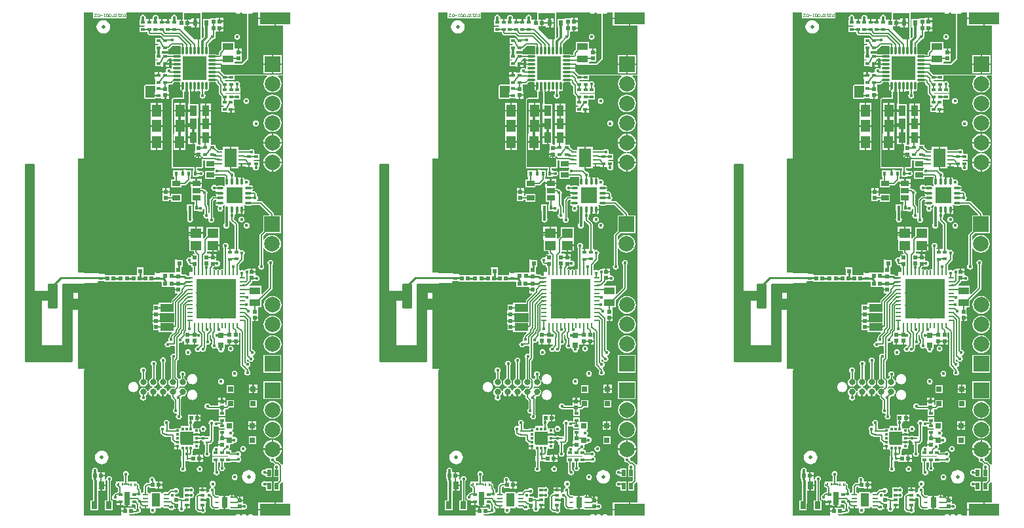
<source format=gtl>
G04*
G04 #@! TF.GenerationSoftware,Altium Limited,Altium NEXUS,2.0.14 (187)*
G04*
G04 Layer_Physical_Order=1*
G04 Layer_Color=255*
%FSLAX44Y44*%
%MOMM*%
G71*
G01*
G75*
%ADD10C,0.5000*%
%ADD11R,0.2800X0.4300*%
%ADD12R,1.0000X0.7000*%
%ADD13R,0.5500X0.4500*%
%ADD14R,0.5200X0.5200*%
%ADD15R,0.5200X0.5200*%
%ADD16R,0.4900X0.5200*%
%ADD17R,0.5200X0.4900*%
%ADD18R,0.6000X0.8000*%
%ADD19R,1.3700X0.9700*%
%ADD20R,1.1500X1.6500*%
%ADD21R,0.9500X1.3500*%
%ADD22R,0.4500X0.5500*%
%ADD23R,1.0000X0.7500*%
%ADD24R,1.6500X2.3800*%
%ADD25R,0.7000X0.2500*%
%ADD26R,2.1000X2.1000*%
%ADD27O,0.3000X0.8500*%
%ADD28O,0.8500X0.3000*%
%ADD29R,0.5000X0.8500*%
%ADD30R,0.7000X0.6500*%
%ADD31R,0.4300X0.2800*%
%ADD32R,0.7000X1.0000*%
%ADD33R,1.1000X1.8000*%
%ADD34O,0.8000X0.2500*%
%ADD35R,0.6500X1.3500*%
G04:AMPARAMS|DCode=36|XSize=0.5mm|YSize=0.25mm|CornerRadius=0.125mm|HoleSize=0mm|Usage=FLASHONLY|Rotation=180.000|XOffset=0mm|YOffset=0mm|HoleType=Round|Shape=RoundedRectangle|*
%AMROUNDEDRECTD36*
21,1,0.5000,0.0000,0,0,180.0*
21,1,0.2500,0.2500,0,0,180.0*
1,1,0.2500,-0.1250,0.0000*
1,1,0.2500,0.1250,0.0000*
1,1,0.2500,0.1250,0.0000*
1,1,0.2500,-0.1250,0.0000*
%
%ADD36ROUNDEDRECTD36*%
%ADD37R,4.0000X1.5000*%
%ADD38C,0.8000*%
%ADD39R,0.6500X0.7000*%
G04:AMPARAMS|DCode=40|XSize=5.15mm|YSize=5.15mm|CornerRadius=0.0515mm|HoleSize=0mm|Usage=FLASHONLY|Rotation=360.000|XOffset=0mm|YOffset=0mm|HoleType=Round|Shape=RoundedRectangle|*
%AMROUNDEDRECTD40*
21,1,5.1500,5.0470,0,0,360.0*
21,1,5.0470,5.1500,0,0,360.0*
1,1,0.1030,2.5235,-2.5235*
1,1,0.1030,-2.5235,-2.5235*
1,1,0.1030,-2.5235,2.5235*
1,1,0.1030,2.5235,2.5235*
%
%ADD40ROUNDEDRECTD40*%
G04:AMPARAMS|DCode=41|XSize=0.24mm|YSize=0.6mm|CornerRadius=0.0504mm|HoleSize=0mm|Usage=FLASHONLY|Rotation=360.000|XOffset=0mm|YOffset=0mm|HoleType=Round|Shape=RoundedRectangle|*
%AMROUNDEDRECTD41*
21,1,0.2400,0.4992,0,0,360.0*
21,1,0.1392,0.6000,0,0,360.0*
1,1,0.1008,0.0696,-0.2496*
1,1,0.1008,-0.0696,-0.2496*
1,1,0.1008,-0.0696,0.2496*
1,1,0.1008,0.0696,0.2496*
%
%ADD41ROUNDEDRECTD41*%
G04:AMPARAMS|DCode=42|XSize=0.24mm|YSize=0.6mm|CornerRadius=0.0504mm|HoleSize=0mm|Usage=FLASHONLY|Rotation=90.000|XOffset=0mm|YOffset=0mm|HoleType=Round|Shape=RoundedRectangle|*
%AMROUNDEDRECTD42*
21,1,0.2400,0.4992,0,0,90.0*
21,1,0.1392,0.6000,0,0,90.0*
1,1,0.1008,0.2496,0.0696*
1,1,0.1008,0.2496,-0.0696*
1,1,0.1008,-0.2496,-0.0696*
1,1,0.1008,-0.2496,0.0696*
%
%ADD42ROUNDEDRECTD42*%
%ADD43R,2.3550X11.0600*%
%ADD44R,0.2000X0.2000*%
%ADD45R,2.3550X14.8150*%
%ADD46R,0.6000X0.3500*%
%ADD47R,0.6500X1.7000*%
%ADD48R,0.5000X0.3500*%
%ADD49R,0.4500X0.3500*%
%ADD50R,0.3500X0.4500*%
%ADD51R,3.1500X3.1500*%
%ADD52O,1.0500X0.3000*%
%ADD53O,0.3000X1.0500*%
%ADD54R,1.4000X1.1500*%
%ADD55R,1.8000X1.0000*%
%ADD56C,0.2000*%
%ADD57C,0.1500*%
%ADD58C,0.3000*%
%ADD59C,0.2500*%
%ADD60C,0.0635*%
%ADD61R,2.0000X2.0000*%
%ADD62C,2.0000*%
%ADD63C,0.4500*%
G36*
X1304116Y752116D02*
X1305439Y751232D01*
X1307000Y750922D01*
X1308561Y751232D01*
X1309424Y751809D01*
X1310462Y750975D01*
X1310470Y750893D01*
X1310376Y750666D01*
Y693173D01*
X1303828Y686624D01*
X1294600D01*
Y687961D01*
X1295400Y688900D01*
X1303600D01*
Y696400D01*
X1304100D01*
Y700000D01*
X1299500D01*
Y701000D01*
X1298500D01*
Y705600D01*
X1294900D01*
X1294600Y706746D01*
Y714550D01*
X1277900D01*
Y705094D01*
X1274878Y702072D01*
X1274381Y701328D01*
X1274206Y700450D01*
Y697950D01*
X1274050Y697794D01*
X1271717D01*
X1270921Y698326D01*
X1269750Y698559D01*
X1262250D01*
X1262111Y698531D01*
X1261031Y699611D01*
X1261059Y699750D01*
Y707250D01*
X1260826Y708420D01*
X1260549Y708835D01*
Y711944D01*
X1265818Y717213D01*
X1266000Y717177D01*
X1267463Y717468D01*
X1268704Y718296D01*
X1269532Y719537D01*
X1269823Y721000D01*
X1269750Y721368D01*
X1269855Y721525D01*
X1270049Y722500D01*
Y726629D01*
X1270650Y727650D01*
X1274250D01*
Y732250D01*
X1275250D01*
Y733250D01*
X1279850D01*
Y736850D01*
X1279850D01*
Y740000D01*
X1275250D01*
Y741000D01*
X1274250D01*
Y745600D01*
X1270650D01*
Y745100D01*
X1263150D01*
Y745100D01*
X1262500Y744500D01*
X1253500D01*
Y733500D01*
X1254941D01*
Y721267D01*
X1253297Y719623D01*
X1252124Y720109D01*
Y752000D01*
X1252458Y752500D01*
X1295860D01*
X1296116Y752116D01*
X1297439Y751232D01*
X1299000Y750922D01*
X1300561Y751232D01*
X1301884Y752116D01*
X1302140Y752500D01*
X1303860D01*
X1304116Y752116D01*
D02*
G37*
G36*
X846116D02*
X847439Y751232D01*
X849000Y750922D01*
X850561Y751232D01*
X851424Y751809D01*
X852462Y750975D01*
X852470Y750893D01*
X852376Y750666D01*
Y693173D01*
X845827Y686624D01*
X836600D01*
Y687961D01*
X837400Y688900D01*
X845600D01*
Y696400D01*
X846100D01*
Y700000D01*
X841500D01*
Y701000D01*
X840500D01*
Y705600D01*
X836900D01*
X836600Y706746D01*
Y714550D01*
X819900D01*
Y705094D01*
X816878Y702072D01*
X816381Y701328D01*
X816206Y700450D01*
Y697950D01*
X816050Y697794D01*
X813717D01*
X812921Y698326D01*
X811750Y698559D01*
X804250D01*
X804111Y698531D01*
X803031Y699611D01*
X803059Y699750D01*
Y707250D01*
X802826Y708420D01*
X802549Y708835D01*
Y711944D01*
X807818Y717213D01*
X808000Y717177D01*
X809463Y717468D01*
X810704Y718296D01*
X811532Y719537D01*
X811823Y721000D01*
X811750Y721368D01*
X811855Y721525D01*
X812049Y722500D01*
Y726629D01*
X812650Y727650D01*
X816250D01*
Y732250D01*
X817250D01*
Y733250D01*
X821850D01*
Y736850D01*
X821850D01*
Y740000D01*
X817250D01*
Y741000D01*
X816250D01*
Y745600D01*
X812650D01*
Y745100D01*
X805150D01*
Y745100D01*
X804500Y744500D01*
X795500D01*
Y733500D01*
X796941D01*
Y721267D01*
X795297Y719623D01*
X794124Y720109D01*
Y752000D01*
X794458Y752500D01*
X837860D01*
X838116Y752116D01*
X839439Y751232D01*
X841000Y750922D01*
X842561Y751232D01*
X843884Y752116D01*
X844140Y752500D01*
X845860D01*
X846116Y752116D01*
D02*
G37*
G36*
X388116D02*
X389439Y751232D01*
X391000Y750922D01*
X392561Y751232D01*
X393424Y751809D01*
X394462Y750975D01*
X394470Y750893D01*
X394376Y750666D01*
Y693173D01*
X387827Y686624D01*
X378600D01*
Y687961D01*
X379400Y688900D01*
X387600D01*
Y696400D01*
X388100D01*
Y700000D01*
X383500D01*
Y701000D01*
X382500D01*
Y705600D01*
X378900D01*
X378600Y706746D01*
Y714550D01*
X361900D01*
Y705094D01*
X358878Y702072D01*
X358381Y701328D01*
X358206Y700450D01*
Y697950D01*
X358050Y697794D01*
X355717D01*
X354921Y698326D01*
X353750Y698559D01*
X346250D01*
X346111Y698531D01*
X345031Y699611D01*
X345059Y699750D01*
Y707250D01*
X344826Y708420D01*
X344549Y708835D01*
Y711944D01*
X349818Y717213D01*
X350000Y717177D01*
X351463Y717468D01*
X352704Y718296D01*
X353532Y719537D01*
X353823Y721000D01*
X353750Y721368D01*
X353855Y721525D01*
X354049Y722500D01*
Y726629D01*
X354650Y727650D01*
X358250D01*
Y732250D01*
X359250D01*
Y733250D01*
X363850D01*
Y736850D01*
X363850D01*
Y740000D01*
X359250D01*
Y741000D01*
X358250D01*
Y745600D01*
X354650D01*
Y745100D01*
X347150D01*
Y745100D01*
X346500Y744500D01*
X337500D01*
Y733500D01*
X338941D01*
Y721267D01*
X337297Y719623D01*
X336124Y720109D01*
Y752000D01*
X336458Y752500D01*
X379860D01*
X380116Y752116D01*
X381439Y751232D01*
X383000Y750922D01*
X384561Y751232D01*
X385884Y752116D01*
X386140Y752500D01*
X387860D01*
X388116Y752116D01*
D02*
G37*
G36*
X1325000Y746000D02*
X1347000D01*
Y745000D01*
X1348000D01*
Y735500D01*
X1357500D01*
Y672500D01*
X1282000D01*
X1277000Y677500D01*
Y685000D01*
X1304500D01*
X1312000Y692500D01*
Y750666D01*
X1313270Y751345D01*
X1313439Y751232D01*
X1315000Y750922D01*
X1316561Y751232D01*
X1317884Y752116D01*
X1318140Y752500D01*
X1325000D01*
Y746000D01*
D02*
G37*
G36*
X867000D02*
X889000D01*
Y745000D01*
X890000D01*
Y735500D01*
X899500D01*
Y672500D01*
X824000D01*
X819000Y677500D01*
Y685000D01*
X846500D01*
X854000Y692500D01*
Y750666D01*
X855270Y751345D01*
X855439Y751232D01*
X857000Y750922D01*
X858561Y751232D01*
X859884Y752116D01*
X860140Y752500D01*
X867000D01*
Y746000D01*
D02*
G37*
G36*
X409000D02*
X431000D01*
Y745000D01*
X432000D01*
Y735500D01*
X441500D01*
Y672500D01*
X366000D01*
X361000Y677500D01*
Y685000D01*
X388500D01*
X396000Y692500D01*
Y750666D01*
X397270Y751345D01*
X397439Y751232D01*
X399000Y750922D01*
X400561Y751232D01*
X401884Y752116D01*
X402140Y752500D01*
X409000D01*
Y746000D01*
D02*
G37*
G36*
X1227876Y752000D02*
Y743600D01*
X1226750D01*
Y739000D01*
X1224750D01*
Y743600D01*
X1221150Y743600D01*
X1220604Y743430D01*
X1220021Y744520D01*
X1220032Y744537D01*
X1220323Y746000D01*
X1220032Y747463D01*
X1219204Y748704D01*
X1217963Y749532D01*
X1216500Y749823D01*
X1215037Y749532D01*
X1213796Y748704D01*
X1212968Y747463D01*
X1212677Y746000D01*
X1212871Y745020D01*
X1212193Y743929D01*
X1211966Y743750D01*
X1209500D01*
Y739500D01*
X1207500D01*
Y743750D01*
X1201500D01*
Y739500D01*
X1199500D01*
Y743750D01*
X1197034D01*
X1196807Y743929D01*
X1196128Y745020D01*
X1196323Y746000D01*
X1196032Y747463D01*
X1195204Y748704D01*
X1193963Y749532D01*
X1192500Y749823D01*
X1191037Y749532D01*
X1189796Y748704D01*
X1188968Y747463D01*
X1188677Y746000D01*
X1188872Y745020D01*
X1188193Y743928D01*
X1187966Y743750D01*
X1185250D01*
Y739500D01*
X1183250D01*
Y743750D01*
X1180534D01*
X1180307Y743928D01*
X1179629Y745020D01*
X1179823Y746000D01*
X1179532Y747463D01*
X1178704Y748704D01*
X1177463Y749532D01*
X1176000Y749823D01*
X1174537Y749532D01*
X1173296Y748704D01*
X1172468Y747463D01*
X1172177Y746000D01*
X1172468Y744537D01*
X1172479Y744520D01*
X1172000Y743250D01*
X1172000D01*
Y735750D01*
X1178310D01*
X1178435Y735520D01*
X1177678Y734250D01*
X1172000D01*
Y726750D01*
X1180500D01*
Y726750D01*
X1181951D01*
Y726500D01*
X1182145Y725525D01*
X1182698Y724698D01*
X1183698Y723698D01*
X1184525Y723145D01*
X1185500Y722951D01*
X1198959D01*
X1200640Y721270D01*
X1200114Y720000D01*
X1200000D01*
Y719500D01*
X1192250D01*
Y712000D01*
X1195768D01*
X1195932Y711770D01*
X1195293Y710528D01*
X1195237Y710500D01*
X1192250D01*
Y703000D01*
X1192250D01*
X1192772Y701730D01*
X1192677Y701250D01*
X1192772Y700770D01*
X1192250Y699500D01*
X1192250D01*
Y692000D01*
X1195089D01*
X1195834Y690730D01*
X1195705Y690500D01*
X1192250D01*
Y683000D01*
X1200000D01*
Y682500D01*
X1203750D01*
Y686750D01*
X1204750D01*
Y687750D01*
X1209500D01*
Y691000D01*
X1209500D01*
X1209097Y691806D01*
X1209550Y693076D01*
X1212234D01*
X1212946Y691878D01*
X1212941Y691806D01*
X1212880Y691500D01*
X1220000D01*
Y689500D01*
X1212880D01*
X1212953Y689134D01*
X1213711Y688000D01*
X1212953Y686866D01*
X1212880Y686500D01*
X1220000D01*
Y684500D01*
X1212880D01*
X1212953Y684134D01*
X1213727Y682977D01*
X1213462Y681727D01*
X1213424Y681671D01*
X1213191Y680500D01*
X1213202Y680448D01*
X1212684Y680062D01*
X1212032Y679818D01*
X1210963Y680532D01*
X1209500Y680823D01*
X1208037Y680532D01*
X1206796Y679704D01*
X1205968Y678463D01*
X1205677Y677000D01*
X1205872Y676020D01*
X1205082Y674750D01*
X1200750D01*
X1200750Y675250D01*
X1197000D01*
Y671000D01*
X1196000D01*
Y670000D01*
X1191250D01*
Y666750D01*
X1191250D01*
X1191750Y665687D01*
Y659124D01*
X1179500D01*
X1178352Y658648D01*
X1177876Y657500D01*
Y642500D01*
X1178352Y641352D01*
X1179500Y640876D01*
X1191250D01*
X1192152Y641250D01*
X1199172D01*
X1200400Y641150D01*
X1200400Y641150D01*
X1200400Y641150D01*
X1204000D01*
Y645750D01*
X1205000D01*
Y646750D01*
X1209600D01*
Y650350D01*
X1209100D01*
Y657850D01*
X1209100Y657850D01*
X1209100D01*
X1209250Y658250D01*
X1209417Y659451D01*
X1212750D01*
X1213726Y659645D01*
X1214552Y660198D01*
X1216796Y662441D01*
X1223373D01*
X1224162Y661747D01*
X1224438Y661283D01*
X1224432Y661250D01*
Y658500D01*
X1228000D01*
Y656500D01*
X1224432D01*
Y653750D01*
X1224703Y652384D01*
X1225477Y651227D01*
X1226634Y650453D01*
X1227753Y650230D01*
X1227876Y650000D01*
Y643039D01*
X1226975Y642145D01*
X1215415Y642241D01*
X1215412Y642240D01*
X1215409Y642241D01*
X1214836Y642007D01*
X1214263Y641775D01*
X1214262Y641772D01*
X1214259Y641770D01*
X1213357Y640876D01*
X1213355Y640873D01*
X1213352Y640871D01*
X1213115Y640299D01*
X1212877Y639730D01*
X1212878Y639727D01*
X1212876Y639723D01*
X1212876Y552500D01*
X1213352Y551352D01*
X1214500Y550876D01*
X1241451Y550876D01*
Y548750D01*
X1240250D01*
Y540250D01*
X1247750D01*
Y540634D01*
X1249020Y541313D01*
X1249537Y540968D01*
X1251000Y540677D01*
X1252463Y540968D01*
X1253704Y541796D01*
X1254532Y543037D01*
X1254823Y544500D01*
X1254532Y545963D01*
X1253704Y547204D01*
X1252463Y548032D01*
X1251000Y548323D01*
X1249537Y548032D01*
X1249020Y547687D01*
X1247750Y548366D01*
Y548750D01*
X1246549D01*
Y550876D01*
X1252000D01*
X1253148Y551352D01*
X1253624Y552500D01*
X1253624Y560951D01*
X1256750D01*
Y552000D01*
X1268951D01*
X1269336Y550730D01*
X1269296Y550704D01*
X1268468Y549463D01*
X1268177Y548000D01*
X1256750D01*
Y537500D01*
X1269750D01*
Y540201D01*
X1281694D01*
X1281951Y539944D01*
Y538585D01*
X1281674Y538171D01*
X1281441Y537000D01*
Y531500D01*
X1281674Y530329D01*
X1282048Y529770D01*
X1281750Y528500D01*
X1280480Y528202D01*
X1279921Y528576D01*
X1278750Y528809D01*
X1273250D01*
X1272079Y528576D01*
X1271665Y528299D01*
X1270974D01*
X1270704Y528704D01*
X1269463Y529532D01*
X1268000Y529823D01*
X1266537Y529532D01*
X1265296Y528704D01*
X1264468Y527463D01*
X1264177Y526000D01*
X1264468Y524537D01*
X1265296Y523296D01*
X1266537Y522468D01*
X1268000Y522177D01*
X1269463Y522468D01*
X1269471Y522473D01*
X1269629Y522416D01*
X1270134Y520887D01*
X1269953Y520616D01*
X1269880Y520250D01*
X1276000D01*
Y518250D01*
X1269880D01*
X1269953Y517884D01*
X1270727Y516727D01*
X1270490Y515392D01*
X1270218Y515044D01*
X1267250D01*
X1267250Y515044D01*
X1266372Y514869D01*
X1265628Y514372D01*
X1262878Y511622D01*
X1262381Y510878D01*
X1262206Y510000D01*
Y493848D01*
X1260936Y493242D01*
X1260549Y493556D01*
Y501250D01*
X1260355Y502225D01*
X1259802Y503052D01*
X1258549Y504306D01*
Y517501D01*
X1259157Y518412D01*
X1259448Y519875D01*
X1259157Y521338D01*
X1258329Y522579D01*
X1257088Y523408D01*
X1255625Y523699D01*
X1255234Y523621D01*
X1254802Y524052D01*
X1253975Y524605D01*
X1253000Y524799D01*
X1251500D01*
Y526250D01*
X1252000D01*
Y530750D01*
X1238000D01*
Y526250D01*
X1238500D01*
Y507750D01*
X1243201D01*
Y504750D01*
X1242000D01*
Y496250D01*
X1247866D01*
X1249037Y495468D01*
X1250500Y495177D01*
X1251963Y495468D01*
X1253204Y496296D01*
X1254032Y497537D01*
X1254181Y498284D01*
X1255451Y498159D01*
Y492807D01*
X1255296Y492704D01*
X1254468Y491463D01*
X1254177Y490000D01*
X1254468Y488537D01*
X1255296Y487296D01*
X1256537Y486468D01*
X1258000Y486177D01*
X1259463Y486468D01*
X1260031Y486847D01*
X1260915Y486013D01*
X1260964Y485943D01*
X1260677Y484500D01*
X1260968Y483037D01*
X1261796Y481796D01*
X1263037Y480968D01*
X1264500Y480677D01*
X1265963Y480968D01*
X1267204Y481796D01*
X1268032Y483037D01*
X1268323Y484500D01*
X1268032Y485963D01*
X1267204Y487204D01*
X1266794Y487477D01*
Y509050D01*
X1268200Y510456D01*
X1270218D01*
X1270490Y510108D01*
X1270727Y508773D01*
X1269953Y507616D01*
X1269880Y507250D01*
X1276000D01*
Y505250D01*
X1269880D01*
X1269953Y504884D01*
X1270727Y503727D01*
X1271884Y502953D01*
X1272652Y502800D01*
X1272884Y502405D01*
X1273134Y501466D01*
X1273133Y501460D01*
X1272468Y500463D01*
X1272177Y499000D01*
X1272468Y497537D01*
X1273296Y496296D01*
X1274537Y495468D01*
X1276000Y495177D01*
X1277463Y495468D01*
X1278704Y496296D01*
X1279532Y497537D01*
X1279823Y499000D01*
X1279532Y500463D01*
X1278867Y501460D01*
X1278866Y501466D01*
X1279116Y502405D01*
X1279348Y502800D01*
X1280116Y502953D01*
X1280578Y503262D01*
X1281750Y503500D01*
X1282048Y502230D01*
X1281674Y501670D01*
X1281441Y500500D01*
Y479800D01*
X1281296Y479704D01*
X1280468Y478463D01*
X1280177Y477000D01*
X1280468Y475537D01*
X1281296Y474296D01*
X1282537Y473468D01*
X1284000Y473177D01*
X1285463Y473468D01*
X1286704Y474296D01*
X1287532Y475537D01*
X1287823Y477000D01*
X1287559Y478330D01*
Y482971D01*
X1288829Y483250D01*
X1289198Y482698D01*
X1294114Y477781D01*
Y447891D01*
X1293250Y446978D01*
X1289500D01*
Y442728D01*
X1287500D01*
Y446978D01*
X1285549D01*
Y448193D01*
X1285704Y448296D01*
X1286532Y449537D01*
X1286823Y451000D01*
X1286532Y452463D01*
X1285704Y453704D01*
X1284463Y454532D01*
X1283000Y454823D01*
X1281537Y454532D01*
X1280296Y453704D01*
X1279468Y452463D01*
X1279177Y451000D01*
X1279468Y449537D01*
X1280296Y448296D01*
X1280451Y448193D01*
Y421511D01*
X1280118Y421211D01*
X1279181Y420693D01*
X1278696Y420789D01*
X1277304D01*
X1276522Y420634D01*
X1275859Y420191D01*
X1275141D01*
X1274478Y420634D01*
X1273696Y420789D01*
X1272304D01*
X1271522Y420634D01*
X1270859Y420191D01*
X1270141D01*
X1269478Y420634D01*
X1268696Y420789D01*
X1267304D01*
X1266850Y420699D01*
X1266153Y421798D01*
X1266452Y422098D01*
X1267005Y422924D01*
X1267149Y423650D01*
X1270350D01*
Y423650D01*
X1271620Y424252D01*
X1272000Y424177D01*
X1273463Y424468D01*
X1274704Y425296D01*
X1275532Y426537D01*
X1275823Y428000D01*
X1275532Y429463D01*
X1274704Y430704D01*
X1273463Y431532D01*
X1272000Y431823D01*
X1271832Y431790D01*
X1270850Y432596D01*
Y434750D01*
X1266250D01*
Y435750D01*
X1265250D01*
Y440350D01*
X1262850D01*
Y440600D01*
X1259376D01*
X1258672Y441674D01*
X1258643Y441870D01*
X1258794Y442632D01*
Y443807D01*
X1265413D01*
Y451558D01*
X1266413D01*
Y452557D01*
X1275413D01*
Y459308D01*
X1275413D01*
X1274913Y460370D01*
Y474808D01*
X1257913D01*
Y463552D01*
X1257195Y462834D01*
X1256878Y462622D01*
X1254878Y460622D01*
X1254683Y460330D01*
X1253413Y460716D01*
Y466558D01*
X1235413D01*
Y459870D01*
X1235413Y459808D01*
X1235913Y458745D01*
X1235913Y458537D01*
Y444308D01*
X1242119D01*
Y443087D01*
X1242293Y442209D01*
X1242791Y441465D01*
X1242982Y441273D01*
X1242496Y440100D01*
X1238400D01*
Y436818D01*
X1237130Y436099D01*
X1236000Y436323D01*
X1234537Y436032D01*
X1233296Y435204D01*
X1232468Y433963D01*
X1232177Y432500D01*
X1232468Y431037D01*
X1233296Y429796D01*
X1233929Y429374D01*
Y429172D01*
X1234123Y428196D01*
X1234676Y427369D01*
X1235598Y426447D01*
X1236425Y425895D01*
X1237400Y425701D01*
X1238900D01*
Y423400D01*
X1240451D01*
Y419580D01*
X1240416Y419528D01*
X1240261Y418746D01*
Y417026D01*
X1236026D01*
X1236000Y417000D01*
Y412554D01*
X1232411D01*
X1231483Y413483D01*
X1230573Y414090D01*
X1229500Y414304D01*
X1226748D01*
X1225850Y415202D01*
X1225850Y416670D01*
Y423500D01*
X1226743Y424400D01*
X1227350D01*
Y432600D01*
X1219850D01*
Y433100D01*
X1217750D01*
Y423000D01*
X1217650D01*
Y417330D01*
X1216950Y416350D01*
X1216380Y416350D01*
X1208950D01*
X1200750Y416350D01*
X1200718Y416500D01*
X1195750D01*
Y416500D01*
X1191000D01*
Y414120D01*
X1191000Y413250D01*
X1189896Y412850D01*
X1184420D01*
X1183350Y412850D01*
X1182080Y412850D01*
X1177131D01*
X1176600Y413900D01*
Y421400D01*
X1177100D01*
Y423500D01*
X1167900D01*
Y421400D01*
X1168400D01*
Y413913D01*
X1168314Y413729D01*
X1167869Y412850D01*
X1166830Y412850D01*
X1160000D01*
Y412850D01*
X1159600D01*
Y412850D01*
X1143400D01*
Y412850D01*
X1142350Y412850D01*
Y412850D01*
X1127393D01*
X1126500Y413750D01*
X1126500Y413975D01*
Y415000D01*
X1119000D01*
Y416000D01*
X1100000D01*
Y416500D01*
X1092000D01*
Y424000D01*
X1100000D01*
Y576500D01*
X1100000D01*
Y752500D01*
X1111508D01*
Y745056D01*
X1155135D01*
Y752500D01*
X1227542D01*
X1227876Y752000D01*
D02*
G37*
G36*
X769876D02*
Y743600D01*
X768750D01*
Y739000D01*
X766750D01*
Y743600D01*
X763150Y743600D01*
X762604Y743430D01*
X762021Y744520D01*
X762032Y744537D01*
X762323Y746000D01*
X762032Y747463D01*
X761204Y748704D01*
X759963Y749532D01*
X758500Y749823D01*
X757037Y749532D01*
X755796Y748704D01*
X754968Y747463D01*
X754677Y746000D01*
X754872Y745020D01*
X754193Y743929D01*
X753966Y743750D01*
X751500D01*
Y739500D01*
X749500D01*
Y743750D01*
X743500D01*
Y739500D01*
X741500D01*
Y743750D01*
X739034D01*
X738807Y743929D01*
X738129Y745020D01*
X738323Y746000D01*
X738032Y747463D01*
X737204Y748704D01*
X735963Y749532D01*
X734500Y749823D01*
X733037Y749532D01*
X731796Y748704D01*
X730968Y747463D01*
X730677Y746000D01*
X730872Y745020D01*
X730193Y743928D01*
X729966Y743750D01*
X727250D01*
Y739500D01*
X725250D01*
Y743750D01*
X722534D01*
X722307Y743928D01*
X721628Y745020D01*
X721823Y746000D01*
X721532Y747463D01*
X720704Y748704D01*
X719463Y749532D01*
X718000Y749823D01*
X716537Y749532D01*
X715296Y748704D01*
X714468Y747463D01*
X714177Y746000D01*
X714468Y744537D01*
X714479Y744520D01*
X714000Y743250D01*
X714000D01*
Y735750D01*
X720310D01*
X720435Y735520D01*
X719678Y734250D01*
X714000D01*
Y726750D01*
X722500D01*
Y726750D01*
X723951D01*
Y726500D01*
X724145Y725525D01*
X724698Y724698D01*
X725698Y723698D01*
X726525Y723145D01*
X727500Y722951D01*
X740959D01*
X742640Y721270D01*
X742114Y720000D01*
X742000D01*
Y719500D01*
X734250D01*
Y712000D01*
X737767D01*
X737932Y711770D01*
X737293Y710528D01*
X737237Y710500D01*
X734250D01*
Y703000D01*
X734250D01*
X734772Y701730D01*
X734677Y701250D01*
X734772Y700770D01*
X734250Y699500D01*
X734250D01*
Y692000D01*
X737089D01*
X737834Y690730D01*
X737705Y690500D01*
X734250D01*
Y683000D01*
X742000D01*
Y682500D01*
X745750D01*
Y686750D01*
X746750D01*
Y687750D01*
X751500D01*
Y691000D01*
X751500D01*
X751097Y691806D01*
X751550Y693076D01*
X754234D01*
X754946Y691878D01*
X754941Y691806D01*
X754880Y691500D01*
X762000D01*
Y689500D01*
X754880D01*
X754953Y689134D01*
X755711Y688000D01*
X754953Y686866D01*
X754880Y686500D01*
X762000D01*
Y684500D01*
X754880D01*
X754953Y684134D01*
X755727Y682977D01*
X755462Y681727D01*
X755424Y681671D01*
X755191Y680500D01*
X755202Y680448D01*
X754684Y680062D01*
X754032Y679818D01*
X752963Y680532D01*
X751500Y680823D01*
X750037Y680532D01*
X748796Y679704D01*
X747968Y678463D01*
X747677Y677000D01*
X747871Y676020D01*
X747082Y674750D01*
X742750D01*
X742750Y675250D01*
X739000D01*
Y671000D01*
X738000D01*
Y670000D01*
X733250D01*
Y666750D01*
X733250D01*
X733750Y665687D01*
Y659124D01*
X721500D01*
X720352Y658648D01*
X719876Y657500D01*
Y642500D01*
X720352Y641352D01*
X721500Y640876D01*
X733250D01*
X734152Y641250D01*
X741171D01*
X742400Y641150D01*
X742400Y641150D01*
X742400Y641150D01*
X746000D01*
Y645750D01*
X747000D01*
Y646750D01*
X751600D01*
Y650350D01*
X751100D01*
Y657850D01*
X751100Y657850D01*
X751100D01*
X751250Y658250D01*
X751417Y659451D01*
X754750D01*
X755725Y659645D01*
X756552Y660198D01*
X758796Y662441D01*
X765374D01*
X766162Y661747D01*
X766438Y661283D01*
X766432Y661250D01*
Y658500D01*
X770000D01*
Y656500D01*
X766432D01*
Y653750D01*
X766703Y652384D01*
X767477Y651227D01*
X768634Y650453D01*
X769753Y650230D01*
X769876Y650000D01*
Y643039D01*
X768975Y642145D01*
X757415Y642241D01*
X757412Y642240D01*
X757409Y642241D01*
X756836Y642007D01*
X756263Y641775D01*
X756262Y641772D01*
X756259Y641770D01*
X755357Y640876D01*
X755355Y640873D01*
X755352Y640871D01*
X755115Y640299D01*
X754876Y639730D01*
X754878Y639727D01*
X754876Y639723D01*
X754876Y552500D01*
X755352Y551352D01*
X756500Y550876D01*
X783451Y550876D01*
Y548750D01*
X782250D01*
Y540250D01*
X789750D01*
Y540634D01*
X791020Y541313D01*
X791537Y540968D01*
X793000Y540677D01*
X794463Y540968D01*
X795704Y541796D01*
X796532Y543037D01*
X796824Y544500D01*
X796532Y545963D01*
X795704Y547204D01*
X794463Y548032D01*
X793000Y548323D01*
X791537Y548032D01*
X791020Y547687D01*
X789750Y548366D01*
Y548750D01*
X788549D01*
Y550876D01*
X794000D01*
X795148Y551352D01*
X795624Y552500D01*
X795624Y560951D01*
X798750D01*
Y552000D01*
X810951D01*
X811336Y550730D01*
X811296Y550704D01*
X810468Y549463D01*
X810177Y548000D01*
X798750D01*
Y537500D01*
X811750D01*
Y540201D01*
X823694D01*
X823951Y539944D01*
Y538585D01*
X823674Y538171D01*
X823441Y537000D01*
Y531500D01*
X823674Y530329D01*
X824048Y529770D01*
X823750Y528500D01*
X822480Y528202D01*
X821921Y528576D01*
X820750Y528809D01*
X815250D01*
X814080Y528576D01*
X813665Y528299D01*
X812974D01*
X812704Y528704D01*
X811463Y529532D01*
X810000Y529823D01*
X808537Y529532D01*
X807296Y528704D01*
X806468Y527463D01*
X806177Y526000D01*
X806468Y524537D01*
X807296Y523296D01*
X808537Y522468D01*
X810000Y522177D01*
X811463Y522468D01*
X811471Y522473D01*
X811629Y522416D01*
X812134Y520887D01*
X811953Y520616D01*
X811880Y520250D01*
X818000D01*
Y518250D01*
X811880D01*
X811953Y517884D01*
X812727Y516727D01*
X812490Y515392D01*
X812218Y515044D01*
X809250D01*
X809250Y515044D01*
X808372Y514869D01*
X807628Y514372D01*
X804878Y511622D01*
X804381Y510878D01*
X804206Y510000D01*
Y493848D01*
X802936Y493242D01*
X802549Y493556D01*
Y501250D01*
X802355Y502225D01*
X801802Y503052D01*
X800549Y504306D01*
Y517501D01*
X801157Y518412D01*
X801448Y519875D01*
X801157Y521338D01*
X800329Y522579D01*
X799088Y523408D01*
X797625Y523699D01*
X797234Y523621D01*
X796802Y524052D01*
X795975Y524605D01*
X795000Y524799D01*
X793500D01*
Y526250D01*
X794000D01*
Y530750D01*
X780000D01*
Y526250D01*
X780500D01*
Y507750D01*
X785201D01*
Y504750D01*
X784000D01*
Y496250D01*
X789866D01*
X791037Y495468D01*
X792500Y495177D01*
X793963Y495468D01*
X795204Y496296D01*
X796032Y497537D01*
X796181Y498284D01*
X797451Y498159D01*
Y492807D01*
X797296Y492704D01*
X796468Y491463D01*
X796177Y490000D01*
X796468Y488537D01*
X797296Y487296D01*
X798537Y486468D01*
X800000Y486177D01*
X801463Y486468D01*
X802031Y486847D01*
X802915Y486013D01*
X802963Y485943D01*
X802677Y484500D01*
X802968Y483037D01*
X803796Y481796D01*
X805037Y480968D01*
X806500Y480677D01*
X807963Y480968D01*
X809204Y481796D01*
X810032Y483037D01*
X810323Y484500D01*
X810032Y485963D01*
X809204Y487204D01*
X808794Y487477D01*
Y509050D01*
X810200Y510456D01*
X812218D01*
X812490Y510108D01*
X812727Y508773D01*
X811953Y507616D01*
X811880Y507250D01*
X818000D01*
Y505250D01*
X811880D01*
X811953Y504884D01*
X812727Y503727D01*
X813884Y502953D01*
X814652Y502800D01*
X814884Y502405D01*
X815134Y501466D01*
X815134Y501460D01*
X814468Y500463D01*
X814177Y499000D01*
X814468Y497537D01*
X815296Y496296D01*
X816537Y495468D01*
X818000Y495177D01*
X819463Y495468D01*
X820704Y496296D01*
X821532Y497537D01*
X821824Y499000D01*
X821532Y500463D01*
X820867Y501460D01*
X820866Y501466D01*
X821116Y502405D01*
X821348Y502800D01*
X822116Y502953D01*
X822579Y503262D01*
X823750Y503500D01*
X824048Y502230D01*
X823674Y501670D01*
X823441Y500500D01*
Y479800D01*
X823296Y479704D01*
X822468Y478463D01*
X822177Y477000D01*
X822468Y475537D01*
X823296Y474296D01*
X824537Y473468D01*
X826000Y473177D01*
X827463Y473468D01*
X828704Y474296D01*
X829532Y475537D01*
X829823Y477000D01*
X829559Y478330D01*
Y482971D01*
X830829Y483250D01*
X831198Y482698D01*
X836114Y477781D01*
Y447891D01*
X835250Y446978D01*
X831500D01*
Y442728D01*
X829500D01*
Y446978D01*
X827549D01*
Y448193D01*
X827704Y448296D01*
X828532Y449537D01*
X828823Y451000D01*
X828532Y452463D01*
X827704Y453704D01*
X826463Y454532D01*
X825000Y454823D01*
X823537Y454532D01*
X822296Y453704D01*
X821468Y452463D01*
X821177Y451000D01*
X821468Y449537D01*
X822296Y448296D01*
X822451Y448193D01*
Y421511D01*
X822118Y421211D01*
X821181Y420693D01*
X820696Y420789D01*
X819304D01*
X818522Y420634D01*
X817859Y420191D01*
X817141D01*
X816478Y420634D01*
X815696Y420789D01*
X814304D01*
X813522Y420634D01*
X812859Y420191D01*
X812141D01*
X811478Y420634D01*
X810696Y420789D01*
X809304D01*
X808850Y420699D01*
X808153Y421798D01*
X808452Y422098D01*
X809005Y422924D01*
X809149Y423650D01*
X812350D01*
Y423650D01*
X813620Y424252D01*
X814000Y424177D01*
X815463Y424468D01*
X816704Y425296D01*
X817532Y426537D01*
X817823Y428000D01*
X817532Y429463D01*
X816704Y430704D01*
X815463Y431532D01*
X814000Y431823D01*
X813832Y431790D01*
X812850Y432596D01*
Y434750D01*
X808250D01*
Y435750D01*
X807250D01*
Y440350D01*
X804850D01*
Y440600D01*
X801376D01*
X800672Y441674D01*
X800642Y441870D01*
X800794Y442632D01*
Y443807D01*
X807413D01*
Y451558D01*
X808413D01*
Y452557D01*
X817413D01*
Y459308D01*
X817413D01*
X816913Y460370D01*
Y474808D01*
X799913D01*
Y463552D01*
X799195Y462834D01*
X798878Y462622D01*
X796878Y460622D01*
X796683Y460330D01*
X795413Y460716D01*
Y466558D01*
X777413D01*
Y459870D01*
X777413Y459808D01*
X777913Y458745D01*
X777913Y458537D01*
Y444308D01*
X784119D01*
Y443087D01*
X784294Y442209D01*
X784791Y441465D01*
X784982Y441273D01*
X784496Y440100D01*
X780400D01*
Y436818D01*
X779130Y436099D01*
X778000Y436323D01*
X776537Y436032D01*
X775296Y435204D01*
X774468Y433963D01*
X774177Y432500D01*
X774468Y431037D01*
X775296Y429796D01*
X775929Y429374D01*
Y429172D01*
X776123Y428196D01*
X776676Y427369D01*
X777598Y426447D01*
X778425Y425895D01*
X779400Y425701D01*
X780900D01*
Y423400D01*
X782451D01*
Y419580D01*
X782416Y419528D01*
X782261Y418746D01*
Y417026D01*
X778026D01*
X778000Y417000D01*
Y412554D01*
X774411D01*
X773483Y413483D01*
X772573Y414090D01*
X771500Y414304D01*
X768748D01*
X767850Y415202D01*
X767850Y416670D01*
Y423500D01*
X768743Y424400D01*
X769350D01*
Y432600D01*
X761850D01*
Y433100D01*
X759750D01*
Y423000D01*
X759650D01*
Y417330D01*
X758950Y416350D01*
X758380Y416350D01*
X750950D01*
X742750Y416350D01*
X742718Y416500D01*
X737750D01*
Y416500D01*
X733000D01*
Y414120D01*
X733000Y413250D01*
X731896Y412850D01*
X726420D01*
X725350Y412850D01*
X724080Y412850D01*
X719131D01*
X718600Y413900D01*
Y421400D01*
X719100D01*
Y423500D01*
X709900D01*
Y421400D01*
X710400D01*
Y413913D01*
X710314Y413729D01*
X709869Y412850D01*
X708830Y412850D01*
X702000D01*
Y412850D01*
X701600D01*
Y412850D01*
X685400D01*
Y412850D01*
X684350Y412850D01*
Y412850D01*
X669393D01*
X668500Y413750D01*
X668500Y413975D01*
Y415000D01*
X661000D01*
Y416000D01*
X642000D01*
Y416500D01*
X634000D01*
Y424000D01*
X642000D01*
Y576500D01*
X642000D01*
Y752500D01*
X653508D01*
Y745056D01*
X697135D01*
Y752500D01*
X769542D01*
X769876Y752000D01*
D02*
G37*
G36*
X311876D02*
Y743600D01*
X310750D01*
Y739000D01*
X308750D01*
Y743600D01*
X305150Y743600D01*
X304604Y743430D01*
X304021Y744520D01*
X304032Y744537D01*
X304323Y746000D01*
X304032Y747463D01*
X303204Y748704D01*
X301963Y749532D01*
X300500Y749823D01*
X299037Y749532D01*
X297796Y748704D01*
X296968Y747463D01*
X296677Y746000D01*
X296871Y745020D01*
X296193Y743929D01*
X295966Y743750D01*
X293500D01*
Y739500D01*
X291500D01*
Y743750D01*
X285500D01*
Y739500D01*
X283500D01*
Y743750D01*
X281034D01*
X280807Y743929D01*
X280128Y745020D01*
X280323Y746000D01*
X280032Y747463D01*
X279204Y748704D01*
X277963Y749532D01*
X276500Y749823D01*
X275037Y749532D01*
X273796Y748704D01*
X272968Y747463D01*
X272677Y746000D01*
X272871Y745020D01*
X272193Y743928D01*
X271966Y743750D01*
X269250D01*
Y739500D01*
X267250D01*
Y743750D01*
X264534D01*
X264307Y743928D01*
X263629Y745020D01*
X263824Y746000D01*
X263532Y747463D01*
X262704Y748704D01*
X261463Y749532D01*
X260000Y749823D01*
X258537Y749532D01*
X257296Y748704D01*
X256468Y747463D01*
X256177Y746000D01*
X256468Y744537D01*
X256479Y744520D01*
X256000Y743250D01*
X256000D01*
Y735750D01*
X262310D01*
X262435Y735520D01*
X261678Y734250D01*
X256000D01*
Y726750D01*
X264500D01*
Y726750D01*
X265951D01*
Y726500D01*
X266145Y725525D01*
X266698Y724698D01*
X267698Y723698D01*
X268524Y723145D01*
X269500Y722951D01*
X282959D01*
X284640Y721270D01*
X284114Y720000D01*
X284000D01*
Y719500D01*
X276250D01*
Y712000D01*
X279767D01*
X279932Y711770D01*
X279293Y710528D01*
X279237Y710500D01*
X276250D01*
Y703000D01*
X276250D01*
X276772Y701730D01*
X276677Y701250D01*
X276772Y700770D01*
X276250Y699500D01*
X276250D01*
Y692000D01*
X279090D01*
X279834Y690730D01*
X279705Y690500D01*
X276250D01*
Y683000D01*
X284000D01*
Y682500D01*
X287750D01*
Y686750D01*
X288750D01*
Y687750D01*
X293500D01*
Y691000D01*
X293500D01*
X293097Y691806D01*
X293550Y693076D01*
X296234D01*
X296946Y691878D01*
X296941Y691806D01*
X296880Y691500D01*
X304000D01*
Y689500D01*
X296880D01*
X296953Y689134D01*
X297711Y688000D01*
X296953Y686866D01*
X296880Y686500D01*
X304000D01*
Y684500D01*
X296880D01*
X296953Y684134D01*
X297727Y682977D01*
X297462Y681727D01*
X297424Y681671D01*
X297191Y680500D01*
X297202Y680448D01*
X296684Y680062D01*
X296032Y679818D01*
X294963Y680532D01*
X293500Y680823D01*
X292037Y680532D01*
X290796Y679704D01*
X289968Y678463D01*
X289677Y677000D01*
X289872Y676020D01*
X289082Y674750D01*
X284750D01*
X284750Y675250D01*
X281000D01*
Y671000D01*
X280000D01*
Y670000D01*
X275250D01*
Y666750D01*
X275250D01*
X275750Y665687D01*
Y659124D01*
X263500D01*
X262352Y658648D01*
X261876Y657500D01*
Y642500D01*
X262352Y641352D01*
X263500Y640876D01*
X275250D01*
X276152Y641250D01*
X283172D01*
X284400Y641150D01*
X284400Y641150D01*
X284400Y641150D01*
X288000D01*
Y645750D01*
X289000D01*
Y646750D01*
X293600D01*
Y650350D01*
X293100D01*
Y657850D01*
X293100Y657850D01*
X293100D01*
X293250Y658250D01*
X293417Y659451D01*
X296750D01*
X297726Y659645D01*
X298552Y660198D01*
X300796Y662441D01*
X307374D01*
X308162Y661747D01*
X308438Y661283D01*
X308431Y661250D01*
Y658500D01*
X312000D01*
Y656500D01*
X308431D01*
Y653750D01*
X308703Y652384D01*
X309477Y651227D01*
X310634Y650453D01*
X311753Y650230D01*
X311876Y650000D01*
Y643039D01*
X310975Y642145D01*
X299415Y642241D01*
X299412Y642240D01*
X299409Y642241D01*
X298836Y642007D01*
X298263Y641775D01*
X298262Y641772D01*
X298259Y641770D01*
X297357Y640876D01*
X297355Y640873D01*
X297352Y640871D01*
X297115Y640299D01*
X296877Y639730D01*
X296878Y639727D01*
X296876Y639723D01*
X296876Y552500D01*
X297352Y551352D01*
X298500Y550876D01*
X325451Y550876D01*
Y548750D01*
X324250D01*
Y540250D01*
X331750D01*
Y540634D01*
X333020Y541313D01*
X333537Y540968D01*
X335000Y540677D01*
X336463Y540968D01*
X337704Y541796D01*
X338532Y543037D01*
X338824Y544500D01*
X338532Y545963D01*
X337704Y547204D01*
X336463Y548032D01*
X335000Y548323D01*
X333537Y548032D01*
X333020Y547687D01*
X331750Y548366D01*
Y548750D01*
X330549D01*
Y550876D01*
X336000D01*
X337148Y551352D01*
X337624Y552500D01*
X337624Y560951D01*
X340750D01*
Y552000D01*
X352951D01*
X353336Y550730D01*
X353296Y550704D01*
X352468Y549463D01*
X352177Y548000D01*
X340750D01*
Y537500D01*
X353750D01*
Y540201D01*
X365694D01*
X365951Y539944D01*
Y538585D01*
X365674Y538171D01*
X365441Y537000D01*
Y531500D01*
X365674Y530329D01*
X366048Y529770D01*
X365750Y528500D01*
X364480Y528202D01*
X363921Y528576D01*
X362750Y528809D01*
X357250D01*
X356079Y528576D01*
X355665Y528299D01*
X354974D01*
X354704Y528704D01*
X353463Y529532D01*
X352000Y529823D01*
X350537Y529532D01*
X349296Y528704D01*
X348468Y527463D01*
X348177Y526000D01*
X348468Y524537D01*
X349296Y523296D01*
X350537Y522468D01*
X352000Y522177D01*
X353463Y522468D01*
X353471Y522473D01*
X353629Y522416D01*
X354134Y520887D01*
X353953Y520616D01*
X353880Y520250D01*
X360000D01*
Y518250D01*
X353880D01*
X353953Y517884D01*
X354727Y516727D01*
X354490Y515392D01*
X354218Y515044D01*
X351250D01*
X351250Y515044D01*
X350372Y514869D01*
X349628Y514372D01*
X346878Y511622D01*
X346381Y510878D01*
X346206Y510000D01*
Y493848D01*
X344936Y493242D01*
X344549Y493556D01*
Y501250D01*
X344355Y502225D01*
X343802Y503052D01*
X342549Y504306D01*
Y517501D01*
X343157Y518412D01*
X343448Y519875D01*
X343157Y521338D01*
X342329Y522579D01*
X341088Y523408D01*
X339625Y523699D01*
X339234Y523621D01*
X338802Y524052D01*
X337975Y524605D01*
X337000Y524799D01*
X335500D01*
Y526250D01*
X336000D01*
Y530750D01*
X322000D01*
Y526250D01*
X322500D01*
Y507750D01*
X327201D01*
Y504750D01*
X326000D01*
Y496250D01*
X331866D01*
X333037Y495468D01*
X334500Y495177D01*
X335963Y495468D01*
X337204Y496296D01*
X338032Y497537D01*
X338181Y498284D01*
X339451Y498159D01*
Y492807D01*
X339296Y492704D01*
X338468Y491463D01*
X338177Y490000D01*
X338468Y488537D01*
X339296Y487296D01*
X340537Y486468D01*
X342000Y486177D01*
X343463Y486468D01*
X344031Y486847D01*
X344915Y486013D01*
X344963Y485943D01*
X344677Y484500D01*
X344968Y483037D01*
X345796Y481796D01*
X347037Y480968D01*
X348500Y480677D01*
X349963Y480968D01*
X351204Y481796D01*
X352032Y483037D01*
X352323Y484500D01*
X352032Y485963D01*
X351204Y487204D01*
X350794Y487477D01*
Y509050D01*
X352200Y510456D01*
X354218D01*
X354490Y510108D01*
X354727Y508773D01*
X353953Y507616D01*
X353880Y507250D01*
X360000D01*
Y505250D01*
X353880D01*
X353953Y504884D01*
X354727Y503727D01*
X355884Y502953D01*
X356652Y502800D01*
X356884Y502405D01*
X357134Y501466D01*
X357133Y501460D01*
X356468Y500463D01*
X356177Y499000D01*
X356468Y497537D01*
X357296Y496296D01*
X358537Y495468D01*
X360000Y495177D01*
X361463Y495468D01*
X362704Y496296D01*
X363532Y497537D01*
X363824Y499000D01*
X363532Y500463D01*
X362867Y501460D01*
X362866Y501466D01*
X363116Y502405D01*
X363348Y502800D01*
X364116Y502953D01*
X364579Y503262D01*
X365750Y503500D01*
X366048Y502230D01*
X365674Y501670D01*
X365441Y500500D01*
Y479800D01*
X365296Y479704D01*
X364468Y478463D01*
X364177Y477000D01*
X364468Y475537D01*
X365296Y474296D01*
X366537Y473468D01*
X368000Y473177D01*
X369463Y473468D01*
X370704Y474296D01*
X371532Y475537D01*
X371823Y477000D01*
X371559Y478330D01*
Y482971D01*
X372829Y483250D01*
X373198Y482698D01*
X378114Y477781D01*
Y447891D01*
X377250Y446978D01*
X373500D01*
Y442728D01*
X371500D01*
Y446978D01*
X369549D01*
Y448193D01*
X369704Y448296D01*
X370532Y449537D01*
X370823Y451000D01*
X370532Y452463D01*
X369704Y453704D01*
X368463Y454532D01*
X367000Y454823D01*
X365537Y454532D01*
X364296Y453704D01*
X363468Y452463D01*
X363177Y451000D01*
X363468Y449537D01*
X364296Y448296D01*
X364451Y448193D01*
Y421511D01*
X364118Y421211D01*
X363181Y420693D01*
X362696Y420789D01*
X361304D01*
X360522Y420634D01*
X359859Y420191D01*
X359141D01*
X358478Y420634D01*
X357696Y420789D01*
X356304D01*
X355522Y420634D01*
X354859Y420191D01*
X354141D01*
X353478Y420634D01*
X352696Y420789D01*
X351304D01*
X350850Y420699D01*
X350153Y421798D01*
X350452Y422098D01*
X351005Y422924D01*
X351149Y423650D01*
X354350D01*
Y423650D01*
X355620Y424252D01*
X356000Y424177D01*
X357463Y424468D01*
X358704Y425296D01*
X359532Y426537D01*
X359823Y428000D01*
X359532Y429463D01*
X358704Y430704D01*
X357463Y431532D01*
X356000Y431823D01*
X355832Y431790D01*
X354850Y432596D01*
Y434750D01*
X350250D01*
Y435750D01*
X349250D01*
Y440350D01*
X346850D01*
Y440600D01*
X343376D01*
X342672Y441674D01*
X342643Y441870D01*
X342794Y442632D01*
Y443807D01*
X349413D01*
Y451558D01*
X350413D01*
Y452557D01*
X359413D01*
Y459308D01*
X359413D01*
X358913Y460370D01*
Y474808D01*
X341913D01*
Y463552D01*
X341195Y462834D01*
X340878Y462622D01*
X338878Y460622D01*
X338683Y460330D01*
X337413Y460716D01*
Y466558D01*
X319413D01*
Y459870D01*
X319413Y459808D01*
X319913Y458745D01*
X319913Y458537D01*
Y444308D01*
X326119D01*
Y443087D01*
X326293Y442209D01*
X326791Y441465D01*
X326982Y441273D01*
X326496Y440100D01*
X322400D01*
Y436818D01*
X321130Y436099D01*
X320000Y436323D01*
X318537Y436032D01*
X317296Y435204D01*
X316468Y433963D01*
X316177Y432500D01*
X316468Y431037D01*
X317296Y429796D01*
X317929Y429374D01*
Y429172D01*
X318123Y428196D01*
X318676Y427369D01*
X319598Y426447D01*
X320425Y425895D01*
X321400Y425701D01*
X322900D01*
Y423400D01*
X324451D01*
Y419580D01*
X324416Y419528D01*
X324261Y418746D01*
Y417026D01*
X320026D01*
X320000Y417000D01*
Y412554D01*
X316411D01*
X315483Y413483D01*
X314573Y414090D01*
X313500Y414304D01*
X310748D01*
X309850Y415202D01*
X309850Y416670D01*
Y423500D01*
X310743Y424400D01*
X311350D01*
Y432600D01*
X303850D01*
Y433100D01*
X301750D01*
Y423000D01*
X301650D01*
Y417330D01*
X300950Y416350D01*
X300380Y416350D01*
X292950D01*
X284750Y416350D01*
X284718Y416500D01*
X279750D01*
Y416500D01*
X275000D01*
Y414120D01*
X275000Y413250D01*
X273896Y412850D01*
X268420D01*
X267350Y412850D01*
X266080Y412850D01*
X261131D01*
X260600Y413900D01*
Y421400D01*
X261100D01*
Y423500D01*
X251900D01*
Y421400D01*
X252400D01*
Y413913D01*
X252314Y413729D01*
X251869Y412850D01*
X250830Y412850D01*
X244000D01*
Y412850D01*
X243600D01*
Y412850D01*
X227400D01*
Y412850D01*
X226350Y412850D01*
Y412850D01*
X211393D01*
X210500Y413750D01*
X210500Y413975D01*
Y415000D01*
X203000D01*
Y416000D01*
X184000D01*
Y416500D01*
X176000D01*
Y424000D01*
X184000D01*
Y576500D01*
X184000D01*
Y752500D01*
X195508D01*
Y745056D01*
X239135D01*
Y752500D01*
X311542D01*
X311876Y752000D01*
D02*
G37*
G36*
X1250500Y717500D02*
X1242000D01*
X1229500Y731389D01*
Y734400D01*
X1232750D01*
Y739000D01*
Y743600D01*
X1229500D01*
Y752000D01*
X1250500D01*
Y717500D01*
D02*
G37*
G36*
X792500D02*
X784000D01*
X771500Y731389D01*
Y734400D01*
X774750D01*
Y739000D01*
Y743600D01*
X771500D01*
Y752000D01*
X792500D01*
Y717500D01*
D02*
G37*
G36*
X334500D02*
X326000D01*
X313500Y731389D01*
Y734400D01*
X316750D01*
Y739000D01*
Y743600D01*
X313500D01*
Y752000D01*
X334500D01*
Y717500D01*
D02*
G37*
G36*
X1225126Y708181D02*
X1224941Y707250D01*
Y699750D01*
X1224969Y699611D01*
X1223889Y698531D01*
X1223750Y698559D01*
X1216250D01*
X1215079Y698326D01*
X1214852Y698174D01*
X1209000D01*
Y699500D01*
X1201252D01*
X1200419Y700304D01*
X1200228Y700770D01*
X1200323Y701250D01*
X1200228Y701730D01*
X1200419Y702196D01*
X1201252Y703000D01*
X1209000D01*
Y705072D01*
X1209121D01*
X1210097Y705266D01*
X1210924Y705819D01*
X1214556Y709451D01*
X1224452D01*
X1225126Y708181D01*
D02*
G37*
G36*
X767126D02*
X766941Y707250D01*
Y699750D01*
X766969Y699611D01*
X765889Y698531D01*
X765750Y698559D01*
X758250D01*
X757079Y698326D01*
X756852Y698174D01*
X751000D01*
Y699500D01*
X743252D01*
X742420Y700304D01*
X742228Y700770D01*
X742324Y701250D01*
X742228Y701730D01*
X742420Y702196D01*
X743252Y703000D01*
X751000D01*
Y705072D01*
X751121D01*
X752097Y705266D01*
X752924Y705819D01*
X756556Y709451D01*
X766451D01*
X767126Y708181D01*
D02*
G37*
G36*
X309126D02*
X308941Y707250D01*
Y699750D01*
X308969Y699611D01*
X307889Y698531D01*
X307750Y698559D01*
X300250D01*
X299079Y698326D01*
X298852Y698174D01*
X293000D01*
Y699500D01*
X285252D01*
X284419Y700304D01*
X284228Y700770D01*
X284324Y701250D01*
X284228Y701730D01*
X284419Y702196D01*
X285252Y703000D01*
X293000D01*
Y705072D01*
X293121D01*
X294097Y705266D01*
X294924Y705819D01*
X298556Y709451D01*
X308451D01*
X309126Y708181D01*
D02*
G37*
G36*
X1357000Y169014D02*
X1356038Y168617D01*
X1355730Y168592D01*
X1352213Y172110D01*
X1351386Y172662D01*
X1350410Y172856D01*
X1349124D01*
X1347787Y174193D01*
X1347823Y174375D01*
X1347532Y175838D01*
X1347894Y177031D01*
X1349552Y177718D01*
X1352059Y179641D01*
X1353982Y182148D01*
X1355191Y185067D01*
X1355472Y187200D01*
X1331528D01*
X1331809Y185067D01*
X1333018Y182148D01*
X1334942Y179641D01*
X1337448Y177718D01*
X1339601Y176826D01*
X1340359Y175963D01*
X1340347Y175231D01*
X1340177Y174375D01*
X1340468Y172912D01*
X1341296Y171671D01*
X1342537Y170843D01*
X1344000Y170552D01*
X1344182Y170588D01*
X1345842Y168928D01*
X1346296Y167704D01*
X1345468Y166463D01*
X1345177Y165000D01*
X1345222Y164770D01*
X1345000Y163500D01*
X1345000D01*
X1345000Y163500D01*
Y152000D01*
X1351451D01*
Y148056D01*
X1349395Y146000D01*
X1345000D01*
Y134500D01*
X1353000D01*
Y142395D01*
X1355730Y145125D01*
X1356038Y145100D01*
X1357000Y144704D01*
Y119500D01*
X1348000D01*
Y110000D01*
X1347000D01*
Y109000D01*
X1325000D01*
Y102500D01*
X1318140D01*
X1317884Y102884D01*
X1316561Y103768D01*
X1315000Y104078D01*
X1313439Y103768D01*
X1312116Y102884D01*
X1311860Y102500D01*
X1310141D01*
X1309884Y102884D01*
X1308561Y103768D01*
X1307000Y104079D01*
X1305439Y103768D01*
X1304116Y102884D01*
X1303860Y102500D01*
X1302141D01*
X1301884Y102884D01*
X1300561Y103768D01*
X1299000Y104079D01*
X1297439Y103768D01*
X1296116Y102884D01*
X1295860Y102500D01*
X1158830D01*
X1158172Y103770D01*
X1158430Y104135D01*
X1158463Y104150D01*
X1164850D01*
Y104929D01*
X1167802D01*
X1168777Y105123D01*
X1169208Y105411D01*
X1169500Y105353D01*
X1170963Y105644D01*
X1172204Y106473D01*
X1173032Y107713D01*
X1173323Y109177D01*
X1173032Y110640D01*
X1172204Y111880D01*
X1172049Y111983D01*
Y113958D01*
X1173319Y114083D01*
X1173438Y113482D01*
X1174157Y112407D01*
X1175232Y111689D01*
X1176500Y111436D01*
X1178250D01*
Y114750D01*
X1180250D01*
Y111436D01*
X1182000D01*
X1183268Y111689D01*
X1183694Y111973D01*
X1185204Y111620D01*
X1185235Y111592D01*
X1185480Y111021D01*
X1185342Y110649D01*
X1185218Y110463D01*
X1184927Y109000D01*
X1185218Y107537D01*
X1186046Y106296D01*
X1187287Y105468D01*
X1188750Y105177D01*
X1190213Y105468D01*
X1191454Y106296D01*
X1192282Y107537D01*
X1192573Y109000D01*
X1192282Y110463D01*
X1192271Y110480D01*
X1192950Y111750D01*
X1199750D01*
Y113300D01*
X1200370Y113502D01*
X1201020Y113512D01*
X1201517Y112767D01*
X1202427Y112160D01*
X1203500Y111946D01*
X1208657D01*
X1209902Y110702D01*
X1210126Y110552D01*
X1210297Y110296D01*
X1211537Y109468D01*
X1213000Y109177D01*
X1214464Y109468D01*
X1215704Y110296D01*
X1215773Y110400D01*
X1218500D01*
Y115000D01*
X1220500D01*
Y110400D01*
X1222261D01*
X1222468Y109360D01*
X1223296Y108120D01*
X1224537Y107291D01*
X1226000Y107000D01*
X1227463Y107291D01*
X1228704Y108120D01*
X1229532Y109360D01*
X1229823Y110823D01*
X1229785Y111018D01*
X1230590Y112000D01*
X1231750D01*
Y115750D01*
X1232750D01*
Y116750D01*
X1237250D01*
Y119500D01*
X1236750D01*
Y124248D01*
X1238020Y125272D01*
X1238500Y125177D01*
X1239963Y125468D01*
X1241204Y126296D01*
X1242032Y127537D01*
X1242323Y129000D01*
X1242032Y130463D01*
X1241404Y131403D01*
X1241282Y132250D01*
X1241404Y133097D01*
X1242032Y134037D01*
X1242323Y135500D01*
X1242032Y136963D01*
X1241204Y138204D01*
X1239963Y139032D01*
X1238500Y139323D01*
X1237037Y139032D01*
X1236240Y138500D01*
X1228750D01*
Y132000D01*
X1228750D01*
Y132000D01*
X1228750D01*
X1228750Y125500D01*
X1228209Y124832D01*
X1226825Y124780D01*
X1226802Y124802D01*
X1225975Y125355D01*
X1225000Y125549D01*
X1223600D01*
Y127100D01*
X1218652D01*
X1217698Y128370D01*
X1217823Y129000D01*
X1217765Y129296D01*
X1218484Y130015D01*
X1218879Y130202D01*
X1220213Y130468D01*
X1221454Y131296D01*
X1222282Y132537D01*
X1222573Y134000D01*
X1222282Y135463D01*
X1221454Y136704D01*
X1220213Y137532D01*
X1218750Y137823D01*
X1217287Y137532D01*
X1216047Y136704D01*
X1215773Y136294D01*
X1212636D01*
X1211758Y136119D01*
X1211014Y135622D01*
X1207946Y132554D01*
X1203500D01*
X1202427Y132340D01*
X1201517Y131733D01*
X1201020Y130988D01*
X1200370Y130998D01*
X1199750Y131200D01*
Y132750D01*
X1185750D01*
Y131200D01*
X1185130Y130998D01*
X1184480Y130988D01*
X1183983Y131733D01*
X1183073Y132340D01*
X1182000Y132554D01*
X1181799D01*
Y138694D01*
X1182556Y139451D01*
X1184400D01*
Y137900D01*
X1191900D01*
Y137400D01*
X1195500D01*
Y146600D01*
X1192652D01*
X1191680Y147779D01*
X1191823Y148500D01*
X1191532Y149963D01*
X1190704Y151204D01*
X1189463Y152032D01*
X1188000Y152323D01*
X1186537Y152032D01*
X1185296Y151204D01*
X1184468Y149963D01*
X1184177Y148500D01*
X1184401Y147370D01*
X1184400Y146100D01*
X1184400Y146100D01*
X1184400Y146100D01*
Y144549D01*
X1181500D01*
X1180525Y144355D01*
X1179698Y143802D01*
X1177448Y141552D01*
X1176895Y140725D01*
X1176701Y139750D01*
Y132554D01*
X1176500D01*
X1175427Y132340D01*
X1174517Y131733D01*
X1174352D01*
X1173704Y132704D01*
X1173294Y132977D01*
Y135000D01*
X1173119Y135878D01*
X1172622Y136622D01*
X1171294Y137950D01*
Y141000D01*
X1171120Y141878D01*
X1170622Y142622D01*
X1169122Y144122D01*
X1168450Y144571D01*
Y146150D01*
X1157550D01*
X1156549Y146799D01*
Y153193D01*
X1156704Y153296D01*
X1157532Y154537D01*
X1157823Y156000D01*
X1157532Y157463D01*
X1156704Y158704D01*
X1155463Y159532D01*
X1154000Y159823D01*
X1152537Y159532D01*
X1151296Y158704D01*
X1150468Y157463D01*
X1150177Y156000D01*
X1150468Y154537D01*
X1151296Y153296D01*
X1151451Y153193D01*
Y146400D01*
X1141550D01*
Y144821D01*
X1140878Y144372D01*
X1140381Y143628D01*
X1140206Y142750D01*
Y142250D01*
X1140381Y141372D01*
X1140878Y140628D01*
X1141550Y139956D01*
Y139100D01*
X1142406D01*
X1143706Y137800D01*
Y133000D01*
X1142500D01*
Y132294D01*
X1142000D01*
X1141122Y132119D01*
X1140378Y131622D01*
X1138628Y129872D01*
X1138291Y129368D01*
X1137296Y128704D01*
X1136468Y127463D01*
X1136177Y126000D01*
X1136468Y124537D01*
X1137296Y123296D01*
X1137268Y123126D01*
X1137296Y123296D01*
X1137128Y123549D01*
X1137252Y123055D01*
X1137071Y122273D01*
X1136304Y122000D01*
X1135692Y122000D01*
X1134794Y122898D01*
Y147023D01*
X1135204Y147296D01*
X1136032Y148537D01*
X1136323Y150000D01*
X1136032Y151463D01*
X1135204Y152704D01*
X1133963Y153532D01*
X1132500Y153823D01*
X1131037Y153532D01*
X1129796Y152704D01*
X1128968Y151463D01*
X1128752Y150378D01*
X1128461Y149166D01*
X1128461Y149166D01*
X1128461D01*
X1127680Y148500D01*
X1127493D01*
X1127329Y148666D01*
X1126600Y149400D01*
Y153000D01*
X1122000D01*
Y154000D01*
X1121000D01*
Y158600D01*
X1118652D01*
X1117698Y159870D01*
X1117823Y160500D01*
X1117532Y161963D01*
X1116704Y163204D01*
X1115463Y164032D01*
X1114000Y164323D01*
X1112537Y164032D01*
X1111296Y163204D01*
X1110468Y161963D01*
X1110177Y160500D01*
X1110401Y159370D01*
X1109900Y158100D01*
X1109900D01*
Y149900D01*
X1110941D01*
Y148500D01*
X1110941Y148500D01*
X1111174Y147330D01*
X1111837Y146337D01*
X1111837Y146337D01*
X1111941Y146233D01*
Y122000D01*
X1108000D01*
Y109000D01*
X1118000D01*
Y117205D01*
X1118059Y117500D01*
Y134500D01*
X1121500D01*
Y141500D01*
X1122500D01*
Y142500D01*
X1128000D01*
Y147362D01*
X1128000Y147370D01*
X1128000Y147370D01*
X1128000Y147699D01*
X1129084Y148028D01*
X1129084Y148028D01*
X1129796Y147296D01*
X1129930Y147207D01*
X1130206Y147023D01*
Y122000D01*
X1127000D01*
Y109000D01*
X1137000D01*
Y120750D01*
X1137000Y120758D01*
X1137000Y120758D01*
X1137000Y120921D01*
X1137097Y122058D01*
X1137740Y122316D01*
X1138247Y122449D01*
X1138537Y122468D01*
X1138939Y122388D01*
X1140000Y122177D01*
X1140730Y122322D01*
X1142000Y121415D01*
Y120750D01*
X1147000D01*
Y119750D01*
X1148000D01*
Y116000D01*
X1150750D01*
Y114250D01*
X1155000D01*
Y124750D01*
X1157000D01*
Y114250D01*
X1161250D01*
Y116500D01*
X1165895D01*
X1166951Y115444D01*
Y111983D01*
X1166796Y111880D01*
X1166120Y110868D01*
X1165017Y111013D01*
X1164850Y111079D01*
Y112350D01*
X1157350D01*
Y112850D01*
X1153750D01*
Y108250D01*
X1152750D01*
Y107250D01*
X1148150D01*
Y103770D01*
X1148150Y103650D01*
X1147860Y102500D01*
X1100000D01*
Y290050D01*
X1100275D01*
Y403075D01*
X1117500D01*
Y403980D01*
X1117500Y404650D01*
X1118521Y405250D01*
X1126000D01*
X1126150Y404650D01*
X1142350D01*
Y404650D01*
X1143400Y404650D01*
Y404650D01*
X1159600D01*
Y404650D01*
X1160000D01*
Y404650D01*
X1166830D01*
X1167900Y404650D01*
X1169170Y404650D01*
X1182080D01*
X1183150Y404650D01*
X1184420Y404650D01*
X1190272D01*
X1191250Y404650D01*
X1191250Y404650D01*
X1191500Y404750D01*
Y404750D01*
X1200000D01*
X1200750Y403791D01*
Y397650D01*
X1208650D01*
Y397650D01*
X1208850D01*
Y397650D01*
X1216750D01*
X1217150Y396546D01*
Y395250D01*
X1221750D01*
Y393250D01*
X1217150D01*
Y389650D01*
X1220628D01*
X1221114Y388477D01*
X1213628Y380990D01*
X1213131Y380246D01*
X1212956Y379368D01*
Y377250D01*
X1196500D01*
Y374600D01*
X1189150D01*
Y367100D01*
X1188650D01*
Y363500D01*
X1197850D01*
Y364250D01*
X1216206D01*
Y352250D01*
X1197850D01*
Y352750D01*
X1188650D01*
Y349150D01*
X1189150D01*
Y341650D01*
X1196500D01*
Y339250D01*
X1213346D01*
X1213832Y338077D01*
X1210909Y335153D01*
X1210412Y334409D01*
X1210237Y333531D01*
Y332998D01*
X1209796Y332704D01*
X1208968Y331463D01*
X1208677Y330000D01*
X1208968Y328537D01*
X1208998Y328491D01*
X1208234Y327348D01*
X1208031Y327389D01*
X1206568Y327098D01*
X1205328Y326269D01*
X1204499Y325028D01*
X1204208Y323565D01*
X1204499Y322102D01*
X1205328Y320862D01*
X1206568Y320033D01*
X1208031Y319742D01*
X1209494Y320033D01*
X1210735Y320862D01*
X1211299Y321706D01*
X1216121D01*
X1216436Y321768D01*
X1217706Y320942D01*
Y312447D01*
X1216436Y311637D01*
X1215500Y311823D01*
X1214037Y311532D01*
X1212796Y310704D01*
X1211968Y309463D01*
X1211676Y308000D01*
X1211968Y306537D01*
X1211976Y306524D01*
Y279585D01*
X1210585Y278655D01*
X1209369Y276836D01*
X1208942Y274690D01*
X1209369Y272544D01*
X1210585Y270725D01*
X1212404Y269509D01*
X1214550Y269082D01*
X1216246Y269420D01*
X1217423Y268829D01*
X1217649Y268618D01*
X1217686Y268370D01*
X1216521Y267206D01*
X1214550Y267598D01*
X1212404Y267171D01*
X1210585Y265955D01*
X1209369Y264136D01*
X1209127Y262920D01*
X1207832D01*
X1207552Y264331D01*
X1206226Y266316D01*
X1204241Y267642D01*
X1202705Y267948D01*
X1202705Y269242D01*
X1204046Y269509D01*
X1205865Y270725D01*
X1207081Y272544D01*
X1207508Y274690D01*
X1207081Y276836D01*
X1205865Y278655D01*
X1204549Y279535D01*
Y300193D01*
X1204704Y300296D01*
X1205532Y301537D01*
X1205823Y303000D01*
X1205532Y304463D01*
X1204704Y305704D01*
X1203463Y306532D01*
X1202000Y306823D01*
X1200537Y306532D01*
X1199296Y305704D01*
X1198468Y304463D01*
X1198177Y303000D01*
X1198468Y301537D01*
X1199296Y300296D01*
X1199451Y300193D01*
Y279669D01*
X1197935Y278655D01*
X1196719Y276836D01*
X1196292Y274690D01*
X1196719Y272544D01*
X1197935Y270725D01*
X1199754Y269509D01*
X1201095Y269242D01*
X1201095Y267948D01*
X1199559Y267642D01*
X1197574Y266316D01*
X1196248Y264331D01*
X1196197Y264076D01*
X1194902D01*
X1194852Y264331D01*
X1193526Y266316D01*
X1191541Y267642D01*
X1190005Y267948D01*
X1190005Y269242D01*
X1191346Y269509D01*
X1193165Y270725D01*
X1194381Y272544D01*
X1194808Y274690D01*
X1194381Y276836D01*
X1193165Y278655D01*
X1192549Y279067D01*
Y296193D01*
X1192704Y296296D01*
X1193532Y297537D01*
X1193823Y299000D01*
X1193532Y300463D01*
X1192704Y301704D01*
X1191463Y302532D01*
X1190000Y302823D01*
X1188537Y302532D01*
X1187296Y301704D01*
X1186468Y300463D01*
X1186177Y299000D01*
X1186468Y297537D01*
X1187296Y296296D01*
X1187451Y296193D01*
Y279950D01*
X1187054Y279871D01*
X1185235Y278655D01*
X1184019Y276836D01*
X1183592Y274690D01*
X1184019Y272544D01*
X1185235Y270725D01*
X1187054Y269509D01*
X1188395Y269242D01*
X1188395Y267948D01*
X1186859Y267642D01*
X1184874Y266316D01*
X1183548Y264331D01*
X1183242Y262795D01*
X1181948Y262795D01*
X1181681Y264136D01*
X1180465Y265955D01*
X1178646Y267171D01*
X1176500Y267598D01*
X1174354Y267171D01*
X1172535Y265955D01*
X1171319Y264136D01*
X1170892Y261990D01*
X1171319Y259844D01*
X1172535Y258025D01*
X1173040Y257687D01*
X1173287Y256442D01*
X1172968Y255963D01*
X1172677Y254500D01*
X1172968Y253037D01*
X1173796Y251796D01*
X1175037Y250968D01*
X1176500Y250677D01*
X1177963Y250968D01*
X1179204Y251796D01*
X1180032Y253037D01*
X1180323Y254500D01*
X1180032Y255963D01*
X1179713Y256442D01*
X1179960Y257687D01*
X1180465Y258025D01*
X1181681Y259844D01*
X1181948Y261185D01*
X1183242Y261185D01*
X1183548Y259649D01*
X1184874Y257664D01*
X1186859Y256338D01*
X1188200Y256071D01*
Y261990D01*
X1190200D01*
Y256071D01*
X1191541Y256338D01*
X1193526Y257664D01*
X1194852Y259649D01*
X1194902Y259904D01*
X1196197D01*
X1196248Y259649D01*
X1197574Y257664D01*
X1199559Y256338D01*
X1200900Y256071D01*
Y261990D01*
X1202900D01*
Y256071D01*
X1204241Y256338D01*
X1206226Y257664D01*
X1207552Y259649D01*
X1207832Y261059D01*
X1209127D01*
X1209369Y259844D01*
X1210585Y258025D01*
X1212256Y256908D01*
Y255450D01*
X1212256Y255450D01*
X1212430Y254572D01*
X1212928Y253828D01*
X1212928Y253828D01*
X1216206Y250550D01*
Y240977D01*
X1215796Y240704D01*
X1214968Y239463D01*
X1214677Y238000D01*
X1214968Y236537D01*
X1215796Y235296D01*
X1217037Y234468D01*
X1218500Y234177D01*
X1219165Y234309D01*
X1219664Y233436D01*
X1219747Y233130D01*
X1218968Y231963D01*
X1218677Y230500D01*
X1218968Y229037D01*
X1219796Y227796D01*
X1221037Y226968D01*
X1222500Y226677D01*
X1223963Y226968D01*
X1225204Y227796D01*
X1226032Y229037D01*
X1226323Y230500D01*
X1226032Y231963D01*
X1225294Y233068D01*
Y253180D01*
X1225532Y253537D01*
X1225823Y255000D01*
X1225740Y255418D01*
X1226795Y256473D01*
X1227250Y256382D01*
X1229396Y256809D01*
X1231215Y258025D01*
X1232130Y259393D01*
X1232431Y259844D01*
X1233619Y259510D01*
X1233549Y258976D01*
X1233444Y258180D01*
X1233667Y256483D01*
X1234322Y254902D01*
X1235364Y253544D01*
X1236722Y252502D01*
X1238303Y251847D01*
X1240000Y251624D01*
X1241697Y251847D01*
X1243278Y252502D01*
X1244636Y253544D01*
X1245678Y254902D01*
X1246333Y256483D01*
X1246556Y258180D01*
X1246333Y259877D01*
X1245678Y261458D01*
X1244636Y262816D01*
X1243278Y263858D01*
X1241697Y264513D01*
X1240000Y264736D01*
X1238303Y264513D01*
X1236722Y263858D01*
X1235364Y262816D01*
X1234322Y261458D01*
X1234007Y260698D01*
X1233792Y260179D01*
X1232571Y260549D01*
X1232672Y261054D01*
X1232858Y261990D01*
X1232431Y264136D01*
X1231215Y265955D01*
X1229396Y267171D01*
X1227250Y267598D01*
X1225104Y267171D01*
X1223686Y266223D01*
X1222770Y267139D01*
X1222919Y267362D01*
X1223094Y268240D01*
X1223094Y268240D01*
Y269325D01*
X1224364Y270004D01*
X1225104Y269509D01*
X1227250Y269082D01*
X1229396Y269509D01*
X1231215Y270725D01*
X1232431Y272544D01*
X1232858Y274690D01*
X1232672Y275625D01*
X1232571Y276131D01*
X1233792Y276502D01*
X1234007Y275982D01*
X1234322Y275222D01*
X1235364Y273864D01*
X1236722Y272822D01*
X1238303Y272167D01*
X1240000Y271944D01*
X1241697Y272167D01*
X1243278Y272822D01*
X1244636Y273864D01*
X1245678Y275222D01*
X1246333Y276803D01*
X1246556Y278500D01*
X1246333Y280197D01*
X1245678Y281778D01*
X1244636Y283136D01*
X1243278Y284178D01*
X1241697Y284833D01*
X1240000Y285056D01*
X1238303Y284833D01*
X1236722Y284178D01*
X1235364Y283136D01*
X1234322Y281778D01*
X1233667Y280197D01*
X1233444Y278500D01*
X1233549Y277705D01*
X1233619Y277170D01*
X1232431Y276836D01*
X1232130Y277287D01*
X1231215Y278655D01*
X1229578Y279749D01*
Y282318D01*
X1230022Y282614D01*
X1230850Y283855D01*
X1231142Y285318D01*
X1230850Y286781D01*
X1230022Y288022D01*
X1228781Y288850D01*
X1227318Y289141D01*
X1225855Y288850D01*
X1224614Y288022D01*
X1223786Y286781D01*
X1223495Y285318D01*
X1223786Y283855D01*
X1224614Y282614D01*
X1224990Y282363D01*
Y279795D01*
X1223858Y279038D01*
X1222704Y278928D01*
X1222122Y279201D01*
X1220069Y281254D01*
Y302050D01*
X1221622Y303603D01*
X1222119Y304347D01*
X1222294Y305225D01*
X1222294Y305225D01*
Y325053D01*
X1223564Y325863D01*
X1224500Y325677D01*
X1225963Y325968D01*
X1227204Y326796D01*
X1227880Y327809D01*
X1228983Y327663D01*
X1229150Y327598D01*
Y323400D01*
X1232750D01*
Y328000D01*
X1234750D01*
Y323400D01*
X1238350D01*
X1238400Y323650D01*
X1242000D01*
Y328250D01*
X1244000D01*
Y323650D01*
X1247532D01*
X1248381Y322704D01*
X1247001Y321323D01*
X1247000Y321323D01*
X1245537Y321032D01*
X1244296Y320204D01*
X1243468Y318963D01*
X1243177Y317500D01*
X1243468Y316037D01*
X1244296Y314796D01*
X1245537Y313968D01*
X1247000Y313677D01*
X1248463Y313968D01*
X1249403Y314596D01*
X1250250Y314718D01*
X1251097Y314596D01*
X1252037Y313968D01*
X1253500Y313677D01*
X1254963Y313968D01*
X1256204Y314796D01*
X1257032Y316037D01*
X1257323Y317500D01*
X1257269Y317772D01*
X1257605Y318274D01*
X1257799Y319250D01*
Y322550D01*
X1259069Y323362D01*
X1260000Y323177D01*
X1261463Y323468D01*
X1262704Y324296D01*
X1263532Y325537D01*
X1263823Y327000D01*
X1263532Y328463D01*
X1262704Y329704D01*
X1262294Y329977D01*
Y335387D01*
X1262681Y335673D01*
X1263951Y335033D01*
Y332641D01*
X1264145Y331666D01*
X1264698Y330839D01*
X1265451Y330085D01*
Y324807D01*
X1265296Y324704D01*
X1264468Y323463D01*
X1264177Y322000D01*
X1264468Y320537D01*
X1265296Y319296D01*
X1266537Y318468D01*
X1268000Y318177D01*
X1269463Y318468D01*
X1270643Y319256D01*
X1270986Y319185D01*
X1271913Y318820D01*
Y317307D01*
X1272924D01*
X1273177Y317000D01*
X1273468Y315537D01*
X1274296Y314296D01*
X1275537Y313468D01*
X1277000Y313177D01*
X1278463Y313468D01*
X1279704Y314296D01*
X1280532Y315537D01*
X1280823Y317000D01*
X1281076Y317307D01*
X1281913D01*
Y323071D01*
X1283150Y323150D01*
X1283183Y323150D01*
X1286750D01*
Y327750D01*
X1288750D01*
Y323150D01*
X1292350D01*
Y323208D01*
X1294913D01*
Y327807D01*
X1295913D01*
Y328807D01*
X1300513D01*
Y332407D01*
X1300013D01*
Y338568D01*
X1301248Y339120D01*
X1301951Y338571D01*
Y297000D01*
X1302145Y296025D01*
X1302698Y295198D01*
X1308255Y289641D01*
X1307468Y288463D01*
X1307177Y287000D01*
X1307468Y285537D01*
X1308296Y284296D01*
X1309537Y283468D01*
X1311000Y283177D01*
X1312463Y283468D01*
X1313704Y284296D01*
X1314532Y285537D01*
X1314823Y287000D01*
X1314532Y288463D01*
X1313704Y289704D01*
X1313549Y289807D01*
Y290500D01*
X1313355Y291476D01*
X1312802Y292302D01*
X1312355Y292750D01*
X1312745Y294156D01*
X1313704Y294796D01*
X1314532Y296037D01*
X1314823Y297500D01*
X1314532Y298963D01*
X1313704Y300204D01*
X1312463Y301032D01*
X1311000Y301323D01*
X1310549Y302519D01*
Y303641D01*
X1311819Y304359D01*
X1312086Y304199D01*
X1312218Y303537D01*
X1313046Y302296D01*
X1314287Y301468D01*
X1315750Y301177D01*
X1317213Y301468D01*
X1318454Y302296D01*
X1319282Y303537D01*
X1319573Y305000D01*
X1319282Y306463D01*
X1318454Y307704D01*
X1318029Y307987D01*
X1318298Y309335D01*
X1318963Y309468D01*
X1320204Y310296D01*
X1321032Y311537D01*
X1321323Y313000D01*
X1321032Y314463D01*
X1320204Y315704D01*
X1318963Y316532D01*
X1317549Y316814D01*
Y353400D01*
X1319500D01*
Y358000D01*
X1320500D01*
Y359000D01*
X1325100D01*
Y362600D01*
X1324600D01*
Y370100D01*
X1324600D01*
X1325010Y371200D01*
X1328850D01*
Y380295D01*
X1342802Y394248D01*
X1343355Y395075D01*
X1343549Y396050D01*
Y426193D01*
X1343704Y426296D01*
X1344532Y427537D01*
X1344823Y429000D01*
X1344532Y430463D01*
X1343704Y431704D01*
X1342463Y432532D01*
X1341000Y432823D01*
X1339537Y432532D01*
X1338296Y431704D01*
X1337468Y430463D01*
X1337177Y429000D01*
X1337468Y427537D01*
X1338296Y426296D01*
X1338451Y426193D01*
Y397106D01*
X1330023Y388678D01*
X1328850Y389164D01*
Y399300D01*
X1314564D01*
X1314078Y400473D01*
X1316952Y403348D01*
X1317505Y404175D01*
X1317699Y405150D01*
X1320850D01*
X1320850Y405150D01*
X1322120Y405352D01*
X1323000Y405177D01*
X1324463Y405468D01*
X1325704Y406296D01*
X1326532Y407537D01*
X1326823Y409000D01*
X1326532Y410463D01*
X1325704Y411704D01*
X1324463Y412532D01*
X1323000Y412823D01*
X1322620Y412748D01*
X1321350Y413790D01*
Y416250D01*
X1316750D01*
Y417250D01*
X1315750D01*
Y421850D01*
X1312150D01*
Y421850D01*
X1310880Y420978D01*
X1310400Y421073D01*
X1308937Y420782D01*
X1307697Y419954D01*
X1307464Y419606D01*
X1306762Y418772D01*
X1305837Y419282D01*
X1305463Y419532D01*
X1304000Y419823D01*
X1302537Y419532D01*
X1301955Y419143D01*
X1300714Y419491D01*
X1300510Y419638D01*
X1300331Y419906D01*
Y426050D01*
X1305622Y431340D01*
X1306119Y432085D01*
X1306294Y432963D01*
X1306294Y432963D01*
Y439023D01*
X1306704Y439296D01*
X1307532Y440537D01*
X1307823Y442000D01*
X1307532Y443463D01*
X1306704Y444704D01*
X1305463Y445532D01*
X1304000Y445823D01*
X1302537Y445532D01*
X1302183Y445296D01*
X1300913Y445975D01*
Y446558D01*
X1299212D01*
Y478837D01*
X1299018Y479813D01*
X1298465Y480639D01*
X1293549Y485556D01*
Y487193D01*
X1293704Y487296D01*
X1294532Y488537D01*
X1294823Y490000D01*
X1294582Y491213D01*
X1295199Y491827D01*
X1295612Y492052D01*
X1296134Y491703D01*
X1296500Y491630D01*
Y497750D01*
X1298500D01*
Y491630D01*
X1298866Y491703D01*
X1299972Y492442D01*
X1300307Y492614D01*
X1301192D01*
X1301528Y492442D01*
X1302634Y491703D01*
X1303000Y491630D01*
Y497750D01*
X1304000D01*
Y498750D01*
X1307569D01*
Y500500D01*
X1307297Y501866D01*
X1306988Y502328D01*
X1306750Y503500D01*
X1308020Y503798D01*
X1308580Y503424D01*
X1309750Y503191D01*
X1315250D01*
X1316421Y503424D01*
X1316835Y503701D01*
X1327694D01*
X1339725Y491670D01*
X1339199Y490400D01*
X1331500D01*
Y471005D01*
X1327198Y466702D01*
X1326645Y465876D01*
X1326451Y464900D01*
Y426807D01*
X1326296Y426704D01*
X1325468Y425463D01*
X1325177Y424000D01*
X1325468Y422537D01*
X1326296Y421296D01*
X1327537Y420468D01*
X1329000Y420177D01*
X1330463Y420468D01*
X1331704Y421296D01*
X1332532Y422537D01*
X1332823Y424000D01*
X1332532Y425463D01*
X1331704Y426704D01*
X1331549Y426807D01*
Y447776D01*
X1332819Y448028D01*
X1332955Y447700D01*
X1334798Y445298D01*
X1337200Y443455D01*
X1339998Y442296D01*
X1343000Y441901D01*
X1346002Y442296D01*
X1348800Y443455D01*
X1351202Y445298D01*
X1353045Y447700D01*
X1354204Y450498D01*
X1354599Y453500D01*
X1354204Y456502D01*
X1353045Y459300D01*
X1351202Y461702D01*
X1348800Y463545D01*
X1346002Y464704D01*
X1343000Y465099D01*
X1339998Y464704D01*
X1337200Y463545D01*
X1334798Y461702D01*
X1332955Y459300D01*
X1332819Y458972D01*
X1331549Y459224D01*
Y463844D01*
X1335105Y467400D01*
X1354500D01*
Y490400D01*
X1345549D01*
Y492000D01*
X1345355Y492976D01*
X1344802Y493802D01*
X1330552Y508052D01*
X1329725Y508605D01*
X1328750Y508799D01*
X1323748D01*
X1323363Y510069D01*
X1323704Y510296D01*
X1324532Y511537D01*
X1324823Y513000D01*
X1324532Y514463D01*
X1323704Y515704D01*
X1323549Y515807D01*
Y517828D01*
X1323355Y518804D01*
X1322802Y519631D01*
X1321552Y520881D01*
X1320726Y521433D01*
X1319750Y521627D01*
X1317795D01*
X1317335Y522761D01*
X1317379Y522963D01*
X1317773Y523227D01*
X1318547Y524384D01*
X1318620Y524750D01*
X1312500D01*
Y526750D01*
X1318620D01*
X1318547Y527116D01*
X1317773Y528273D01*
X1316616Y529047D01*
X1315250Y529319D01*
X1313461D01*
X1313259Y529580D01*
X1312899Y530589D01*
X1313532Y531537D01*
X1313823Y533000D01*
X1313532Y534463D01*
X1312704Y535704D01*
X1311463Y536532D01*
X1310000Y536823D01*
X1308839Y536592D01*
X1308209Y536795D01*
X1307496Y537364D01*
X1307297Y538366D01*
X1306523Y539523D01*
X1305366Y540297D01*
X1305000Y540370D01*
Y534250D01*
X1303000D01*
Y540370D01*
X1302634Y540297D01*
X1301528Y539558D01*
X1301192Y539386D01*
X1300307D01*
X1299972Y539558D01*
X1298866Y540297D01*
X1298500Y540370D01*
Y534250D01*
X1296500D01*
Y540370D01*
X1296134Y540297D01*
X1295628Y539958D01*
X1294178Y540441D01*
X1294068Y540842D01*
X1294532Y541537D01*
X1294823Y543000D01*
X1294532Y544463D01*
X1293704Y545704D01*
X1292463Y546532D01*
X1291000Y546823D01*
X1290818Y546787D01*
X1288025Y549580D01*
X1288239Y550446D01*
X1288250Y550462D01*
Y564750D01*
Y578650D01*
X1279000D01*
Y575000D01*
X1273855D01*
X1270302Y578552D01*
X1269750Y578922D01*
Y581750D01*
X1264709D01*
X1263750Y582500D01*
X1263750Y583020D01*
Y590250D01*
X1250250D01*
Y583120D01*
X1250250Y582500D01*
X1249249Y581850D01*
X1247540D01*
X1247250Y583000D01*
X1247250D01*
Y599500D01*
X1247250D01*
Y600000D01*
X1247250D01*
Y616500D01*
X1247250Y616500D01*
X1247500Y617500D01*
X1247500Y617500D01*
X1247500Y617666D01*
Y634000D01*
X1238068D01*
X1237461Y634507D01*
X1237170Y635063D01*
X1237124Y635270D01*
X1237124Y649061D01*
X1237998Y650179D01*
X1238297Y650240D01*
X1239366Y650453D01*
X1240500Y651211D01*
X1241634Y650453D01*
X1242000Y650380D01*
Y657500D01*
X1244000D01*
Y650380D01*
X1244366Y650453D01*
X1245523Y651227D01*
X1246773Y650962D01*
X1246830Y650924D01*
X1248000Y650691D01*
X1249171Y650924D01*
X1249181Y650931D01*
X1250451Y650252D01*
Y647807D01*
X1250296Y647704D01*
X1249468Y646463D01*
X1249177Y645000D01*
X1249468Y643537D01*
X1250296Y642296D01*
X1251537Y641468D01*
X1253000Y641177D01*
X1254463Y641468D01*
X1255704Y642296D01*
X1256532Y643537D01*
X1256823Y645000D01*
X1256532Y646463D01*
X1255704Y647704D01*
X1255549Y647807D01*
Y650252D01*
X1256819Y650931D01*
X1256830Y650924D01*
X1258000Y650691D01*
X1259171Y650924D01*
X1260163Y651587D01*
X1260826Y652579D01*
X1261059Y653750D01*
Y661250D01*
X1261031Y661389D01*
X1262111Y662469D01*
X1262250Y662441D01*
X1269750D01*
X1270540Y661303D01*
X1270645Y660775D01*
X1271198Y659948D01*
X1273951Y657194D01*
Y648224D01*
X1274145Y647249D01*
X1274698Y646422D01*
X1277500Y643620D01*
Y640000D01*
X1277500D01*
Y632500D01*
X1280441D01*
X1281214Y631230D01*
X1281095Y631000D01*
X1277500D01*
Y623500D01*
X1285000D01*
Y623000D01*
X1288750D01*
Y627250D01*
X1289750D01*
Y628250D01*
X1294500D01*
Y631500D01*
X1294500D01*
X1294000Y632563D01*
Y639750D01*
X1302250D01*
Y647250D01*
X1294250D01*
Y647250D01*
X1285750D01*
Y647224D01*
X1282018D01*
X1281864Y647454D01*
X1282543Y648724D01*
X1286000D01*
Y648750D01*
X1293750D01*
Y648750D01*
X1302250D01*
Y656250D01*
X1301416D01*
X1301109Y656701D01*
X1300853Y657520D01*
X1301532Y658537D01*
X1301823Y660000D01*
X1301532Y661463D01*
X1300704Y662704D01*
X1299463Y663532D01*
X1298000Y663823D01*
X1296537Y663532D01*
X1295520Y662853D01*
X1294701Y663109D01*
X1294250Y663416D01*
Y663500D01*
X1285750D01*
Y663500D01*
X1282018D01*
X1281864Y663730D01*
X1282543Y665000D01*
X1286000D01*
Y665000D01*
X1294250D01*
Y670876D01*
X1336046D01*
X1336477Y669606D01*
X1335298Y668702D01*
X1333455Y666300D01*
X1332296Y663502D01*
X1331901Y660500D01*
X1332296Y657498D01*
X1333455Y654700D01*
X1335298Y652298D01*
X1337700Y650455D01*
X1340498Y649296D01*
X1343500Y648901D01*
X1346502Y649296D01*
X1349300Y650455D01*
X1351702Y652298D01*
X1353545Y654700D01*
X1354704Y657498D01*
X1355099Y660500D01*
X1354704Y663502D01*
X1353545Y666300D01*
X1351702Y668702D01*
X1350523Y669606D01*
X1350954Y670876D01*
X1357000D01*
Y169014D01*
D02*
G37*
G36*
X899000D02*
X898038Y168617D01*
X897730Y168592D01*
X894213Y172110D01*
X893386Y172662D01*
X892410Y172856D01*
X891124D01*
X889787Y174193D01*
X889823Y174375D01*
X889532Y175838D01*
X889894Y177031D01*
X891552Y177718D01*
X894059Y179641D01*
X895982Y182148D01*
X897191Y185067D01*
X897472Y187200D01*
X873528D01*
X873809Y185067D01*
X875018Y182148D01*
X876942Y179641D01*
X879448Y177718D01*
X881600Y176826D01*
X882359Y175963D01*
X882347Y175231D01*
X882177Y174375D01*
X882468Y172912D01*
X883296Y171671D01*
X884537Y170843D01*
X886000Y170552D01*
X886182Y170588D01*
X887842Y168928D01*
X888296Y167704D01*
X887468Y166463D01*
X887177Y165000D01*
X887222Y164770D01*
X887000Y163500D01*
X887000D01*
X887000Y163500D01*
Y152000D01*
X893451D01*
Y148056D01*
X891395Y146000D01*
X887000D01*
Y134500D01*
X895000D01*
Y142395D01*
X897730Y145125D01*
X898038Y145100D01*
X899000Y144704D01*
Y119500D01*
X890000D01*
Y110000D01*
X889000D01*
Y109000D01*
X867000D01*
Y102500D01*
X860140D01*
X859884Y102884D01*
X858561Y103768D01*
X857000Y104078D01*
X855439Y103768D01*
X854116Y102884D01*
X853860Y102500D01*
X852141D01*
X851884Y102884D01*
X850561Y103768D01*
X849000Y104079D01*
X847439Y103768D01*
X846116Y102884D01*
X845860Y102500D01*
X844140D01*
X843884Y102884D01*
X842561Y103768D01*
X841000Y104079D01*
X839439Y103768D01*
X838116Y102884D01*
X837859Y102500D01*
X700830D01*
X700172Y103770D01*
X700430Y104135D01*
X700463Y104150D01*
X706850D01*
Y104929D01*
X709802D01*
X710777Y105123D01*
X711208Y105411D01*
X711500Y105353D01*
X712963Y105644D01*
X714204Y106473D01*
X715032Y107713D01*
X715323Y109177D01*
X715032Y110640D01*
X714204Y111880D01*
X714049Y111983D01*
Y113958D01*
X715319Y114083D01*
X715439Y113482D01*
X716157Y112407D01*
X717232Y111689D01*
X718500Y111436D01*
X720250D01*
Y114750D01*
X722250D01*
Y111436D01*
X724000D01*
X725268Y111689D01*
X725694Y111973D01*
X727204Y111620D01*
X727235Y111592D01*
X727480Y111021D01*
X727342Y110649D01*
X727218Y110463D01*
X726927Y109000D01*
X727218Y107537D01*
X728046Y106296D01*
X729287Y105468D01*
X730750Y105177D01*
X732213Y105468D01*
X733454Y106296D01*
X734282Y107537D01*
X734573Y109000D01*
X734282Y110463D01*
X734271Y110480D01*
X734950Y111750D01*
X741750D01*
Y113300D01*
X742370Y113502D01*
X743020Y113512D01*
X743517Y112767D01*
X744427Y112160D01*
X745500Y111946D01*
X750657D01*
X751901Y110702D01*
X752126Y110552D01*
X752297Y110296D01*
X753537Y109468D01*
X755000Y109177D01*
X756463Y109468D01*
X757704Y110296D01*
X757773Y110400D01*
X760500D01*
Y115000D01*
X762500D01*
Y110400D01*
X764261D01*
X764468Y109360D01*
X765296Y108120D01*
X766537Y107291D01*
X768000Y107000D01*
X769463Y107291D01*
X770704Y108120D01*
X771532Y109360D01*
X771823Y110823D01*
X771785Y111018D01*
X772590Y112000D01*
X773750D01*
Y115750D01*
X774750D01*
Y116750D01*
X779250D01*
Y119500D01*
X778750D01*
Y124248D01*
X780020Y125272D01*
X780500Y125177D01*
X781963Y125468D01*
X783204Y126296D01*
X784032Y127537D01*
X784324Y129000D01*
X784032Y130463D01*
X783404Y131403D01*
X783282Y132250D01*
X783404Y133097D01*
X784032Y134037D01*
X784324Y135500D01*
X784032Y136963D01*
X783204Y138204D01*
X781963Y139032D01*
X780500Y139323D01*
X779037Y139032D01*
X778240Y138500D01*
X770750D01*
Y132000D01*
X770750D01*
Y132000D01*
X770750D01*
X770750Y125500D01*
X770209Y124832D01*
X768825Y124780D01*
X768802Y124802D01*
X767975Y125355D01*
X767000Y125549D01*
X765600D01*
Y127100D01*
X760652D01*
X759698Y128370D01*
X759823Y129000D01*
X759765Y129296D01*
X760484Y130015D01*
X760879Y130202D01*
X762213Y130468D01*
X763454Y131296D01*
X764282Y132537D01*
X764574Y134000D01*
X764282Y135463D01*
X763454Y136704D01*
X762213Y137532D01*
X760750Y137823D01*
X759287Y137532D01*
X758046Y136704D01*
X757773Y136294D01*
X754636D01*
X753758Y136119D01*
X753014Y135622D01*
X749946Y132554D01*
X745500D01*
X744427Y132340D01*
X743517Y131733D01*
X743020Y130988D01*
X742370Y130998D01*
X741750Y131200D01*
Y132750D01*
X727750D01*
Y131200D01*
X727130Y130998D01*
X726480Y130988D01*
X725983Y131733D01*
X725073Y132340D01*
X724000Y132554D01*
X723799D01*
Y138694D01*
X724556Y139451D01*
X726400D01*
Y137900D01*
X733900D01*
Y137400D01*
X737500D01*
Y146600D01*
X734652D01*
X733680Y147779D01*
X733823Y148500D01*
X733532Y149963D01*
X732704Y151204D01*
X731463Y152032D01*
X730000Y152323D01*
X728537Y152032D01*
X727296Y151204D01*
X726468Y149963D01*
X726177Y148500D01*
X726401Y147370D01*
X726400Y146100D01*
X726400Y146100D01*
X726400Y146100D01*
Y144549D01*
X723500D01*
X722525Y144355D01*
X721698Y143802D01*
X719448Y141552D01*
X718895Y140725D01*
X718701Y139750D01*
Y132554D01*
X718500D01*
X717427Y132340D01*
X716517Y131733D01*
X716352D01*
X715704Y132704D01*
X715294Y132977D01*
Y135000D01*
X715119Y135878D01*
X714622Y136622D01*
X713294Y137950D01*
Y141000D01*
X713120Y141878D01*
X712622Y142622D01*
X711122Y144122D01*
X710450Y144571D01*
Y146150D01*
X699550D01*
X698549Y146799D01*
Y153193D01*
X698704Y153296D01*
X699532Y154537D01*
X699823Y156000D01*
X699532Y157463D01*
X698704Y158704D01*
X697463Y159532D01*
X696000Y159823D01*
X694537Y159532D01*
X693296Y158704D01*
X692468Y157463D01*
X692177Y156000D01*
X692468Y154537D01*
X693296Y153296D01*
X693451Y153193D01*
Y146400D01*
X683550D01*
Y144821D01*
X682878Y144372D01*
X682381Y143628D01*
X682206Y142750D01*
Y142250D01*
X682381Y141372D01*
X682878Y140628D01*
X683550Y139956D01*
Y139100D01*
X684406D01*
X685706Y137800D01*
Y133000D01*
X684500D01*
Y132294D01*
X684000D01*
X683122Y132119D01*
X682378Y131622D01*
X680628Y129872D01*
X680291Y129368D01*
X679296Y128704D01*
X678468Y127463D01*
X678177Y126000D01*
X678468Y124537D01*
X679296Y123296D01*
X679268Y123126D01*
X679296Y123296D01*
X679128Y123549D01*
X679251Y123055D01*
X679071Y122273D01*
X678304Y122000D01*
X677692Y122000D01*
X676794Y122898D01*
Y147023D01*
X677204Y147296D01*
X678032Y148537D01*
X678323Y150000D01*
X678032Y151463D01*
X677204Y152704D01*
X675963Y153532D01*
X674500Y153823D01*
X673037Y153532D01*
X671796Y152704D01*
X670968Y151463D01*
X670752Y150378D01*
X670461Y149166D01*
X670461Y149166D01*
X670461D01*
X669680Y148500D01*
X669493D01*
X669329Y148666D01*
X668600Y149400D01*
Y153000D01*
X664000D01*
Y154000D01*
X663000D01*
Y158600D01*
X660652D01*
X659698Y159870D01*
X659823Y160500D01*
X659532Y161963D01*
X658704Y163204D01*
X657463Y164032D01*
X656000Y164323D01*
X654537Y164032D01*
X653296Y163204D01*
X652468Y161963D01*
X652177Y160500D01*
X652401Y159370D01*
X651900Y158100D01*
X651900D01*
Y149900D01*
X652941D01*
Y148500D01*
X652941Y148500D01*
X653174Y147330D01*
X653837Y146337D01*
X653837Y146337D01*
X653941Y146233D01*
Y122000D01*
X650000D01*
Y109000D01*
X660000D01*
Y117205D01*
X660059Y117500D01*
Y134500D01*
X663500D01*
Y141500D01*
X664500D01*
Y142500D01*
X670000D01*
Y147362D01*
X670000Y147370D01*
X670000Y147370D01*
X670000Y147699D01*
X671084Y148028D01*
X671084Y148028D01*
X671796Y147296D01*
X671930Y147207D01*
X672206Y147023D01*
Y122000D01*
X669000D01*
Y109000D01*
X679000D01*
Y120750D01*
X679000Y120758D01*
X679000Y120758D01*
X679000Y120921D01*
X679097Y122058D01*
X679740Y122316D01*
X680247Y122449D01*
X680537Y122468D01*
X680939Y122388D01*
X682000Y122177D01*
X682730Y122322D01*
X684000Y121415D01*
Y120750D01*
X689000D01*
Y119750D01*
X690000D01*
Y116000D01*
X692750D01*
Y114250D01*
X697000D01*
Y124750D01*
X699000D01*
Y114250D01*
X703250D01*
Y116500D01*
X707895D01*
X708951Y115444D01*
Y111983D01*
X708796Y111880D01*
X708120Y110868D01*
X707017Y111013D01*
X706850Y111079D01*
Y112350D01*
X699350D01*
Y112850D01*
X695750D01*
Y108250D01*
X694750D01*
Y107250D01*
X690150D01*
Y103770D01*
X690150Y103650D01*
X689860Y102500D01*
X642000D01*
Y290050D01*
X642275D01*
Y403075D01*
X659500D01*
Y403980D01*
X659500Y404650D01*
X660521Y405250D01*
X668000D01*
X668150Y404650D01*
X684350D01*
Y404650D01*
X685400Y404650D01*
Y404650D01*
X701600D01*
Y404650D01*
X702000D01*
Y404650D01*
X708830D01*
X709900Y404650D01*
X711170Y404650D01*
X724080D01*
X725150Y404650D01*
X726420Y404650D01*
X732271D01*
X733250Y404650D01*
X733250Y404650D01*
X733500Y404750D01*
Y404750D01*
X742000D01*
X742750Y403791D01*
Y397650D01*
X750650D01*
Y397650D01*
X750850D01*
Y397650D01*
X758750D01*
X759150Y396546D01*
Y395250D01*
X763750D01*
Y393250D01*
X759150D01*
Y389650D01*
X762628D01*
X763114Y388477D01*
X755628Y380990D01*
X755131Y380246D01*
X754956Y379368D01*
Y377250D01*
X738500D01*
Y374600D01*
X731150D01*
Y367100D01*
X730650D01*
Y363500D01*
X739850D01*
Y364250D01*
X758206D01*
Y352250D01*
X739850D01*
Y352750D01*
X730650D01*
Y349150D01*
X731150D01*
Y341650D01*
X738500D01*
Y339250D01*
X755346D01*
X755832Y338077D01*
X752909Y335153D01*
X752412Y334409D01*
X752237Y333531D01*
Y332998D01*
X751796Y332704D01*
X750968Y331463D01*
X750677Y330000D01*
X750968Y328537D01*
X750998Y328491D01*
X750234Y327348D01*
X750031Y327389D01*
X748568Y327098D01*
X747328Y326269D01*
X746499Y325028D01*
X746208Y323565D01*
X746499Y322102D01*
X747328Y320862D01*
X748568Y320033D01*
X750031Y319742D01*
X751494Y320033D01*
X752735Y320862D01*
X753299Y321706D01*
X758121D01*
X758436Y321768D01*
X759706Y320942D01*
Y312447D01*
X758436Y311637D01*
X757500Y311823D01*
X756037Y311532D01*
X754796Y310704D01*
X753968Y309463D01*
X753677Y308000D01*
X753968Y306537D01*
X753976Y306524D01*
Y279585D01*
X752585Y278655D01*
X751369Y276836D01*
X750942Y274690D01*
X751369Y272544D01*
X752585Y270725D01*
X754404Y269509D01*
X756550Y269082D01*
X758246Y269420D01*
X759423Y268829D01*
X759649Y268618D01*
X759686Y268370D01*
X758521Y267206D01*
X756550Y267598D01*
X754404Y267171D01*
X752585Y265955D01*
X751369Y264136D01*
X751127Y262920D01*
X749832D01*
X749552Y264331D01*
X748226Y266316D01*
X746241Y267642D01*
X744705Y267948D01*
X744705Y269242D01*
X746046Y269509D01*
X747865Y270725D01*
X749081Y272544D01*
X749508Y274690D01*
X749081Y276836D01*
X747865Y278655D01*
X746549Y279535D01*
Y300193D01*
X746704Y300296D01*
X747532Y301537D01*
X747823Y303000D01*
X747532Y304463D01*
X746704Y305704D01*
X745463Y306532D01*
X744000Y306823D01*
X742537Y306532D01*
X741296Y305704D01*
X740468Y304463D01*
X740177Y303000D01*
X740468Y301537D01*
X741296Y300296D01*
X741451Y300193D01*
Y279669D01*
X739935Y278655D01*
X738719Y276836D01*
X738292Y274690D01*
X738719Y272544D01*
X739935Y270725D01*
X741754Y269509D01*
X743095Y269242D01*
X743095Y267948D01*
X741559Y267642D01*
X739574Y266316D01*
X738248Y264331D01*
X738197Y264076D01*
X736902D01*
X736852Y264331D01*
X735526Y266316D01*
X733541Y267642D01*
X732005Y267948D01*
X732005Y269242D01*
X733346Y269509D01*
X735165Y270725D01*
X736381Y272544D01*
X736808Y274690D01*
X736381Y276836D01*
X735165Y278655D01*
X734549Y279067D01*
Y296193D01*
X734704Y296296D01*
X735532Y297537D01*
X735823Y299000D01*
X735532Y300463D01*
X734704Y301704D01*
X733463Y302532D01*
X732000Y302823D01*
X730537Y302532D01*
X729296Y301704D01*
X728468Y300463D01*
X728177Y299000D01*
X728468Y297537D01*
X729296Y296296D01*
X729451Y296193D01*
Y279950D01*
X729054Y279871D01*
X727235Y278655D01*
X726019Y276836D01*
X725592Y274690D01*
X726019Y272544D01*
X727235Y270725D01*
X729054Y269509D01*
X730395Y269242D01*
X730395Y267948D01*
X728859Y267642D01*
X726874Y266316D01*
X725548Y264331D01*
X725242Y262795D01*
X723948Y262795D01*
X723681Y264136D01*
X722465Y265955D01*
X720646Y267171D01*
X718500Y267598D01*
X716354Y267171D01*
X714535Y265955D01*
X713319Y264136D01*
X712892Y261990D01*
X713319Y259844D01*
X714535Y258025D01*
X715040Y257687D01*
X715287Y256442D01*
X714968Y255963D01*
X714677Y254500D01*
X714968Y253037D01*
X715796Y251796D01*
X717037Y250968D01*
X718500Y250677D01*
X719963Y250968D01*
X721204Y251796D01*
X722032Y253037D01*
X722323Y254500D01*
X722032Y255963D01*
X721713Y256442D01*
X721960Y257687D01*
X722465Y258025D01*
X723681Y259844D01*
X723948Y261185D01*
X725242Y261185D01*
X725548Y259649D01*
X726874Y257664D01*
X728859Y256338D01*
X730200Y256071D01*
Y261990D01*
X732200D01*
Y256071D01*
X733541Y256338D01*
X735526Y257664D01*
X736852Y259649D01*
X736902Y259904D01*
X738197D01*
X738248Y259649D01*
X739574Y257664D01*
X741559Y256338D01*
X742900Y256071D01*
Y261990D01*
X744900D01*
Y256071D01*
X746241Y256338D01*
X748226Y257664D01*
X749552Y259649D01*
X749832Y261059D01*
X751127D01*
X751369Y259844D01*
X752585Y258025D01*
X754256Y256908D01*
Y255450D01*
X754256Y255450D01*
X754430Y254572D01*
X754928Y253828D01*
X754928Y253828D01*
X758206Y250550D01*
Y240977D01*
X757796Y240704D01*
X756968Y239463D01*
X756677Y238000D01*
X756968Y236537D01*
X757796Y235296D01*
X759037Y234468D01*
X760500Y234177D01*
X761164Y234309D01*
X761664Y233436D01*
X761747Y233130D01*
X760968Y231963D01*
X760677Y230500D01*
X760968Y229037D01*
X761796Y227796D01*
X763037Y226968D01*
X764500Y226677D01*
X765963Y226968D01*
X767204Y227796D01*
X768032Y229037D01*
X768323Y230500D01*
X768032Y231963D01*
X767294Y233068D01*
Y253180D01*
X767532Y253537D01*
X767823Y255000D01*
X767740Y255418D01*
X768795Y256473D01*
X769250Y256382D01*
X771396Y256809D01*
X773215Y258025D01*
X774130Y259393D01*
X774431Y259844D01*
X775619Y259510D01*
X775549Y258976D01*
X775444Y258180D01*
X775667Y256483D01*
X776322Y254902D01*
X777364Y253544D01*
X778722Y252502D01*
X780303Y251847D01*
X782000Y251624D01*
X783697Y251847D01*
X785278Y252502D01*
X786636Y253544D01*
X787678Y254902D01*
X788333Y256483D01*
X788556Y258180D01*
X788333Y259877D01*
X787678Y261458D01*
X786636Y262816D01*
X785278Y263858D01*
X783697Y264513D01*
X782000Y264736D01*
X780303Y264513D01*
X778722Y263858D01*
X777364Y262816D01*
X776322Y261458D01*
X776007Y260698D01*
X775792Y260179D01*
X774571Y260549D01*
X774672Y261054D01*
X774858Y261990D01*
X774431Y264136D01*
X773215Y265955D01*
X771396Y267171D01*
X769250Y267598D01*
X767104Y267171D01*
X765686Y266223D01*
X764770Y267139D01*
X764919Y267362D01*
X765094Y268240D01*
X765094Y268240D01*
Y269325D01*
X766364Y270004D01*
X767104Y269509D01*
X769250Y269082D01*
X771396Y269509D01*
X773215Y270725D01*
X774431Y272544D01*
X774858Y274690D01*
X774672Y275625D01*
X774571Y276131D01*
X775792Y276502D01*
X776007Y275982D01*
X776322Y275222D01*
X777364Y273864D01*
X778722Y272822D01*
X780303Y272167D01*
X782000Y271944D01*
X783697Y272167D01*
X785278Y272822D01*
X786636Y273864D01*
X787678Y275222D01*
X788333Y276803D01*
X788556Y278500D01*
X788333Y280197D01*
X787678Y281778D01*
X786636Y283136D01*
X785278Y284178D01*
X783697Y284833D01*
X782000Y285056D01*
X780303Y284833D01*
X778722Y284178D01*
X777364Y283136D01*
X776322Y281778D01*
X775667Y280197D01*
X775444Y278500D01*
X775549Y277705D01*
X775619Y277170D01*
X774431Y276836D01*
X774130Y277287D01*
X773215Y278655D01*
X771578Y279749D01*
Y282318D01*
X772022Y282614D01*
X772850Y283855D01*
X773141Y285318D01*
X772850Y286781D01*
X772022Y288022D01*
X770781Y288850D01*
X769318Y289141D01*
X767855Y288850D01*
X766615Y288022D01*
X765786Y286781D01*
X765495Y285318D01*
X765786Y283855D01*
X766615Y282614D01*
X766990Y282363D01*
Y279795D01*
X765858Y279038D01*
X764704Y278928D01*
X764122Y279201D01*
X762069Y281254D01*
Y302050D01*
X763622Y303603D01*
X764119Y304347D01*
X764294Y305225D01*
X764294Y305225D01*
Y325053D01*
X765564Y325863D01*
X766500Y325677D01*
X767963Y325968D01*
X769204Y326796D01*
X769880Y327809D01*
X770983Y327663D01*
X771150Y327598D01*
Y323400D01*
X774750D01*
Y328000D01*
X776750D01*
Y323400D01*
X780350D01*
X780400Y323650D01*
X784000D01*
Y328250D01*
X786000D01*
Y323650D01*
X789532D01*
X790381Y322704D01*
X789001Y321323D01*
X789000Y321323D01*
X787537Y321032D01*
X786296Y320204D01*
X785468Y318963D01*
X785177Y317500D01*
X785468Y316037D01*
X786296Y314796D01*
X787537Y313968D01*
X789000Y313677D01*
X790463Y313968D01*
X791403Y314596D01*
X792250Y314718D01*
X793097Y314596D01*
X794037Y313968D01*
X795500Y313677D01*
X796963Y313968D01*
X798204Y314796D01*
X799032Y316037D01*
X799323Y317500D01*
X799269Y317772D01*
X799605Y318274D01*
X799799Y319250D01*
Y322550D01*
X801069Y323362D01*
X802000Y323177D01*
X803463Y323468D01*
X804704Y324296D01*
X805532Y325537D01*
X805823Y327000D01*
X805532Y328463D01*
X804704Y329704D01*
X804294Y329977D01*
Y335387D01*
X804681Y335673D01*
X805951Y335033D01*
Y332641D01*
X806145Y331666D01*
X806698Y330839D01*
X807451Y330085D01*
Y324807D01*
X807296Y324704D01*
X806468Y323463D01*
X806177Y322000D01*
X806468Y320537D01*
X807296Y319296D01*
X808537Y318468D01*
X810000Y318177D01*
X811463Y318468D01*
X812643Y319256D01*
X812986Y319185D01*
X813913Y318820D01*
Y317307D01*
X814924D01*
X815177Y317000D01*
X815468Y315537D01*
X816296Y314296D01*
X817537Y313468D01*
X819000Y313177D01*
X820463Y313468D01*
X821704Y314296D01*
X822532Y315537D01*
X822823Y317000D01*
X823076Y317307D01*
X823913D01*
Y323071D01*
X825150Y323150D01*
X825183Y323150D01*
X828750D01*
Y327750D01*
X830750D01*
Y323150D01*
X834350D01*
Y323208D01*
X836913D01*
Y327807D01*
X837913D01*
Y328807D01*
X842513D01*
Y332407D01*
X842013D01*
Y338568D01*
X843248Y339120D01*
X843951Y338571D01*
Y297000D01*
X844145Y296025D01*
X844698Y295198D01*
X850255Y289641D01*
X849468Y288463D01*
X849177Y287000D01*
X849468Y285537D01*
X850296Y284296D01*
X851537Y283468D01*
X853000Y283177D01*
X854463Y283468D01*
X855704Y284296D01*
X856532Y285537D01*
X856823Y287000D01*
X856532Y288463D01*
X855704Y289704D01*
X855549Y289807D01*
Y290500D01*
X855355Y291476D01*
X854802Y292302D01*
X854355Y292750D01*
X854745Y294156D01*
X855704Y294796D01*
X856532Y296037D01*
X856823Y297500D01*
X856532Y298963D01*
X855704Y300204D01*
X854463Y301032D01*
X853000Y301323D01*
X852549Y302519D01*
Y303641D01*
X853819Y304359D01*
X854086Y304199D01*
X854218Y303537D01*
X855046Y302296D01*
X856287Y301468D01*
X857750Y301177D01*
X859213Y301468D01*
X860454Y302296D01*
X861282Y303537D01*
X861573Y305000D01*
X861282Y306463D01*
X860454Y307704D01*
X860029Y307987D01*
X860298Y309335D01*
X860963Y309468D01*
X862204Y310296D01*
X863032Y311537D01*
X863323Y313000D01*
X863032Y314463D01*
X862204Y315704D01*
X860963Y316532D01*
X859549Y316814D01*
Y353400D01*
X861500D01*
Y358000D01*
X862500D01*
Y359000D01*
X867100D01*
Y362600D01*
X866600D01*
Y370100D01*
X866600D01*
X867010Y371200D01*
X870850D01*
Y380295D01*
X884802Y394248D01*
X885355Y395075D01*
X885549Y396050D01*
Y426193D01*
X885704Y426296D01*
X886532Y427537D01*
X886823Y429000D01*
X886532Y430463D01*
X885704Y431704D01*
X884463Y432532D01*
X883000Y432823D01*
X881537Y432532D01*
X880296Y431704D01*
X879468Y430463D01*
X879177Y429000D01*
X879468Y427537D01*
X880296Y426296D01*
X880451Y426193D01*
Y397106D01*
X872023Y388678D01*
X870850Y389164D01*
Y399300D01*
X856564D01*
X856078Y400473D01*
X858952Y403348D01*
X859505Y404175D01*
X859699Y405150D01*
X862850D01*
X862850Y405150D01*
X864120Y405352D01*
X865000Y405177D01*
X866463Y405468D01*
X867704Y406296D01*
X868532Y407537D01*
X868823Y409000D01*
X868532Y410463D01*
X867704Y411704D01*
X866463Y412532D01*
X865000Y412823D01*
X864620Y412748D01*
X863350Y413790D01*
Y416250D01*
X858750D01*
Y417250D01*
X857750D01*
Y421850D01*
X854150D01*
Y421850D01*
X852880Y420978D01*
X852400Y421073D01*
X850937Y420782D01*
X849697Y419954D01*
X849464Y419606D01*
X848762Y418772D01*
X847837Y419282D01*
X847463Y419532D01*
X846000Y419823D01*
X844537Y419532D01*
X843955Y419143D01*
X842714Y419491D01*
X842510Y419638D01*
X842331Y419906D01*
Y426050D01*
X847622Y431340D01*
X848119Y432085D01*
X848294Y432963D01*
X848294Y432963D01*
Y439023D01*
X848704Y439296D01*
X849532Y440537D01*
X849823Y442000D01*
X849532Y443463D01*
X848704Y444704D01*
X847463Y445532D01*
X846000Y445823D01*
X844537Y445532D01*
X844183Y445296D01*
X842913Y445975D01*
Y446558D01*
X841212D01*
Y478837D01*
X841018Y479813D01*
X840465Y480639D01*
X835549Y485556D01*
Y487193D01*
X835704Y487296D01*
X836532Y488537D01*
X836823Y490000D01*
X836582Y491213D01*
X837199Y491827D01*
X837611Y492052D01*
X838134Y491703D01*
X838500Y491630D01*
Y497750D01*
X840500D01*
Y491630D01*
X840866Y491703D01*
X841972Y492442D01*
X842308Y492614D01*
X843193D01*
X843528Y492442D01*
X844634Y491703D01*
X845000Y491630D01*
Y497750D01*
X846000D01*
Y498750D01*
X849569D01*
Y500500D01*
X849297Y501866D01*
X848988Y502328D01*
X848750Y503500D01*
X850020Y503798D01*
X850580Y503424D01*
X851750Y503191D01*
X857250D01*
X858421Y503424D01*
X858835Y503701D01*
X869694D01*
X881725Y491670D01*
X881199Y490400D01*
X873500D01*
Y471005D01*
X869198Y466702D01*
X868645Y465876D01*
X868451Y464900D01*
Y426807D01*
X868296Y426704D01*
X867468Y425463D01*
X867177Y424000D01*
X867468Y422537D01*
X868296Y421296D01*
X869537Y420468D01*
X871000Y420177D01*
X872463Y420468D01*
X873704Y421296D01*
X874532Y422537D01*
X874823Y424000D01*
X874532Y425463D01*
X873704Y426704D01*
X873549Y426807D01*
Y447776D01*
X874819Y448028D01*
X874955Y447700D01*
X876798Y445298D01*
X879200Y443455D01*
X881998Y442296D01*
X885000Y441901D01*
X888002Y442296D01*
X890800Y443455D01*
X893202Y445298D01*
X895045Y447700D01*
X896204Y450498D01*
X896599Y453500D01*
X896204Y456502D01*
X895045Y459300D01*
X893202Y461702D01*
X890800Y463545D01*
X888002Y464704D01*
X885000Y465099D01*
X881998Y464704D01*
X879200Y463545D01*
X876798Y461702D01*
X874955Y459300D01*
X874819Y458972D01*
X873549Y459224D01*
Y463844D01*
X877105Y467400D01*
X896500D01*
Y490400D01*
X887549D01*
Y492000D01*
X887355Y492976D01*
X886802Y493802D01*
X872552Y508052D01*
X871725Y508605D01*
X870750Y508799D01*
X865748D01*
X865363Y510069D01*
X865704Y510296D01*
X866532Y511537D01*
X866823Y513000D01*
X866532Y514463D01*
X865704Y515704D01*
X865549Y515807D01*
Y517828D01*
X865355Y518804D01*
X864802Y519631D01*
X863552Y520881D01*
X862726Y521433D01*
X861750Y521627D01*
X859795D01*
X859335Y522761D01*
X859379Y522963D01*
X859773Y523227D01*
X860547Y524384D01*
X860620Y524750D01*
X854500D01*
Y526750D01*
X860620D01*
X860547Y527116D01*
X859773Y528273D01*
X858616Y529047D01*
X857250Y529319D01*
X855461D01*
X855259Y529580D01*
X854899Y530589D01*
X855532Y531537D01*
X855823Y533000D01*
X855532Y534463D01*
X854704Y535704D01*
X853463Y536532D01*
X852000Y536823D01*
X850839Y536592D01*
X850209Y536795D01*
X849496Y537364D01*
X849297Y538366D01*
X848523Y539523D01*
X847366Y540297D01*
X847000Y540370D01*
Y534250D01*
X845000D01*
Y540370D01*
X844634Y540297D01*
X843528Y539558D01*
X843193Y539386D01*
X842308D01*
X841972Y539558D01*
X840866Y540297D01*
X840500Y540370D01*
Y534250D01*
X838500D01*
Y540370D01*
X838134Y540297D01*
X837628Y539958D01*
X836179Y540441D01*
X836068Y540842D01*
X836532Y541537D01*
X836823Y543000D01*
X836532Y544463D01*
X835704Y545704D01*
X834463Y546532D01*
X833000Y546823D01*
X832818Y546787D01*
X830025Y549580D01*
X830239Y550446D01*
X830250Y550462D01*
Y564750D01*
Y578650D01*
X821000D01*
Y575000D01*
X815855D01*
X812302Y578552D01*
X811750Y578922D01*
Y581750D01*
X806709D01*
X805750Y582500D01*
X805750Y583020D01*
Y590250D01*
X792250D01*
Y583120D01*
X792250Y582500D01*
X791249Y581850D01*
X789540D01*
X789250Y583000D01*
X789250D01*
Y599500D01*
X789250D01*
Y600000D01*
X789250D01*
Y616500D01*
X789250Y616500D01*
X789500Y617500D01*
X789500Y617500D01*
X789500Y617666D01*
Y634000D01*
X780068D01*
X779461Y634507D01*
X779170Y635063D01*
X779124Y635270D01*
X779124Y649061D01*
X779998Y650179D01*
X780297Y650240D01*
X781366Y650453D01*
X782500Y651211D01*
X783634Y650453D01*
X784000Y650380D01*
Y657500D01*
X786000D01*
Y650380D01*
X786366Y650453D01*
X787523Y651227D01*
X788773Y650962D01*
X788829Y650924D01*
X790000Y650691D01*
X791171Y650924D01*
X791181Y650931D01*
X792451Y650252D01*
Y647807D01*
X792296Y647704D01*
X791468Y646463D01*
X791177Y645000D01*
X791468Y643537D01*
X792296Y642296D01*
X793537Y641468D01*
X795000Y641177D01*
X796463Y641468D01*
X797704Y642296D01*
X798532Y643537D01*
X798823Y645000D01*
X798532Y646463D01*
X797704Y647704D01*
X797549Y647807D01*
Y650252D01*
X798819Y650931D01*
X798829Y650924D01*
X800000Y650691D01*
X801171Y650924D01*
X802163Y651587D01*
X802826Y652579D01*
X803059Y653750D01*
Y661250D01*
X803031Y661389D01*
X804111Y662469D01*
X804250Y662441D01*
X811750D01*
X812540Y661303D01*
X812645Y660775D01*
X813198Y659948D01*
X815951Y657194D01*
Y648224D01*
X816145Y647249D01*
X816698Y646422D01*
X819500Y643620D01*
Y640000D01*
X819500D01*
Y632500D01*
X822441D01*
X823214Y631230D01*
X823095Y631000D01*
X819500D01*
Y623500D01*
X827000D01*
Y623000D01*
X830750D01*
Y627250D01*
X831750D01*
Y628250D01*
X836500D01*
Y631500D01*
X836500D01*
X836000Y632563D01*
Y639750D01*
X844250D01*
Y647250D01*
X836250D01*
Y647250D01*
X827750D01*
Y647224D01*
X824017D01*
X823864Y647454D01*
X824543Y648724D01*
X828000D01*
Y648750D01*
X835750D01*
Y648750D01*
X844250D01*
Y656250D01*
X843416D01*
X843109Y656701D01*
X842853Y657520D01*
X843532Y658537D01*
X843823Y660000D01*
X843532Y661463D01*
X842704Y662704D01*
X841463Y663532D01*
X840000Y663823D01*
X838537Y663532D01*
X837520Y662853D01*
X836701Y663109D01*
X836250Y663416D01*
Y663500D01*
X827750D01*
Y663500D01*
X824017D01*
X823864Y663730D01*
X824543Y665000D01*
X828000D01*
Y665000D01*
X836250D01*
Y670876D01*
X878046D01*
X878477Y669606D01*
X877298Y668702D01*
X875455Y666300D01*
X874296Y663502D01*
X873901Y660500D01*
X874296Y657498D01*
X875455Y654700D01*
X877298Y652298D01*
X879700Y650455D01*
X882498Y649296D01*
X885500Y648901D01*
X888502Y649296D01*
X891300Y650455D01*
X893702Y652298D01*
X895545Y654700D01*
X896704Y657498D01*
X897099Y660500D01*
X896704Y663502D01*
X895545Y666300D01*
X893702Y668702D01*
X892523Y669606D01*
X892954Y670876D01*
X899000D01*
Y169014D01*
D02*
G37*
G36*
X441000D02*
X440038Y168617D01*
X439730Y168592D01*
X436213Y172110D01*
X435386Y172662D01*
X434410Y172856D01*
X433124D01*
X431787Y174193D01*
X431823Y174375D01*
X431532Y175838D01*
X431894Y177031D01*
X433552Y177718D01*
X436059Y179641D01*
X437982Y182148D01*
X439191Y185067D01*
X439472Y187200D01*
X415528D01*
X415809Y185067D01*
X417018Y182148D01*
X418941Y179641D01*
X421448Y177718D01*
X423601Y176826D01*
X424359Y175963D01*
X424347Y175231D01*
X424177Y174375D01*
X424468Y172912D01*
X425296Y171671D01*
X426537Y170843D01*
X428000Y170552D01*
X428182Y170588D01*
X429842Y168928D01*
X430296Y167704D01*
X429468Y166463D01*
X429177Y165000D01*
X429222Y164770D01*
X429000Y163500D01*
X429000D01*
X429000Y163500D01*
Y152000D01*
X435451D01*
Y148056D01*
X433395Y146000D01*
X429000D01*
Y134500D01*
X437000D01*
Y142395D01*
X439730Y145125D01*
X440038Y145100D01*
X441000Y144704D01*
Y119500D01*
X432000D01*
Y110000D01*
X431000D01*
Y109000D01*
X409000D01*
Y102500D01*
X402140D01*
X401884Y102884D01*
X400561Y103768D01*
X399000Y104078D01*
X397439Y103768D01*
X396116Y102884D01*
X395860Y102500D01*
X394141D01*
X393884Y102884D01*
X392561Y103768D01*
X391000Y104079D01*
X389439Y103768D01*
X388116Y102884D01*
X387859Y102500D01*
X386141D01*
X385884Y102884D01*
X384561Y103768D01*
X383000Y104079D01*
X381439Y103768D01*
X380116Y102884D01*
X379860Y102500D01*
X242830D01*
X242172Y103770D01*
X242430Y104135D01*
X242463Y104150D01*
X248850D01*
Y104929D01*
X251802D01*
X252777Y105123D01*
X253208Y105411D01*
X253500Y105353D01*
X254963Y105644D01*
X256204Y106473D01*
X257032Y107713D01*
X257323Y109177D01*
X257032Y110640D01*
X256204Y111880D01*
X256049Y111983D01*
Y113958D01*
X257319Y114083D01*
X257439Y113482D01*
X258157Y112407D01*
X259232Y111689D01*
X260500Y111436D01*
X262250D01*
Y114750D01*
X264250D01*
Y111436D01*
X266000D01*
X267268Y111689D01*
X267694Y111973D01*
X269204Y111620D01*
X269235Y111592D01*
X269480Y111021D01*
X269342Y110649D01*
X269218Y110463D01*
X268927Y109000D01*
X269218Y107537D01*
X270046Y106296D01*
X271287Y105468D01*
X272750Y105177D01*
X274213Y105468D01*
X275454Y106296D01*
X276282Y107537D01*
X276573Y109000D01*
X276282Y110463D01*
X276271Y110480D01*
X276950Y111750D01*
X283750D01*
Y113300D01*
X284370Y113502D01*
X285020Y113512D01*
X285517Y112767D01*
X286427Y112160D01*
X287500Y111946D01*
X292657D01*
X293902Y110702D01*
X294126Y110552D01*
X294297Y110296D01*
X295537Y109468D01*
X297000Y109177D01*
X298463Y109468D01*
X299704Y110296D01*
X299773Y110400D01*
X302500D01*
Y115000D01*
X304500D01*
Y110400D01*
X306261D01*
X306468Y109360D01*
X307296Y108120D01*
X308537Y107291D01*
X310000Y107000D01*
X311463Y107291D01*
X312704Y108120D01*
X313532Y109360D01*
X313824Y110823D01*
X313785Y111018D01*
X314590Y112000D01*
X315750D01*
Y115750D01*
X316750D01*
Y116750D01*
X321250D01*
Y119500D01*
X320750D01*
Y124248D01*
X322020Y125272D01*
X322500Y125177D01*
X323963Y125468D01*
X325204Y126296D01*
X326032Y127537D01*
X326324Y129000D01*
X326032Y130463D01*
X325404Y131403D01*
X325282Y132250D01*
X325404Y133097D01*
X326032Y134037D01*
X326324Y135500D01*
X326032Y136963D01*
X325204Y138204D01*
X323963Y139032D01*
X322500Y139323D01*
X321037Y139032D01*
X320240Y138500D01*
X312750D01*
Y132000D01*
X312750D01*
Y132000D01*
X312750D01*
X312750Y125500D01*
X312209Y124832D01*
X310825Y124780D01*
X310802Y124802D01*
X309975Y125355D01*
X309000Y125549D01*
X307600D01*
Y127100D01*
X302652D01*
X301698Y128370D01*
X301824Y129000D01*
X301765Y129296D01*
X302484Y130015D01*
X302879Y130202D01*
X304213Y130468D01*
X305454Y131296D01*
X306282Y132537D01*
X306574Y134000D01*
X306282Y135463D01*
X305454Y136704D01*
X304213Y137532D01*
X302750Y137823D01*
X301287Y137532D01*
X300047Y136704D01*
X299773Y136294D01*
X296636D01*
X295758Y136119D01*
X295014Y135622D01*
X291946Y132554D01*
X287500D01*
X286427Y132340D01*
X285517Y131733D01*
X285020Y130988D01*
X284370Y130998D01*
X283750Y131200D01*
Y132750D01*
X269750D01*
Y131200D01*
X269130Y130998D01*
X268480Y130988D01*
X267983Y131733D01*
X267073Y132340D01*
X266000Y132554D01*
X265799D01*
Y138694D01*
X266556Y139451D01*
X268400D01*
Y137900D01*
X275900D01*
Y137400D01*
X279500D01*
Y146600D01*
X276652D01*
X275680Y147779D01*
X275823Y148500D01*
X275532Y149963D01*
X274704Y151204D01*
X273463Y152032D01*
X272000Y152323D01*
X270537Y152032D01*
X269296Y151204D01*
X268468Y149963D01*
X268177Y148500D01*
X268401Y147370D01*
X268400Y146100D01*
X268400Y146100D01*
X268400Y146100D01*
Y144549D01*
X265500D01*
X264525Y144355D01*
X263698Y143802D01*
X261448Y141552D01*
X260895Y140725D01*
X260701Y139750D01*
Y132554D01*
X260500D01*
X259427Y132340D01*
X258517Y131733D01*
X258352D01*
X257704Y132704D01*
X257294Y132977D01*
Y135000D01*
X257119Y135878D01*
X256622Y136622D01*
X255294Y137950D01*
Y141000D01*
X255119Y141878D01*
X254622Y142622D01*
X253122Y144122D01*
X252450Y144571D01*
Y146150D01*
X241550D01*
X240549Y146799D01*
Y153193D01*
X240704Y153296D01*
X241532Y154537D01*
X241823Y156000D01*
X241532Y157463D01*
X240704Y158704D01*
X239463Y159532D01*
X238000Y159823D01*
X236537Y159532D01*
X235296Y158704D01*
X234468Y157463D01*
X234177Y156000D01*
X234468Y154537D01*
X235296Y153296D01*
X235451Y153193D01*
Y146400D01*
X225550D01*
Y144821D01*
X224878Y144372D01*
X224381Y143628D01*
X224206Y142750D01*
Y142250D01*
X224381Y141372D01*
X224878Y140628D01*
X225550Y139956D01*
Y139100D01*
X226406D01*
X227706Y137800D01*
Y133000D01*
X226500D01*
Y132294D01*
X226000D01*
X225122Y132119D01*
X224378Y131622D01*
X222628Y129872D01*
X222291Y129368D01*
X221296Y128704D01*
X220468Y127463D01*
X220177Y126000D01*
X220468Y124537D01*
X221296Y123296D01*
X221268Y123126D01*
X221296Y123296D01*
X221128Y123549D01*
X221252Y123055D01*
X221071Y122273D01*
X220304Y122000D01*
X219692Y122000D01*
X218794Y122898D01*
Y147023D01*
X219204Y147296D01*
X220032Y148537D01*
X220323Y150000D01*
X220032Y151463D01*
X219204Y152704D01*
X217963Y153532D01*
X216500Y153823D01*
X215037Y153532D01*
X213796Y152704D01*
X212968Y151463D01*
X212752Y150378D01*
X212461Y149166D01*
X212461Y149166D01*
X212461D01*
X211680Y148500D01*
X211493D01*
X211329Y148666D01*
X210600Y149400D01*
Y153000D01*
X206000D01*
Y154000D01*
X205000D01*
Y158600D01*
X202652D01*
X201698Y159870D01*
X201823Y160500D01*
X201532Y161963D01*
X200704Y163204D01*
X199463Y164032D01*
X198000Y164323D01*
X196537Y164032D01*
X195296Y163204D01*
X194468Y161963D01*
X194177Y160500D01*
X194401Y159370D01*
X193900Y158100D01*
X193900D01*
Y149900D01*
X194941D01*
Y148500D01*
X194941Y148500D01*
X195174Y147330D01*
X195837Y146337D01*
X195837Y146337D01*
X195941Y146233D01*
Y122000D01*
X192000D01*
Y109000D01*
X202000D01*
Y117205D01*
X202059Y117500D01*
Y134500D01*
X205500D01*
Y141500D01*
X206500D01*
Y142500D01*
X212000D01*
Y147362D01*
X212000Y147370D01*
X212000Y147370D01*
X212000Y147699D01*
X213084Y148028D01*
X213084Y148028D01*
X213796Y147296D01*
X213930Y147207D01*
X214206Y147023D01*
Y122000D01*
X211000D01*
Y109000D01*
X221000D01*
Y120750D01*
X221000Y120758D01*
X221000Y120758D01*
X221000Y120921D01*
X221097Y122058D01*
X221740Y122316D01*
X222247Y122449D01*
X222537Y122468D01*
X222939Y122388D01*
X224000Y122177D01*
X224730Y122322D01*
X226000Y121415D01*
Y120750D01*
X231000D01*
Y119750D01*
X232000D01*
Y116000D01*
X234750D01*
Y114250D01*
X239000D01*
Y124750D01*
X241000D01*
Y114250D01*
X245250D01*
Y116500D01*
X249895D01*
X250951Y115444D01*
Y111983D01*
X250796Y111880D01*
X250120Y110868D01*
X249017Y111013D01*
X248850Y111079D01*
Y112350D01*
X241350D01*
Y112850D01*
X237750D01*
Y108250D01*
X236750D01*
Y107250D01*
X232150D01*
Y103770D01*
X232150Y103650D01*
X231860Y102500D01*
X184000D01*
Y290050D01*
X184275D01*
Y403075D01*
X201500D01*
Y403980D01*
X201500Y404650D01*
X202521Y405250D01*
X210000D01*
X210150Y404650D01*
X226350D01*
Y404650D01*
X227400Y404650D01*
Y404650D01*
X243600D01*
Y404650D01*
X244000D01*
Y404650D01*
X250830D01*
X251900Y404650D01*
X253170Y404650D01*
X266080D01*
X267150Y404650D01*
X268420Y404650D01*
X274272D01*
X275250Y404650D01*
X275250Y404650D01*
X275500Y404750D01*
Y404750D01*
X284000D01*
X284750Y403791D01*
Y397650D01*
X292650D01*
Y397650D01*
X292850D01*
Y397650D01*
X300750D01*
X301150Y396546D01*
Y395250D01*
X305750D01*
Y393250D01*
X301150D01*
Y389650D01*
X304628D01*
X305114Y388477D01*
X297628Y380990D01*
X297131Y380246D01*
X296956Y379368D01*
Y377250D01*
X280500D01*
Y374600D01*
X273150D01*
Y367100D01*
X272650D01*
Y363500D01*
X281850D01*
Y364250D01*
X300206D01*
Y352250D01*
X281850D01*
Y352750D01*
X272650D01*
Y349150D01*
X273150D01*
Y341650D01*
X280500D01*
Y339250D01*
X297346D01*
X297832Y338077D01*
X294909Y335153D01*
X294412Y334409D01*
X294237Y333531D01*
Y332998D01*
X293796Y332704D01*
X292968Y331463D01*
X292677Y330000D01*
X292968Y328537D01*
X292998Y328491D01*
X292234Y327348D01*
X292031Y327389D01*
X290568Y327098D01*
X289328Y326269D01*
X288499Y325028D01*
X288208Y323565D01*
X288499Y322102D01*
X289328Y320862D01*
X290568Y320033D01*
X292031Y319742D01*
X293494Y320033D01*
X294735Y320862D01*
X295299Y321706D01*
X300121D01*
X300436Y321768D01*
X301706Y320942D01*
Y312447D01*
X300436Y311637D01*
X299500Y311823D01*
X298037Y311532D01*
X296796Y310704D01*
X295968Y309463D01*
X295676Y308000D01*
X295968Y306537D01*
X295976Y306524D01*
Y279585D01*
X294585Y278655D01*
X293369Y276836D01*
X292942Y274690D01*
X293369Y272544D01*
X294585Y270725D01*
X296404Y269509D01*
X298550Y269082D01*
X300246Y269420D01*
X301423Y268829D01*
X301649Y268618D01*
X301686Y268370D01*
X300521Y267206D01*
X298550Y267598D01*
X296404Y267171D01*
X294585Y265955D01*
X293369Y264136D01*
X293127Y262920D01*
X291832D01*
X291552Y264331D01*
X290226Y266316D01*
X288241Y267642D01*
X286705Y267948D01*
X286705Y269242D01*
X288046Y269509D01*
X289865Y270725D01*
X291081Y272544D01*
X291508Y274690D01*
X291081Y276836D01*
X289865Y278655D01*
X288549Y279535D01*
Y300193D01*
X288704Y300296D01*
X289532Y301537D01*
X289823Y303000D01*
X289532Y304463D01*
X288704Y305704D01*
X287463Y306532D01*
X286000Y306823D01*
X284537Y306532D01*
X283296Y305704D01*
X282468Y304463D01*
X282177Y303000D01*
X282468Y301537D01*
X283296Y300296D01*
X283451Y300193D01*
Y279669D01*
X281935Y278655D01*
X280719Y276836D01*
X280292Y274690D01*
X280719Y272544D01*
X281935Y270725D01*
X283754Y269509D01*
X285095Y269242D01*
X285095Y267948D01*
X283559Y267642D01*
X281574Y266316D01*
X280248Y264331D01*
X280197Y264076D01*
X278902D01*
X278852Y264331D01*
X277526Y266316D01*
X275541Y267642D01*
X274005Y267948D01*
X274005Y269242D01*
X275346Y269509D01*
X277165Y270725D01*
X278381Y272544D01*
X278808Y274690D01*
X278381Y276836D01*
X277165Y278655D01*
X276549Y279067D01*
Y296193D01*
X276704Y296296D01*
X277532Y297537D01*
X277823Y299000D01*
X277532Y300463D01*
X276704Y301704D01*
X275463Y302532D01*
X274000Y302823D01*
X272537Y302532D01*
X271296Y301704D01*
X270468Y300463D01*
X270177Y299000D01*
X270468Y297537D01*
X271296Y296296D01*
X271451Y296193D01*
Y279950D01*
X271054Y279871D01*
X269235Y278655D01*
X268019Y276836D01*
X267592Y274690D01*
X268019Y272544D01*
X269235Y270725D01*
X271054Y269509D01*
X272395Y269242D01*
X272395Y267948D01*
X270859Y267642D01*
X268874Y266316D01*
X267548Y264331D01*
X267243Y262795D01*
X265948Y262795D01*
X265681Y264136D01*
X264465Y265955D01*
X262646Y267171D01*
X260500Y267598D01*
X258354Y267171D01*
X256535Y265955D01*
X255319Y264136D01*
X254892Y261990D01*
X255319Y259844D01*
X256535Y258025D01*
X257040Y257687D01*
X257287Y256442D01*
X256968Y255963D01*
X256677Y254500D01*
X256968Y253037D01*
X257796Y251796D01*
X259037Y250968D01*
X260500Y250677D01*
X261963Y250968D01*
X263204Y251796D01*
X264032Y253037D01*
X264323Y254500D01*
X264032Y255963D01*
X263713Y256442D01*
X263960Y257687D01*
X264465Y258025D01*
X265681Y259844D01*
X265948Y261185D01*
X267243Y261185D01*
X267548Y259649D01*
X268874Y257664D01*
X270859Y256338D01*
X272200Y256071D01*
Y261990D01*
X274200D01*
Y256071D01*
X275541Y256338D01*
X277526Y257664D01*
X278852Y259649D01*
X278902Y259904D01*
X280197D01*
X280248Y259649D01*
X281574Y257664D01*
X283559Y256338D01*
X284900Y256071D01*
Y261990D01*
X286900D01*
Y256071D01*
X288241Y256338D01*
X290226Y257664D01*
X291552Y259649D01*
X291832Y261059D01*
X293127D01*
X293369Y259844D01*
X294585Y258025D01*
X296256Y256908D01*
Y255450D01*
X296256Y255450D01*
X296430Y254572D01*
X296928Y253828D01*
X296928Y253828D01*
X300206Y250550D01*
Y240977D01*
X299796Y240704D01*
X298968Y239463D01*
X298677Y238000D01*
X298968Y236537D01*
X299796Y235296D01*
X301037Y234468D01*
X302500Y234177D01*
X303165Y234309D01*
X303664Y233436D01*
X303747Y233130D01*
X302968Y231963D01*
X302677Y230500D01*
X302968Y229037D01*
X303796Y227796D01*
X305037Y226968D01*
X306500Y226677D01*
X307963Y226968D01*
X309204Y227796D01*
X310032Y229037D01*
X310323Y230500D01*
X310032Y231963D01*
X309294Y233068D01*
Y253180D01*
X309532Y253537D01*
X309823Y255000D01*
X309740Y255418D01*
X310795Y256473D01*
X311250Y256382D01*
X313396Y256809D01*
X315215Y258025D01*
X316130Y259393D01*
X316431Y259844D01*
X317619Y259510D01*
X317549Y258976D01*
X317444Y258180D01*
X317667Y256483D01*
X318322Y254902D01*
X319364Y253544D01*
X320722Y252502D01*
X322303Y251847D01*
X324000Y251624D01*
X325697Y251847D01*
X327278Y252502D01*
X328636Y253544D01*
X329678Y254902D01*
X330333Y256483D01*
X330556Y258180D01*
X330333Y259877D01*
X329678Y261458D01*
X328636Y262816D01*
X327278Y263858D01*
X325697Y264513D01*
X324000Y264736D01*
X322303Y264513D01*
X320722Y263858D01*
X319364Y262816D01*
X318322Y261458D01*
X318007Y260698D01*
X317792Y260179D01*
X316571Y260549D01*
X316672Y261054D01*
X316858Y261990D01*
X316431Y264136D01*
X315215Y265955D01*
X313396Y267171D01*
X311250Y267598D01*
X309104Y267171D01*
X307686Y266223D01*
X306770Y267139D01*
X306919Y267362D01*
X307094Y268240D01*
X307094Y268240D01*
Y269325D01*
X308364Y270004D01*
X309104Y269509D01*
X311250Y269082D01*
X313396Y269509D01*
X315215Y270725D01*
X316431Y272544D01*
X316858Y274690D01*
X316672Y275625D01*
X316571Y276131D01*
X317792Y276502D01*
X318007Y275982D01*
X318322Y275222D01*
X319364Y273864D01*
X320722Y272822D01*
X322303Y272167D01*
X324000Y271944D01*
X325697Y272167D01*
X327278Y272822D01*
X328636Y273864D01*
X329678Y275222D01*
X330333Y276803D01*
X330556Y278500D01*
X330333Y280197D01*
X329678Y281778D01*
X328636Y283136D01*
X327278Y284178D01*
X325697Y284833D01*
X324000Y285056D01*
X322303Y284833D01*
X320722Y284178D01*
X319364Y283136D01*
X318322Y281778D01*
X317667Y280197D01*
X317444Y278500D01*
X317549Y277705D01*
X317619Y277170D01*
X316431Y276836D01*
X316130Y277287D01*
X315215Y278655D01*
X313578Y279749D01*
Y282318D01*
X314022Y282614D01*
X314850Y283855D01*
X315142Y285318D01*
X314850Y286781D01*
X314022Y288022D01*
X312781Y288850D01*
X311318Y289141D01*
X309855Y288850D01*
X308615Y288022D01*
X307786Y286781D01*
X307495Y285318D01*
X307786Y283855D01*
X308615Y282614D01*
X308990Y282363D01*
Y279795D01*
X307858Y279038D01*
X306704Y278928D01*
X306122Y279201D01*
X304069Y281254D01*
Y302050D01*
X305622Y303603D01*
X306119Y304347D01*
X306294Y305225D01*
X306294Y305225D01*
Y325053D01*
X307564Y325863D01*
X308500Y325677D01*
X309963Y325968D01*
X311204Y326796D01*
X311880Y327809D01*
X312983Y327663D01*
X313150Y327598D01*
Y323400D01*
X316750D01*
Y328000D01*
X318750D01*
Y323400D01*
X322350D01*
X322400Y323650D01*
X326000D01*
Y328250D01*
X328000D01*
Y323650D01*
X331532D01*
X332381Y322704D01*
X331001Y321323D01*
X331000Y321323D01*
X329537Y321032D01*
X328296Y320204D01*
X327468Y318963D01*
X327177Y317500D01*
X327468Y316037D01*
X328296Y314796D01*
X329537Y313968D01*
X331000Y313677D01*
X332463Y313968D01*
X333403Y314596D01*
X334250Y314718D01*
X335097Y314596D01*
X336037Y313968D01*
X337500Y313677D01*
X338963Y313968D01*
X340204Y314796D01*
X341032Y316037D01*
X341323Y317500D01*
X341269Y317772D01*
X341605Y318274D01*
X341799Y319250D01*
Y322550D01*
X343069Y323362D01*
X344000Y323177D01*
X345463Y323468D01*
X346704Y324296D01*
X347532Y325537D01*
X347823Y327000D01*
X347532Y328463D01*
X346704Y329704D01*
X346294Y329977D01*
Y335387D01*
X346681Y335673D01*
X347951Y335033D01*
Y332641D01*
X348145Y331666D01*
X348698Y330839D01*
X349451Y330085D01*
Y324807D01*
X349296Y324704D01*
X348468Y323463D01*
X348177Y322000D01*
X348468Y320537D01*
X349296Y319296D01*
X350537Y318468D01*
X352000Y318177D01*
X353463Y318468D01*
X354643Y319256D01*
X354986Y319185D01*
X355913Y318820D01*
Y317307D01*
X356924D01*
X357177Y317000D01*
X357468Y315537D01*
X358296Y314296D01*
X359537Y313468D01*
X361000Y313177D01*
X362463Y313468D01*
X363704Y314296D01*
X364532Y315537D01*
X364823Y317000D01*
X365076Y317307D01*
X365913D01*
Y323071D01*
X367150Y323150D01*
X367183Y323150D01*
X370750D01*
Y327750D01*
X372750D01*
Y323150D01*
X376350D01*
Y323208D01*
X378913D01*
Y327807D01*
X379913D01*
Y328807D01*
X384513D01*
Y332407D01*
X384013D01*
Y338568D01*
X385248Y339120D01*
X385951Y338571D01*
Y297000D01*
X386145Y296025D01*
X386698Y295198D01*
X392254Y289641D01*
X391468Y288463D01*
X391177Y287000D01*
X391468Y285537D01*
X392296Y284296D01*
X393537Y283468D01*
X395000Y283177D01*
X396463Y283468D01*
X397704Y284296D01*
X398532Y285537D01*
X398823Y287000D01*
X398532Y288463D01*
X397704Y289704D01*
X397549Y289807D01*
Y290500D01*
X397355Y291476D01*
X396802Y292302D01*
X396355Y292750D01*
X396745Y294156D01*
X397704Y294796D01*
X398532Y296037D01*
X398823Y297500D01*
X398532Y298963D01*
X397704Y300204D01*
X396463Y301032D01*
X395000Y301323D01*
X394549Y302519D01*
Y303641D01*
X395819Y304359D01*
X396086Y304199D01*
X396218Y303537D01*
X397046Y302296D01*
X398287Y301468D01*
X399750Y301177D01*
X401213Y301468D01*
X402454Y302296D01*
X403282Y303537D01*
X403573Y305000D01*
X403282Y306463D01*
X402454Y307704D01*
X402029Y307987D01*
X402298Y309335D01*
X402963Y309468D01*
X404204Y310296D01*
X405032Y311537D01*
X405323Y313000D01*
X405032Y314463D01*
X404204Y315704D01*
X402963Y316532D01*
X401549Y316814D01*
Y353400D01*
X403500D01*
Y358000D01*
X404500D01*
Y359000D01*
X409100D01*
Y362600D01*
X408600D01*
Y370100D01*
X408600D01*
X409010Y371200D01*
X412850D01*
Y380295D01*
X426802Y394248D01*
X427355Y395075D01*
X427549Y396050D01*
Y426193D01*
X427704Y426296D01*
X428532Y427537D01*
X428824Y429000D01*
X428532Y430463D01*
X427704Y431704D01*
X426463Y432532D01*
X425000Y432823D01*
X423537Y432532D01*
X422296Y431704D01*
X421468Y430463D01*
X421177Y429000D01*
X421468Y427537D01*
X422296Y426296D01*
X422451Y426193D01*
Y397106D01*
X414023Y388678D01*
X412850Y389164D01*
Y399300D01*
X398564D01*
X398078Y400473D01*
X400952Y403348D01*
X401505Y404175D01*
X401699Y405150D01*
X404850D01*
X404850Y405150D01*
X406120Y405352D01*
X407000Y405177D01*
X408463Y405468D01*
X409704Y406296D01*
X410532Y407537D01*
X410823Y409000D01*
X410532Y410463D01*
X409704Y411704D01*
X408463Y412532D01*
X407000Y412823D01*
X406620Y412748D01*
X405350Y413790D01*
Y416250D01*
X400750D01*
Y417250D01*
X399750D01*
Y421850D01*
X396150D01*
Y421850D01*
X394880Y420978D01*
X394400Y421073D01*
X392937Y420782D01*
X391697Y419954D01*
X391464Y419606D01*
X390762Y418772D01*
X389837Y419282D01*
X389463Y419532D01*
X388000Y419823D01*
X386537Y419532D01*
X385955Y419143D01*
X384714Y419491D01*
X384510Y419638D01*
X384331Y419906D01*
Y426050D01*
X389622Y431340D01*
X390119Y432085D01*
X390294Y432963D01*
X390294Y432963D01*
Y439023D01*
X390704Y439296D01*
X391532Y440537D01*
X391823Y442000D01*
X391532Y443463D01*
X390704Y444704D01*
X389463Y445532D01*
X388000Y445823D01*
X386537Y445532D01*
X386183Y445296D01*
X384913Y445975D01*
Y446558D01*
X383212D01*
Y478837D01*
X383018Y479813D01*
X382465Y480639D01*
X377549Y485556D01*
Y487193D01*
X377704Y487296D01*
X378532Y488537D01*
X378823Y490000D01*
X378582Y491213D01*
X379199Y491827D01*
X379612Y492052D01*
X380134Y491703D01*
X380500Y491630D01*
Y497750D01*
X382500D01*
Y491630D01*
X382866Y491703D01*
X383972Y492442D01*
X384308Y492614D01*
X385192D01*
X385528Y492442D01*
X386634Y491703D01*
X387000Y491630D01*
Y497750D01*
X388000D01*
Y498750D01*
X391569D01*
Y500500D01*
X391297Y501866D01*
X390988Y502328D01*
X390750Y503500D01*
X392020Y503798D01*
X392579Y503424D01*
X393750Y503191D01*
X399250D01*
X400421Y503424D01*
X400835Y503701D01*
X411694D01*
X423725Y491670D01*
X423199Y490400D01*
X415500D01*
Y471005D01*
X411198Y466702D01*
X410645Y465876D01*
X410451Y464900D01*
Y426807D01*
X410296Y426704D01*
X409468Y425463D01*
X409177Y424000D01*
X409468Y422537D01*
X410296Y421296D01*
X411537Y420468D01*
X413000Y420177D01*
X414463Y420468D01*
X415704Y421296D01*
X416532Y422537D01*
X416823Y424000D01*
X416532Y425463D01*
X415704Y426704D01*
X415549Y426807D01*
Y447776D01*
X416819Y448028D01*
X416955Y447700D01*
X418798Y445298D01*
X421200Y443455D01*
X423998Y442296D01*
X427000Y441901D01*
X430002Y442296D01*
X432800Y443455D01*
X435202Y445298D01*
X437045Y447700D01*
X438204Y450498D01*
X438599Y453500D01*
X438204Y456502D01*
X437045Y459300D01*
X435202Y461702D01*
X432800Y463545D01*
X430002Y464704D01*
X427000Y465099D01*
X423998Y464704D01*
X421200Y463545D01*
X418798Y461702D01*
X416955Y459300D01*
X416819Y458972D01*
X415549Y459224D01*
Y463844D01*
X419105Y467400D01*
X438500D01*
Y490400D01*
X429549D01*
Y492000D01*
X429355Y492976D01*
X428802Y493802D01*
X414552Y508052D01*
X413726Y508605D01*
X412750Y508799D01*
X407748D01*
X407363Y510069D01*
X407704Y510296D01*
X408532Y511537D01*
X408823Y513000D01*
X408532Y514463D01*
X407704Y515704D01*
X407549Y515807D01*
Y517828D01*
X407355Y518804D01*
X406802Y519631D01*
X405552Y520881D01*
X404725Y521433D01*
X403750Y521627D01*
X401795D01*
X401335Y522761D01*
X401379Y522963D01*
X401773Y523227D01*
X402547Y524384D01*
X402620Y524750D01*
X396500D01*
Y526750D01*
X402620D01*
X402547Y527116D01*
X401773Y528273D01*
X400616Y529047D01*
X399250Y529319D01*
X397461D01*
X397259Y529580D01*
X396899Y530589D01*
X397532Y531537D01*
X397823Y533000D01*
X397532Y534463D01*
X396704Y535704D01*
X395463Y536532D01*
X394000Y536823D01*
X392839Y536592D01*
X392209Y536795D01*
X391496Y537364D01*
X391297Y538366D01*
X390523Y539523D01*
X389366Y540297D01*
X389000Y540370D01*
Y534250D01*
X387000D01*
Y540370D01*
X386634Y540297D01*
X385528Y539558D01*
X385192Y539386D01*
X384308D01*
X383972Y539558D01*
X382866Y540297D01*
X382500Y540370D01*
Y534250D01*
X380500D01*
Y540370D01*
X380134Y540297D01*
X379628Y539958D01*
X378178Y540441D01*
X378068Y540842D01*
X378532Y541537D01*
X378823Y543000D01*
X378532Y544463D01*
X377704Y545704D01*
X376463Y546532D01*
X375000Y546823D01*
X374818Y546787D01*
X372025Y549580D01*
X372239Y550446D01*
X372250Y550462D01*
Y564750D01*
Y578650D01*
X363000D01*
Y575000D01*
X357855D01*
X354302Y578552D01*
X353750Y578922D01*
Y581750D01*
X348709D01*
X347750Y582500D01*
X347750Y583020D01*
Y590250D01*
X334250D01*
Y583120D01*
X334250Y582500D01*
X333249Y581850D01*
X331540D01*
X331250Y583000D01*
X331250D01*
Y599500D01*
X331250D01*
Y600000D01*
X331250D01*
Y616500D01*
X331250Y616500D01*
X331500Y617500D01*
X331500Y617500D01*
X331500Y617666D01*
Y634000D01*
X322068D01*
X321461Y634507D01*
X321170Y635063D01*
X321124Y635270D01*
X321124Y649061D01*
X321998Y650179D01*
X322297Y650240D01*
X323366Y650453D01*
X324500Y651211D01*
X325634Y650453D01*
X326000Y650380D01*
Y657500D01*
X328000D01*
Y650380D01*
X328366Y650453D01*
X329523Y651227D01*
X330773Y650962D01*
X330830Y650924D01*
X332000Y650691D01*
X333171Y650924D01*
X333181Y650931D01*
X334451Y650252D01*
Y647807D01*
X334296Y647704D01*
X333468Y646463D01*
X333177Y645000D01*
X333468Y643537D01*
X334296Y642296D01*
X335537Y641468D01*
X337000Y641177D01*
X338463Y641468D01*
X339704Y642296D01*
X340532Y643537D01*
X340823Y645000D01*
X340532Y646463D01*
X339704Y647704D01*
X339549Y647807D01*
Y650252D01*
X340819Y650931D01*
X340830Y650924D01*
X342000Y650691D01*
X343171Y650924D01*
X344163Y651587D01*
X344826Y652579D01*
X345059Y653750D01*
Y661250D01*
X345031Y661389D01*
X346111Y662469D01*
X346250Y662441D01*
X353750D01*
X354540Y661303D01*
X354645Y660775D01*
X355198Y659948D01*
X357951Y657194D01*
Y648224D01*
X358145Y647249D01*
X358698Y646422D01*
X361500Y643620D01*
Y640000D01*
X361500D01*
Y632500D01*
X364441D01*
X365214Y631230D01*
X365095Y631000D01*
X361500D01*
Y623500D01*
X369000D01*
Y623000D01*
X372750D01*
Y627250D01*
X373750D01*
Y628250D01*
X378500D01*
Y631500D01*
X378500D01*
X378000Y632563D01*
Y639750D01*
X386250D01*
Y647250D01*
X378250D01*
Y647250D01*
X369750D01*
Y647224D01*
X366017D01*
X365864Y647454D01*
X366543Y648724D01*
X370000D01*
Y648750D01*
X377750D01*
Y648750D01*
X386250D01*
Y656250D01*
X385415D01*
X385108Y656701D01*
X384853Y657520D01*
X385532Y658537D01*
X385823Y660000D01*
X385532Y661463D01*
X384704Y662704D01*
X383463Y663532D01*
X382000Y663823D01*
X380537Y663532D01*
X379520Y662853D01*
X378701Y663109D01*
X378250Y663416D01*
Y663500D01*
X369750D01*
Y663500D01*
X366017D01*
X365864Y663730D01*
X366543Y665000D01*
X370000D01*
Y665000D01*
X378250D01*
Y670876D01*
X420046D01*
X420477Y669606D01*
X419298Y668702D01*
X417455Y666300D01*
X416296Y663502D01*
X415901Y660500D01*
X416296Y657498D01*
X417455Y654700D01*
X419298Y652298D01*
X421700Y650455D01*
X424498Y649296D01*
X427500Y648901D01*
X430502Y649296D01*
X433300Y650455D01*
X435702Y652298D01*
X437545Y654700D01*
X438704Y657498D01*
X439099Y660500D01*
X438704Y663502D01*
X437545Y666300D01*
X435702Y668702D01*
X434523Y669606D01*
X434954Y670876D01*
X441000D01*
Y169014D01*
D02*
G37*
G36*
X1191750Y650250D02*
X1191250Y649250D01*
X1191250D01*
Y642500D01*
X1179500D01*
Y657500D01*
X1191750D01*
Y650250D01*
D02*
G37*
G36*
X733750D02*
X733250Y649250D01*
X733250D01*
Y642500D01*
X721500D01*
Y657500D01*
X733750D01*
Y650250D01*
D02*
G37*
G36*
X275750D02*
X275250Y649250D01*
X275250D01*
Y642500D01*
X263500D01*
Y657500D01*
X275750D01*
Y650250D01*
D02*
G37*
G36*
X1235500Y635152D02*
X1234500Y634500D01*
X1234500Y634348D01*
Y626750D01*
X1241250D01*
Y624750D01*
X1234500D01*
Y618166D01*
X1234250Y617000D01*
X1234250Y615834D01*
Y609250D01*
X1241000D01*
Y607250D01*
X1234250D01*
Y592250D01*
X1241000D01*
Y591250D01*
X1242000D01*
Y582500D01*
X1243360D01*
X1243650Y581350D01*
X1243650Y581230D01*
Y573850D01*
X1243150D01*
Y570250D01*
X1247750D01*
Y569250D01*
X1248750D01*
Y564650D01*
X1252000D01*
X1252000Y552500D01*
X1214500Y552500D01*
X1214500Y639723D01*
X1215402Y640618D01*
X1229500Y640500D01*
Y650000D01*
X1235500D01*
X1235500Y635152D01*
D02*
G37*
G36*
X777500D02*
X776500Y634500D01*
X776500Y634348D01*
Y626750D01*
X783250D01*
Y624750D01*
X776500D01*
Y618166D01*
X776250Y617000D01*
X776250Y615834D01*
Y609250D01*
X783000D01*
Y607250D01*
X776250D01*
Y592250D01*
X783000D01*
Y591250D01*
X784000D01*
Y582500D01*
X785360D01*
X785650Y581350D01*
X785650Y581230D01*
Y573850D01*
X785150D01*
Y570250D01*
X789750D01*
Y569250D01*
X790750D01*
Y564650D01*
X794000D01*
X794000Y552500D01*
X756500Y552500D01*
X756500Y639723D01*
X757402Y640618D01*
X771500Y640500D01*
Y650000D01*
X777500D01*
X777500Y635152D01*
D02*
G37*
G36*
X319500D02*
X318500Y634500D01*
X318500Y634348D01*
Y626750D01*
X325250D01*
Y624750D01*
X318500D01*
Y618166D01*
X318250Y617000D01*
X318250Y615834D01*
Y609250D01*
X325000D01*
Y607250D01*
X318250D01*
Y592250D01*
X325000D01*
Y591250D01*
X326000D01*
Y582500D01*
X327360D01*
X327650Y581350D01*
X327650Y581230D01*
Y573850D01*
X327150D01*
Y570250D01*
X331750D01*
Y569250D01*
X332750D01*
Y564650D01*
X336000D01*
X336000Y552500D01*
X298500Y552500D01*
X298500Y639723D01*
X299402Y640618D01*
X313500Y640500D01*
Y650000D01*
X319500D01*
X319500Y635152D01*
D02*
G37*
%LPC*%
G36*
X1279850Y745600D02*
X1276250D01*
Y742000D01*
X1279850D01*
Y745600D01*
D02*
G37*
G36*
X1279850Y731250D02*
X1276250D01*
Y727650D01*
X1279850D01*
Y731250D01*
D02*
G37*
G36*
X1298000Y724823D02*
X1296537Y724532D01*
X1295296Y723704D01*
X1294468Y722463D01*
X1294177Y721000D01*
X1294468Y719537D01*
X1295296Y718296D01*
X1296537Y717468D01*
X1298000Y717177D01*
X1299463Y717468D01*
X1300704Y718296D01*
X1301532Y719537D01*
X1301823Y721000D01*
X1301532Y722463D01*
X1300704Y723704D01*
X1299463Y724532D01*
X1298000Y724823D01*
D02*
G37*
G36*
X1304100Y705600D02*
X1300500D01*
Y702000D01*
X1304100D01*
Y705600D01*
D02*
G37*
G36*
X821850Y745600D02*
X818250D01*
Y742000D01*
X821850D01*
Y745600D01*
D02*
G37*
G36*
X821850Y731250D02*
X818250D01*
Y727650D01*
X821850D01*
Y731250D01*
D02*
G37*
G36*
X840000Y724823D02*
X838537Y724532D01*
X837296Y723704D01*
X836468Y722463D01*
X836177Y721000D01*
X836468Y719537D01*
X837296Y718296D01*
X838537Y717468D01*
X840000Y717177D01*
X841463Y717468D01*
X842704Y718296D01*
X843532Y719537D01*
X843823Y721000D01*
X843532Y722463D01*
X842704Y723704D01*
X841463Y724532D01*
X840000Y724823D01*
D02*
G37*
G36*
X846100Y705600D02*
X842500D01*
Y702000D01*
X846100D01*
Y705600D01*
D02*
G37*
G36*
X363850Y745600D02*
X360250D01*
Y742000D01*
X363850D01*
Y745600D01*
D02*
G37*
G36*
X363850Y731250D02*
X360250D01*
Y727650D01*
X363850D01*
Y731250D01*
D02*
G37*
G36*
X382000Y724823D02*
X380537Y724532D01*
X379296Y723704D01*
X378468Y722463D01*
X378177Y721000D01*
X378468Y719537D01*
X379296Y718296D01*
X380537Y717468D01*
X382000Y717177D01*
X383463Y717468D01*
X384704Y718296D01*
X385532Y719537D01*
X385823Y721000D01*
X385532Y722463D01*
X384704Y723704D01*
X383463Y724532D01*
X382000Y724823D01*
D02*
G37*
G36*
X388100Y705600D02*
X384500D01*
Y702000D01*
X388100D01*
Y705600D01*
D02*
G37*
G36*
X1346000Y744000D02*
X1325000D01*
Y735500D01*
X1346000D01*
Y744000D01*
D02*
G37*
G36*
X1355500Y697900D02*
X1344500D01*
Y686900D01*
X1355500D01*
Y697900D01*
D02*
G37*
G36*
X1342500D02*
X1331500D01*
Y686900D01*
X1342500D01*
Y697900D01*
D02*
G37*
G36*
X1355500Y684900D02*
X1344500D01*
Y673900D01*
X1355500D01*
Y684900D01*
D02*
G37*
G36*
X1342500D02*
X1331500D01*
Y673900D01*
X1342500D01*
Y684900D01*
D02*
G37*
G36*
X888000Y744000D02*
X867000D01*
Y735500D01*
X888000D01*
Y744000D01*
D02*
G37*
G36*
X897500Y697900D02*
X886500D01*
Y686900D01*
X897500D01*
Y697900D01*
D02*
G37*
G36*
X884500D02*
X873500D01*
Y686900D01*
X884500D01*
Y697900D01*
D02*
G37*
G36*
X897500Y684900D02*
X886500D01*
Y673900D01*
X897500D01*
Y684900D01*
D02*
G37*
G36*
X884500D02*
X873500D01*
Y673900D01*
X884500D01*
Y684900D01*
D02*
G37*
G36*
X430000Y744000D02*
X409000D01*
Y735500D01*
X430000D01*
Y744000D01*
D02*
G37*
G36*
X439500Y697900D02*
X428500D01*
Y686900D01*
X439500D01*
Y697900D01*
D02*
G37*
G36*
X426500D02*
X415500D01*
Y686900D01*
X426500D01*
Y697900D01*
D02*
G37*
G36*
X439500Y684900D02*
X428500D01*
Y673900D01*
X439500D01*
Y684900D01*
D02*
G37*
G36*
X426500D02*
X415500D01*
Y673900D01*
X426500D01*
Y684900D01*
D02*
G37*
G36*
X1125000Y742825D02*
X1122716Y742525D01*
X1120587Y741643D01*
X1118760Y740241D01*
X1117357Y738413D01*
X1116475Y736284D01*
X1116174Y734000D01*
X1116475Y731716D01*
X1117357Y729587D01*
X1118760Y727759D01*
X1120587Y726357D01*
X1122716Y725475D01*
X1125000Y725174D01*
X1127284Y725475D01*
X1129413Y726357D01*
X1131241Y727759D01*
X1132643Y729587D01*
X1133525Y731716D01*
X1133826Y734000D01*
X1133525Y736284D01*
X1132643Y738413D01*
X1131241Y740241D01*
X1129413Y741643D01*
X1127284Y742525D01*
X1125000Y742825D01*
D02*
G37*
G36*
X1209500Y685750D02*
X1205750D01*
Y682500D01*
X1209500D01*
Y685750D01*
D02*
G37*
G36*
X1195000Y675250D02*
X1191250D01*
Y672000D01*
X1195000D01*
Y675250D01*
D02*
G37*
G36*
X1209600Y644750D02*
X1206000D01*
Y641150D01*
X1209600D01*
Y644750D01*
D02*
G37*
G36*
X1201750Y635750D02*
X1195000D01*
Y626500D01*
X1201750D01*
Y635750D01*
D02*
G37*
G36*
X1193000D02*
X1186250D01*
Y626500D01*
X1193000D01*
Y635750D01*
D02*
G37*
G36*
X1201750Y624500D02*
X1186250D01*
Y606750D01*
X1201750D01*
Y624500D01*
D02*
G37*
G36*
Y604750D02*
X1186250D01*
Y596666D01*
X1186000Y595500D01*
X1186000Y594333D01*
Y586250D01*
X1201500D01*
Y594334D01*
X1201750Y595500D01*
X1201750Y596666D01*
Y604750D01*
D02*
G37*
G36*
X1201500Y584250D02*
X1194750D01*
Y575000D01*
X1201500D01*
Y584250D01*
D02*
G37*
G36*
X1192750D02*
X1186000D01*
Y575000D01*
X1192750D01*
Y584250D01*
D02*
G37*
G36*
X1252000Y537250D02*
X1246000D01*
Y532750D01*
X1252000D01*
Y537250D01*
D02*
G37*
G36*
X1223500Y549000D02*
X1222500Y548500D01*
X1215000D01*
Y540000D01*
X1216201D01*
Y536750D01*
X1212500D01*
Y526750D01*
X1225500D01*
Y529201D01*
X1230250D01*
X1231226Y529395D01*
X1232052Y529948D01*
X1236730Y534625D01*
X1237038Y534600D01*
X1238000Y534204D01*
Y532750D01*
X1244000D01*
Y537250D01*
X1238819D01*
X1238000Y537250D01*
X1237549Y538333D01*
Y540250D01*
X1238750D01*
Y548750D01*
X1232000D01*
Y549000D01*
X1228750D01*
Y544250D01*
X1226750D01*
Y549000D01*
X1223500D01*
Y549000D01*
D02*
G37*
G36*
X1210350Y525350D02*
X1206750D01*
Y521750D01*
X1210350D01*
Y525350D01*
D02*
G37*
G36*
X1204750D02*
X1201150D01*
Y521750D01*
X1204750D01*
Y525350D01*
D02*
G37*
G36*
X1210350Y519750D02*
X1201150D01*
Y516150D01*
X1201650D01*
Y508650D01*
X1209850D01*
Y510201D01*
X1212500D01*
Y507750D01*
X1225500D01*
Y517750D01*
X1212500D01*
Y515426D01*
X1211283Y515338D01*
X1210350Y516205D01*
Y519750D01*
D02*
G37*
G36*
X1240500Y504750D02*
X1233000D01*
Y496250D01*
X1233816D01*
Y486985D01*
X1233468Y486463D01*
X1233177Y485000D01*
X1233468Y483537D01*
X1234296Y482296D01*
X1235537Y481468D01*
X1237000Y481177D01*
X1238463Y481468D01*
X1239704Y482296D01*
X1240532Y483537D01*
X1240824Y485000D01*
X1240532Y486463D01*
X1239934Y487359D01*
Y496250D01*
X1240500D01*
Y504750D01*
D02*
G37*
G36*
X1253413Y475308D02*
X1245413D01*
Y468558D01*
X1253413D01*
Y475308D01*
D02*
G37*
G36*
X1243413D02*
X1235413D01*
Y468558D01*
X1243413D01*
Y475308D01*
D02*
G37*
G36*
X1275413Y450558D02*
X1267413D01*
Y443807D01*
X1275413D01*
Y450558D01*
D02*
G37*
G36*
X1270850Y440350D02*
X1267250D01*
Y436750D01*
X1270850D01*
Y440350D01*
D02*
G37*
G36*
X667000Y742825D02*
X664716Y742525D01*
X662587Y741643D01*
X660760Y740241D01*
X659357Y738413D01*
X658475Y736284D01*
X658175Y734000D01*
X658475Y731716D01*
X659357Y729587D01*
X660760Y727759D01*
X662587Y726357D01*
X664716Y725475D01*
X667000Y725174D01*
X669284Y725475D01*
X671413Y726357D01*
X673241Y727759D01*
X674643Y729587D01*
X675525Y731716D01*
X675826Y734000D01*
X675525Y736284D01*
X674643Y738413D01*
X673241Y740241D01*
X671413Y741643D01*
X669284Y742525D01*
X667000Y742825D01*
D02*
G37*
G36*
X751500Y685750D02*
X747750D01*
Y682500D01*
X751500D01*
Y685750D01*
D02*
G37*
G36*
X737000Y675250D02*
X733250D01*
Y672000D01*
X737000D01*
Y675250D01*
D02*
G37*
G36*
X751600Y644750D02*
X748000D01*
Y641150D01*
X751600D01*
Y644750D01*
D02*
G37*
G36*
X743750Y635750D02*
X737000D01*
Y626500D01*
X743750D01*
Y635750D01*
D02*
G37*
G36*
X735000D02*
X728250D01*
Y626500D01*
X735000D01*
Y635750D01*
D02*
G37*
G36*
X743750Y624500D02*
X728250D01*
Y606750D01*
X743750D01*
Y624500D01*
D02*
G37*
G36*
Y604750D02*
X728250D01*
Y596666D01*
X728000Y595500D01*
X728000Y594333D01*
Y586250D01*
X743500D01*
Y594334D01*
X743750Y595500D01*
X743750Y596666D01*
Y604750D01*
D02*
G37*
G36*
X743500Y584250D02*
X736750D01*
Y575000D01*
X743500D01*
Y584250D01*
D02*
G37*
G36*
X734750D02*
X728000D01*
Y575000D01*
X734750D01*
Y584250D01*
D02*
G37*
G36*
X794000Y537250D02*
X788000D01*
Y532750D01*
X794000D01*
Y537250D01*
D02*
G37*
G36*
X765500Y549000D02*
X764500Y548500D01*
X757000D01*
Y540000D01*
X758201D01*
Y536750D01*
X754500D01*
Y526750D01*
X767500D01*
Y529201D01*
X772250D01*
X773225Y529395D01*
X774052Y529948D01*
X778730Y534625D01*
X779038Y534600D01*
X780000Y534204D01*
Y532750D01*
X786000D01*
Y537250D01*
X780819D01*
X780000Y537250D01*
X779549Y538333D01*
Y540250D01*
X780750D01*
Y548750D01*
X774000D01*
Y549000D01*
X770750D01*
Y544250D01*
X768750D01*
Y549000D01*
X765500D01*
Y549000D01*
D02*
G37*
G36*
X752350Y525350D02*
X748750D01*
Y521750D01*
X752350D01*
Y525350D01*
D02*
G37*
G36*
X746750D02*
X743150D01*
Y521750D01*
X746750D01*
Y525350D01*
D02*
G37*
G36*
X752350Y519750D02*
X743150D01*
Y516150D01*
X743650D01*
Y508650D01*
X751850D01*
Y510201D01*
X754500D01*
Y507750D01*
X767500D01*
Y517750D01*
X754500D01*
Y515426D01*
X753283Y515338D01*
X752350Y516205D01*
Y519750D01*
D02*
G37*
G36*
X782500Y504750D02*
X775000D01*
Y496250D01*
X775816D01*
Y486985D01*
X775468Y486463D01*
X775177Y485000D01*
X775468Y483537D01*
X776296Y482296D01*
X777537Y481468D01*
X779000Y481177D01*
X780463Y481468D01*
X781704Y482296D01*
X782532Y483537D01*
X782823Y485000D01*
X782532Y486463D01*
X781934Y487359D01*
Y496250D01*
X782500D01*
Y504750D01*
D02*
G37*
G36*
X795413Y475308D02*
X787413D01*
Y468558D01*
X795413D01*
Y475308D01*
D02*
G37*
G36*
X785413D02*
X777413D01*
Y468558D01*
X785413D01*
Y475308D01*
D02*
G37*
G36*
X817413Y450558D02*
X809413D01*
Y443807D01*
X817413D01*
Y450558D01*
D02*
G37*
G36*
X812850Y440350D02*
X809250D01*
Y436750D01*
X812850D01*
Y440350D01*
D02*
G37*
G36*
X209000Y742825D02*
X206716Y742525D01*
X204587Y741643D01*
X202759Y740241D01*
X201357Y738413D01*
X200475Y736284D01*
X200175Y734000D01*
X200475Y731716D01*
X201357Y729587D01*
X202759Y727759D01*
X204587Y726357D01*
X206716Y725475D01*
X209000Y725174D01*
X211284Y725475D01*
X213413Y726357D01*
X215241Y727759D01*
X216643Y729587D01*
X217525Y731716D01*
X217826Y734000D01*
X217525Y736284D01*
X216643Y738413D01*
X215241Y740241D01*
X213413Y741643D01*
X211284Y742525D01*
X209000Y742825D01*
D02*
G37*
G36*
X293500Y685750D02*
X289750D01*
Y682500D01*
X293500D01*
Y685750D01*
D02*
G37*
G36*
X279000Y675250D02*
X275250D01*
Y672000D01*
X279000D01*
Y675250D01*
D02*
G37*
G36*
X293600Y644750D02*
X290000D01*
Y641150D01*
X293600D01*
Y644750D01*
D02*
G37*
G36*
X285750Y635750D02*
X279000D01*
Y626500D01*
X285750D01*
Y635750D01*
D02*
G37*
G36*
X277000D02*
X270250D01*
Y626500D01*
X277000D01*
Y635750D01*
D02*
G37*
G36*
X285750Y624500D02*
X270250D01*
Y606750D01*
X285750D01*
Y624500D01*
D02*
G37*
G36*
Y604750D02*
X270250D01*
Y596666D01*
X270000Y595500D01*
X270000Y594333D01*
Y586250D01*
X285500D01*
Y594334D01*
X285750Y595500D01*
X285750Y596666D01*
Y604750D01*
D02*
G37*
G36*
X285500Y584250D02*
X278750D01*
Y575000D01*
X285500D01*
Y584250D01*
D02*
G37*
G36*
X276750D02*
X270000D01*
Y575000D01*
X276750D01*
Y584250D01*
D02*
G37*
G36*
X336000Y537250D02*
X330000D01*
Y532750D01*
X336000D01*
Y537250D01*
D02*
G37*
G36*
X307500Y549000D02*
X306500Y548500D01*
X299000D01*
Y540000D01*
X300201D01*
Y536750D01*
X296500D01*
Y526750D01*
X309500D01*
Y529201D01*
X314250D01*
X315226Y529395D01*
X316052Y529948D01*
X320730Y534625D01*
X321038Y534600D01*
X322000Y534204D01*
Y532750D01*
X328000D01*
Y537250D01*
X322819D01*
X322000Y537250D01*
X321549Y538333D01*
Y540250D01*
X322750D01*
Y548750D01*
X316000D01*
Y549000D01*
X312750D01*
Y544250D01*
X310750D01*
Y549000D01*
X307500D01*
Y549000D01*
D02*
G37*
G36*
X294350Y525350D02*
X290750D01*
Y521750D01*
X294350D01*
Y525350D01*
D02*
G37*
G36*
X288750D02*
X285150D01*
Y521750D01*
X288750D01*
Y525350D01*
D02*
G37*
G36*
X294350Y519750D02*
X285150D01*
Y516150D01*
X285650D01*
Y508650D01*
X293850D01*
Y510201D01*
X296500D01*
Y507750D01*
X309500D01*
Y517750D01*
X296500D01*
Y515426D01*
X295284Y515338D01*
X294350Y516205D01*
Y519750D01*
D02*
G37*
G36*
X324500Y504750D02*
X317000D01*
Y496250D01*
X317816D01*
Y486985D01*
X317468Y486463D01*
X317177Y485000D01*
X317468Y483537D01*
X318296Y482296D01*
X319537Y481468D01*
X321000Y481177D01*
X322463Y481468D01*
X323704Y482296D01*
X324532Y483537D01*
X324823Y485000D01*
X324532Y486463D01*
X323934Y487359D01*
Y496250D01*
X324500D01*
Y504750D01*
D02*
G37*
G36*
X337413Y475308D02*
X329413D01*
Y468558D01*
X337413D01*
Y475308D01*
D02*
G37*
G36*
X327413D02*
X319413D01*
Y468558D01*
X327413D01*
Y475308D01*
D02*
G37*
G36*
X359413Y450558D02*
X351413D01*
Y443807D01*
X359413D01*
Y450558D01*
D02*
G37*
G36*
X354850Y440350D02*
X351250D01*
Y436750D01*
X354850D01*
Y440350D01*
D02*
G37*
G36*
X1249000Y745000D02*
X1245000D01*
Y740000D01*
X1249000D01*
Y745000D01*
D02*
G37*
G36*
Y738000D02*
X1245000D01*
Y733000D01*
X1249000D01*
Y738000D01*
D02*
G37*
G36*
X1243000Y745000D02*
X1239000D01*
Y744601D01*
X1238350Y743600D01*
X1237730Y743600D01*
X1234750D01*
Y739000D01*
Y734400D01*
X1237730D01*
X1238350Y734400D01*
X1239000Y733399D01*
Y733000D01*
X1243000D01*
Y739000D01*
Y745000D01*
D02*
G37*
G36*
X791000D02*
X787000D01*
Y740000D01*
X791000D01*
Y745000D01*
D02*
G37*
G36*
Y738000D02*
X787000D01*
Y733000D01*
X791000D01*
Y738000D01*
D02*
G37*
G36*
X785000Y745000D02*
X781000D01*
Y744601D01*
X780350Y743600D01*
X779730Y743600D01*
X776750D01*
Y739000D01*
Y734400D01*
X779730D01*
X780350Y734400D01*
X781000Y733399D01*
Y733000D01*
X785000D01*
Y739000D01*
Y745000D01*
D02*
G37*
G36*
X333000D02*
X329000D01*
Y740000D01*
X333000D01*
Y745000D01*
D02*
G37*
G36*
Y738000D02*
X329000D01*
Y733000D01*
X333000D01*
Y738000D01*
D02*
G37*
G36*
X327000Y745000D02*
X323000D01*
Y744601D01*
X322350Y743600D01*
X321730Y743600D01*
X318750D01*
Y739000D01*
Y734400D01*
X321730D01*
X322350Y734400D01*
X323000Y733399D01*
Y733000D01*
X327000D01*
Y739000D01*
Y745000D01*
D02*
G37*
G36*
X1309500Y641823D02*
X1308037Y641532D01*
X1306796Y640704D01*
X1305968Y639463D01*
X1305677Y638000D01*
X1305968Y636537D01*
X1306796Y635296D01*
X1308037Y634468D01*
X1309500Y634177D01*
X1310963Y634468D01*
X1312204Y635296D01*
X1313032Y636537D01*
X1313323Y638000D01*
X1313032Y639463D01*
X1312204Y640704D01*
X1310963Y641532D01*
X1309500Y641823D01*
D02*
G37*
G36*
X1264000Y634500D02*
X1258250D01*
Y626750D01*
X1264000D01*
Y634500D01*
D02*
G37*
G36*
X1256250D02*
X1250500D01*
Y626750D01*
X1256250D01*
Y634500D01*
D02*
G37*
G36*
X1343500Y646699D02*
X1340498Y646304D01*
X1337700Y645145D01*
X1335298Y643302D01*
X1333455Y640900D01*
X1332296Y638102D01*
X1331901Y635100D01*
X1332296Y632098D01*
X1333455Y629300D01*
X1335298Y626898D01*
X1337700Y625055D01*
X1340498Y623896D01*
X1343500Y623501D01*
X1346502Y623896D01*
X1349300Y625055D01*
X1351702Y626898D01*
X1353545Y629300D01*
X1354704Y632098D01*
X1355099Y635100D01*
X1354704Y638102D01*
X1353545Y640900D01*
X1351702Y643302D01*
X1349300Y645145D01*
X1346502Y646304D01*
X1343500Y646699D01*
D02*
G37*
G36*
X1294500Y626250D02*
X1290750D01*
Y623000D01*
X1294500D01*
Y626250D01*
D02*
G37*
G36*
X1264000Y624750D02*
X1250500D01*
Y618166D01*
X1250250Y617000D01*
X1250250Y615834D01*
Y609250D01*
X1263750D01*
Y615834D01*
X1264000Y617000D01*
X1264000Y618166D01*
Y624750D01*
D02*
G37*
G36*
X1322000Y612823D02*
X1320537Y612532D01*
X1319296Y611704D01*
X1318468Y610463D01*
X1318177Y609000D01*
X1318468Y607537D01*
X1319296Y606296D01*
X1320537Y605468D01*
X1322000Y605177D01*
X1323463Y605468D01*
X1324704Y606296D01*
X1325532Y607537D01*
X1325823Y609000D01*
X1325532Y610463D01*
X1324704Y611704D01*
X1323463Y612532D01*
X1322000Y612823D01*
D02*
G37*
G36*
X1343500Y621299D02*
X1340498Y620904D01*
X1337700Y619745D01*
X1335298Y617902D01*
X1333455Y615500D01*
X1332296Y612702D01*
X1331901Y609700D01*
X1332296Y606698D01*
X1333455Y603900D01*
X1335298Y601498D01*
X1337700Y599655D01*
X1340498Y598496D01*
X1343500Y598101D01*
X1346502Y598496D01*
X1349300Y599655D01*
X1351702Y601498D01*
X1353545Y603900D01*
X1354704Y606698D01*
X1355099Y609700D01*
X1354704Y612702D01*
X1353545Y615500D01*
X1351702Y617902D01*
X1349300Y619745D01*
X1346502Y620904D01*
X1343500Y621299D01*
D02*
G37*
G36*
X1263750Y607250D02*
X1250250D01*
Y592250D01*
X1263750D01*
Y607250D01*
D02*
G37*
G36*
X1344500Y596272D02*
Y585300D01*
X1355472D01*
X1355191Y587433D01*
X1353982Y590352D01*
X1352059Y592859D01*
X1349552Y594782D01*
X1346633Y595991D01*
X1344500Y596272D01*
D02*
G37*
G36*
X1342500Y596272D02*
X1340367Y595991D01*
X1337448Y594782D01*
X1334942Y592859D01*
X1333018Y590352D01*
X1331809Y587433D01*
X1331528Y585300D01*
X1342500D01*
Y596272D01*
D02*
G37*
G36*
X1355472Y583300D02*
X1331528D01*
X1331809Y581167D01*
X1333018Y578248D01*
X1334942Y575742D01*
X1337448Y573818D01*
X1340367Y572609D01*
X1342596Y572315D01*
X1343165Y572240D01*
Y570960D01*
X1342596Y570885D01*
X1340367Y570591D01*
X1337448Y569382D01*
X1334942Y567458D01*
X1333018Y564952D01*
X1331809Y562033D01*
X1331528Y559900D01*
X1355472D01*
X1355191Y562033D01*
X1353982Y564952D01*
X1352059Y567458D01*
X1349552Y569382D01*
X1346633Y570591D01*
X1344404Y570885D01*
X1343835Y570960D01*
Y572240D01*
X1344404Y572315D01*
X1346633Y572609D01*
X1349552Y573818D01*
X1352059Y575742D01*
X1353982Y578248D01*
X1355191Y581167D01*
X1355472Y583300D01*
D02*
G37*
G36*
X1299500Y578650D02*
X1290250D01*
Y564750D01*
Y550850D01*
X1299500D01*
Y554000D01*
X1302250D01*
Y557250D01*
X1304250D01*
Y554000D01*
X1308500D01*
Y552750D01*
X1312250D01*
Y557000D01*
X1314250D01*
Y552750D01*
X1317031D01*
X1318165Y552007D01*
X1318259Y551587D01*
X1318468Y550537D01*
X1319296Y549296D01*
X1320537Y548468D01*
X1322000Y548177D01*
X1323463Y548468D01*
X1324704Y549296D01*
X1325532Y550537D01*
X1325823Y552000D01*
X1325706Y552588D01*
X1326250Y553250D01*
X1326250D01*
Y560750D01*
X1319190D01*
X1319065Y560980D01*
X1319822Y562250D01*
X1326250D01*
Y569750D01*
X1320450D01*
X1319771Y571020D01*
X1319782Y571037D01*
X1320073Y572500D01*
X1319782Y573963D01*
X1318954Y575204D01*
X1317713Y576032D01*
X1316250Y576323D01*
X1314787Y576032D01*
X1313546Y575204D01*
X1313360Y574924D01*
X1308250D01*
Y575000D01*
X1299500D01*
Y578650D01*
D02*
G37*
G36*
X1355472Y557900D02*
X1344500D01*
Y546928D01*
X1346633Y547209D01*
X1349552Y548418D01*
X1352059Y550341D01*
X1353982Y552848D01*
X1355191Y555767D01*
X1355472Y557900D01*
D02*
G37*
G36*
X1342500D02*
X1331528D01*
X1331809Y555767D01*
X1333018Y552848D01*
X1334942Y550341D01*
X1337448Y548418D01*
X1340367Y547209D01*
X1342500Y546928D01*
Y557900D01*
D02*
G37*
G36*
X1307569Y496750D02*
X1305000D01*
Y491630D01*
X1305366Y491703D01*
X1306523Y492477D01*
X1307297Y493634D01*
X1307569Y495000D01*
Y496750D01*
D02*
G37*
G36*
X1303500Y488823D02*
X1302037Y488532D01*
X1300796Y487704D01*
X1299968Y486463D01*
X1299677Y485000D01*
X1299968Y483537D01*
X1300796Y482296D01*
X1302037Y481468D01*
X1303500Y481177D01*
X1304963Y481468D01*
X1306204Y482296D01*
X1307032Y483537D01*
X1307323Y485000D01*
X1307032Y486463D01*
X1306204Y487704D01*
X1304963Y488532D01*
X1303500Y488823D01*
D02*
G37*
G36*
X1310000Y480823D02*
X1308537Y480532D01*
X1307296Y479704D01*
X1306468Y478463D01*
X1306177Y477000D01*
X1306468Y475537D01*
X1307296Y474296D01*
X1308537Y473468D01*
X1310000Y473177D01*
X1311463Y473468D01*
X1312704Y474296D01*
X1313532Y475537D01*
X1313823Y477000D01*
X1313532Y478463D01*
X1312704Y479704D01*
X1311463Y480532D01*
X1310000Y480823D01*
D02*
G37*
G36*
X1321350Y421850D02*
X1317750D01*
Y418250D01*
X1321350D01*
Y421850D01*
D02*
G37*
G36*
X1343500Y386199D02*
X1340498Y385804D01*
X1337700Y384645D01*
X1335298Y382802D01*
X1333455Y380400D01*
X1332296Y377602D01*
X1331901Y374600D01*
X1332296Y371598D01*
X1333455Y368800D01*
X1335298Y366398D01*
X1337700Y364555D01*
X1340498Y363396D01*
X1343500Y363001D01*
X1346502Y363396D01*
X1349300Y364555D01*
X1351702Y366398D01*
X1353545Y368800D01*
X1354704Y371598D01*
X1355099Y374600D01*
X1354704Y377602D01*
X1353545Y380400D01*
X1351702Y382802D01*
X1349300Y384645D01*
X1346502Y385804D01*
X1343500Y386199D01*
D02*
G37*
G36*
X1197850Y361500D02*
X1188650D01*
Y354750D01*
X1197850D01*
Y361500D01*
D02*
G37*
G36*
X1325100Y357000D02*
X1321500D01*
Y353400D01*
X1325100D01*
Y357000D01*
D02*
G37*
G36*
X1343500Y360799D02*
X1340498Y360404D01*
X1337700Y359245D01*
X1335298Y357402D01*
X1333455Y355000D01*
X1332296Y352202D01*
X1331901Y349200D01*
X1332296Y346198D01*
X1333455Y343400D01*
X1335298Y340998D01*
X1337700Y339155D01*
X1340498Y337996D01*
X1343500Y337601D01*
X1346502Y337996D01*
X1349300Y339155D01*
X1351702Y340998D01*
X1353545Y343400D01*
X1354704Y346198D01*
X1355099Y349200D01*
X1354704Y352202D01*
X1353545Y355000D01*
X1351702Y357402D01*
X1349300Y359245D01*
X1346502Y360404D01*
X1343500Y360799D01*
D02*
G37*
G36*
X1300513Y326807D02*
X1296913D01*
Y323208D01*
X1300513D01*
Y326807D01*
D02*
G37*
G36*
X1289500Y321823D02*
X1288037Y321532D01*
X1286796Y320704D01*
X1285968Y319463D01*
X1285677Y318000D01*
X1285968Y316537D01*
X1286796Y315296D01*
X1288037Y314468D01*
X1289500Y314177D01*
X1290963Y314468D01*
X1292204Y315296D01*
X1293032Y316537D01*
X1293323Y318000D01*
X1293032Y319463D01*
X1292204Y320704D01*
X1290963Y321532D01*
X1289500Y321823D01*
D02*
G37*
G36*
X1343500Y335399D02*
X1340498Y335004D01*
X1337700Y333845D01*
X1335298Y332002D01*
X1333455Y329600D01*
X1332296Y326802D01*
X1331901Y323800D01*
X1332296Y320798D01*
X1333455Y318000D01*
X1335298Y315598D01*
X1337700Y313755D01*
X1340498Y312596D01*
X1343500Y312201D01*
X1346502Y312596D01*
X1349300Y313755D01*
X1351702Y315598D01*
X1353545Y318000D01*
X1354704Y320798D01*
X1355099Y323800D01*
X1354704Y326802D01*
X1353545Y329600D01*
X1351702Y332002D01*
X1349300Y333845D01*
X1346502Y335004D01*
X1343500Y335399D01*
D02*
G37*
G36*
X1234500Y317323D02*
X1233037Y317032D01*
X1231796Y316204D01*
X1230968Y314963D01*
X1230677Y313500D01*
X1230968Y312037D01*
X1231796Y310796D01*
X1233037Y309968D01*
X1234500Y309677D01*
X1235963Y309968D01*
X1237204Y310796D01*
X1238032Y312037D01*
X1238323Y313500D01*
X1238032Y314963D01*
X1237204Y316204D01*
X1235963Y317032D01*
X1234500Y317323D01*
D02*
G37*
G36*
X1355000Y309900D02*
X1332000D01*
Y286900D01*
X1355000D01*
Y309900D01*
D02*
G37*
G36*
X1294500Y289573D02*
X1293037Y289282D01*
X1291796Y288454D01*
X1290968Y287213D01*
X1290677Y285750D01*
X1290968Y284287D01*
X1291796Y283046D01*
X1293037Y282218D01*
X1294500Y281927D01*
X1295963Y282218D01*
X1297204Y283046D01*
X1298032Y284287D01*
X1298323Y285750D01*
X1298032Y287213D01*
X1297204Y288454D01*
X1295963Y289282D01*
X1294500Y289573D01*
D02*
G37*
G36*
X1277000Y279323D02*
X1275537Y279032D01*
X1274296Y278204D01*
X1273468Y276963D01*
X1273177Y275500D01*
X1273468Y274037D01*
X1274296Y272796D01*
X1275537Y271968D01*
X1277000Y271677D01*
X1278463Y271968D01*
X1279704Y272796D01*
X1280532Y274037D01*
X1280823Y275500D01*
X1280532Y276963D01*
X1279704Y278204D01*
X1278463Y279032D01*
X1277000Y279323D01*
D02*
G37*
G36*
X1176500Y293823D02*
X1175037Y293532D01*
X1173796Y292704D01*
X1172968Y291463D01*
X1172677Y290000D01*
X1172968Y288537D01*
X1173796Y287296D01*
X1173951Y287193D01*
Y279602D01*
X1172535Y278655D01*
X1171319Y276836D01*
X1170892Y274690D01*
X1171319Y272544D01*
X1172535Y270725D01*
X1174354Y269509D01*
X1176500Y269082D01*
X1178646Y269509D01*
X1180465Y270725D01*
X1181681Y272544D01*
X1182108Y274690D01*
X1181681Y276836D01*
X1180465Y278655D01*
X1179049Y279602D01*
Y287193D01*
X1179204Y287296D01*
X1180032Y288537D01*
X1180323Y290000D01*
X1180032Y291463D01*
X1179204Y292704D01*
X1177963Y293532D01*
X1176500Y293823D01*
D02*
G37*
G36*
X1323750Y271250D02*
X1319500D01*
Y266750D01*
X1323750D01*
Y271250D01*
D02*
G37*
G36*
X1317500D02*
X1313250D01*
Y266750D01*
X1317500D01*
Y271250D01*
D02*
G37*
G36*
X1163800Y274896D02*
X1162103Y274673D01*
X1160522Y274018D01*
X1159164Y272976D01*
X1158122Y271618D01*
X1157467Y270037D01*
X1157244Y268340D01*
X1157467Y266643D01*
X1158122Y265062D01*
X1159164Y263704D01*
X1160522Y262662D01*
X1162103Y262007D01*
X1163800Y261784D01*
X1165497Y262007D01*
X1167078Y262662D01*
X1168436Y263704D01*
X1169478Y265062D01*
X1170133Y266643D01*
X1170356Y268340D01*
X1170133Y270037D01*
X1169478Y271618D01*
X1168436Y272976D01*
X1167078Y274018D01*
X1165497Y274673D01*
X1163800Y274896D01*
D02*
G37*
G36*
X1293750Y270750D02*
X1284250D01*
Y260750D01*
X1293750D01*
Y270750D01*
D02*
G37*
G36*
X1323750Y264750D02*
X1319500D01*
Y260250D01*
X1323750D01*
Y264750D01*
D02*
G37*
G36*
X1317500D02*
X1313250D01*
Y260250D01*
X1317500D01*
Y264750D01*
D02*
G37*
G36*
X1355000Y275900D02*
X1332000D01*
Y252900D01*
X1355000D01*
Y275900D01*
D02*
G37*
G36*
X1282600Y254600D02*
X1279000D01*
Y251000D01*
X1282600D01*
Y254600D01*
D02*
G37*
G36*
X1277000D02*
X1273400D01*
Y251000D01*
X1277000D01*
Y254600D01*
D02*
G37*
G36*
X1293750Y251750D02*
X1284250D01*
Y245763D01*
X1283870Y245538D01*
X1282600Y246263D01*
Y249000D01*
X1273400D01*
Y245400D01*
X1272483Y244549D01*
X1263083D01*
X1263000Y244963D01*
X1262172Y246204D01*
X1260931Y247032D01*
X1259468Y247323D01*
X1258005Y247032D01*
X1256765Y246204D01*
X1255936Y244963D01*
X1255645Y243500D01*
X1255936Y242037D01*
X1256765Y240796D01*
X1258005Y239968D01*
X1259468Y239677D01*
X1259583Y239699D01*
X1259664Y239645D01*
X1260640Y239451D01*
X1273900D01*
Y237900D01*
X1274000D01*
Y230750D01*
X1282500D01*
Y238250D01*
X1282500D01*
X1282666Y239451D01*
X1284500D01*
X1285475Y239645D01*
X1286302Y240198D01*
X1287855Y241750D01*
X1293750D01*
Y251750D01*
D02*
G37*
G36*
X1323250D02*
X1313750D01*
Y241750D01*
X1323250D01*
Y251750D01*
D02*
G37*
G36*
X1250850Y233100D02*
X1247250D01*
Y229500D01*
X1250850D01*
Y233100D01*
D02*
G37*
G36*
X1343500Y250599D02*
X1340498Y250204D01*
X1337700Y249045D01*
X1335298Y247202D01*
X1333455Y244800D01*
X1332296Y242002D01*
X1331901Y239000D01*
X1332296Y235998D01*
X1333455Y233200D01*
X1335298Y230798D01*
X1337700Y228955D01*
X1340498Y227796D01*
X1343500Y227401D01*
X1346502Y227796D01*
X1349300Y228955D01*
X1351702Y230798D01*
X1353545Y233200D01*
X1354704Y235998D01*
X1355099Y239000D01*
X1354704Y242002D01*
X1353545Y244800D01*
X1351702Y247202D01*
X1349300Y249045D01*
X1346502Y250204D01*
X1343500Y250599D01*
D02*
G37*
G36*
X1282500Y229250D02*
X1274000D01*
Y224549D01*
X1272379D01*
X1271000Y224823D01*
X1269537Y224532D01*
X1268297Y223703D01*
X1268122D01*
X1267454Y224704D01*
X1266213Y225532D01*
X1264750Y225823D01*
X1263287Y225532D01*
X1262046Y224704D01*
X1261218Y223463D01*
X1260927Y222000D01*
X1261218Y220537D01*
X1262046Y219296D01*
X1262451Y219026D01*
Y206199D01*
X1262400Y204950D01*
X1256622D01*
X1255713Y205557D01*
X1254250Y205849D01*
X1252787Y205557D01*
X1251546Y204729D01*
X1251443Y204574D01*
X1249500D01*
Y206000D01*
X1241000D01*
Y203250D01*
X1241500D01*
Y200750D01*
X1241000D01*
Y198000D01*
X1249500D01*
Y199476D01*
X1251443D01*
X1251546Y199321D01*
X1252787Y198493D01*
X1254250Y198202D01*
X1255100Y197504D01*
Y194050D01*
X1256201D01*
Y184561D01*
X1255468Y183463D01*
X1255177Y182000D01*
X1255468Y180537D01*
X1256296Y179296D01*
X1257537Y178468D01*
X1259000Y178177D01*
X1260463Y178468D01*
X1261704Y179296D01*
X1262532Y180537D01*
X1262823Y182000D01*
X1262532Y183463D01*
X1261704Y184704D01*
X1261299Y184974D01*
Y194050D01*
X1262400D01*
Y194801D01*
X1262850D01*
X1263826Y194995D01*
X1264652Y195548D01*
X1266802Y197698D01*
X1267355Y198524D01*
X1267549Y199500D01*
Y217303D01*
X1268819Y217947D01*
X1269537Y217467D01*
X1271000Y217176D01*
X1272463Y217467D01*
X1272730Y217646D01*
X1274000Y216967D01*
Y214750D01*
X1281456D01*
X1281998Y213892D01*
X1281620Y213250D01*
X1281498Y213250D01*
X1274000D01*
Y205750D01*
X1274150D01*
Y198600D01*
X1273650D01*
Y195000D01*
X1278250D01*
Y193000D01*
X1273650D01*
Y191933D01*
X1272380Y191254D01*
X1271963Y191532D01*
X1270500Y191823D01*
X1269037Y191532D01*
X1267796Y190704D01*
X1266968Y189463D01*
X1266677Y188000D01*
X1266061Y187250D01*
X1266000D01*
Y179750D01*
X1285957D01*
X1286178Y179520D01*
X1285636Y178250D01*
X1266000D01*
Y170750D01*
X1267826D01*
Y159625D01*
X1267718Y159463D01*
X1267427Y158000D01*
X1267718Y156537D01*
X1268546Y155296D01*
X1269787Y154468D01*
X1271250Y154177D01*
X1272713Y154468D01*
X1273954Y155296D01*
X1274782Y156537D01*
X1275073Y158000D01*
X1274782Y159463D01*
X1273954Y160704D01*
X1272924Y161392D01*
Y170750D01*
X1275826D01*
Y166223D01*
X1275796Y166204D01*
X1274968Y164963D01*
X1274677Y163500D01*
X1274968Y162037D01*
X1275796Y160796D01*
X1277037Y159968D01*
X1278500Y159677D01*
X1279963Y159968D01*
X1281204Y160796D01*
X1282032Y162037D01*
X1282323Y163500D01*
X1282032Y164963D01*
X1281204Y166204D01*
X1280924Y166390D01*
Y170750D01*
X1290500D01*
Y171701D01*
X1297063D01*
X1297787Y171218D01*
X1299250Y170927D01*
X1300713Y171218D01*
X1301954Y172046D01*
X1302782Y173287D01*
X1303073Y174750D01*
X1302782Y176213D01*
X1301954Y177454D01*
X1301747Y177591D01*
X1301716Y178815D01*
X1302532Y180037D01*
X1302823Y181500D01*
X1302532Y182963D01*
X1301704Y184204D01*
X1300463Y185032D01*
X1299000Y185323D01*
X1297537Y185032D01*
X1296296Y184204D01*
X1296023Y183794D01*
X1290500D01*
Y187250D01*
X1287675D01*
X1287290Y188520D01*
X1287704Y188796D01*
X1288532Y190037D01*
X1288823Y191500D01*
X1288532Y192963D01*
X1288354Y193230D01*
X1289033Y194500D01*
X1292750D01*
Y195424D01*
X1293732Y196230D01*
X1294000Y196177D01*
X1295463Y196468D01*
X1296704Y197296D01*
X1297532Y198537D01*
X1297823Y200000D01*
X1297532Y201463D01*
X1296704Y202704D01*
X1295463Y203532D01*
X1294000Y203823D01*
X1293675Y203759D01*
X1292750Y204500D01*
X1292163Y204742D01*
X1291941Y206121D01*
X1292204Y206296D01*
X1293032Y207537D01*
X1293323Y209000D01*
X1293032Y210463D01*
X1292204Y211704D01*
X1291416Y212230D01*
X1291801Y213500D01*
X1292750D01*
Y223500D01*
X1283770D01*
X1283250Y223500D01*
X1282500Y224459D01*
Y229250D01*
D02*
G37*
G36*
X1250850Y227500D02*
X1247250D01*
Y223900D01*
X1250850D01*
Y227500D01*
D02*
G37*
G36*
X1322750Y224000D02*
X1318500D01*
Y219500D01*
X1322750D01*
Y224000D01*
D02*
G37*
G36*
X1316500D02*
X1312250D01*
Y219500D01*
X1316500D01*
Y224000D01*
D02*
G37*
G36*
X1245250Y233100D02*
X1241650D01*
Y232600D01*
X1234150D01*
Y224400D01*
X1234150Y224400D01*
X1234150D01*
X1234302Y223130D01*
X1234177Y222500D01*
X1234468Y221037D01*
X1235296Y219796D01*
X1235576Y219610D01*
Y218000D01*
X1224750D01*
Y216416D01*
X1224500Y215250D01*
X1217000D01*
Y214449D01*
X1210900D01*
Y214700D01*
X1209674D01*
Y220500D01*
X1210032Y221037D01*
X1210323Y222500D01*
X1210032Y223963D01*
X1209204Y225204D01*
X1207963Y226032D01*
X1206500Y226323D01*
X1205037Y226032D01*
X1203796Y225204D01*
X1202968Y223963D01*
X1202677Y222500D01*
X1202968Y221037D01*
X1203796Y219796D01*
X1204073Y219612D01*
X1204047Y218807D01*
X1203342Y218303D01*
X1202821Y218061D01*
X1201500Y218323D01*
X1200037Y218032D01*
X1198796Y217204D01*
X1197968Y215963D01*
X1197677Y214500D01*
X1197968Y213037D01*
X1198796Y211796D01*
X1198951Y211693D01*
Y209172D01*
X1199145Y208196D01*
X1199698Y207369D01*
X1201769Y205298D01*
X1202596Y204745D01*
X1203572Y204551D01*
X1203600D01*
Y203800D01*
X1210900D01*
Y203951D01*
X1212451D01*
Y200215D01*
X1212645Y199239D01*
X1213198Y198412D01*
X1215662Y195948D01*
X1216489Y195395D01*
X1216500Y195393D01*
Y193000D01*
X1220750D01*
Y192000D01*
X1221750D01*
Y188250D01*
X1224750D01*
Y186000D01*
X1225806D01*
Y179650D01*
X1225300D01*
Y172350D01*
X1225551D01*
Y165374D01*
X1225296Y165204D01*
X1224468Y163963D01*
X1224177Y162500D01*
X1224468Y161037D01*
X1225296Y159796D01*
X1226537Y158968D01*
X1228000Y158677D01*
X1229463Y158968D01*
X1230704Y159796D01*
X1231532Y161037D01*
X1231823Y162500D01*
X1231532Y163963D01*
X1230704Y165204D01*
X1230649Y165240D01*
Y172350D01*
X1236200D01*
X1236200Y172350D01*
X1236900Y172150D01*
X1236900Y172150D01*
X1237387Y172150D01*
X1244400D01*
Y171650D01*
X1248000D01*
Y180850D01*
X1244400D01*
Y180350D01*
X1240389D01*
X1239970Y181620D01*
X1240355Y182196D01*
X1240549Y183172D01*
Y186000D01*
X1241250D01*
Y187584D01*
X1241500Y188750D01*
X1249000D01*
Y193250D01*
X1249500D01*
Y196000D01*
X1241000D01*
Y194417D01*
X1241000Y193500D01*
X1240083Y193500D01*
X1225000D01*
Y195750D01*
X1224500D01*
Y209334D01*
X1224750Y210500D01*
X1240083D01*
X1241000Y210500D01*
X1241000Y209583D01*
Y208000D01*
X1249500D01*
Y210750D01*
X1249000D01*
Y213905D01*
X1250270Y214030D01*
X1250324Y213760D01*
X1250468Y213037D01*
X1251296Y211796D01*
X1252537Y210968D01*
X1254000Y210677D01*
X1255463Y210968D01*
X1256704Y211796D01*
X1257532Y213037D01*
X1257823Y214500D01*
X1257532Y215963D01*
X1256704Y217204D01*
X1255463Y218032D01*
X1254000Y218323D01*
X1252537Y218032D01*
X1251296Y217204D01*
X1250468Y215963D01*
X1250324Y215240D01*
X1250270Y214970D01*
X1249000Y215095D01*
Y215250D01*
X1241500D01*
X1241250Y216416D01*
Y218000D01*
X1240674D01*
Y219777D01*
X1240704Y219796D01*
X1241532Y221037D01*
X1241823Y222500D01*
X1241798Y222630D01*
X1242840Y223900D01*
X1245250D01*
Y233100D01*
D02*
G37*
G36*
X1322750Y217500D02*
X1318500D01*
Y213000D01*
X1322750D01*
Y217500D01*
D02*
G37*
G36*
X1316500D02*
X1312250D01*
Y213000D01*
X1316500D01*
Y217500D01*
D02*
G37*
G36*
X1343500Y225199D02*
X1340498Y224804D01*
X1337700Y223645D01*
X1335298Y221802D01*
X1333455Y219400D01*
X1332296Y216602D01*
X1331901Y213600D01*
X1332296Y210598D01*
X1333455Y207800D01*
X1335298Y205398D01*
X1337700Y203555D01*
X1340498Y202396D01*
X1343500Y202001D01*
X1346502Y202396D01*
X1349300Y203555D01*
X1351702Y205398D01*
X1353545Y207800D01*
X1354704Y210598D01*
X1355099Y213600D01*
X1354704Y216602D01*
X1353545Y219400D01*
X1351702Y221802D01*
X1349300Y223645D01*
X1346502Y224804D01*
X1343500Y225199D01*
D02*
G37*
G36*
X1322250Y204500D02*
X1312750D01*
Y194500D01*
X1322250D01*
Y204500D01*
D02*
G37*
G36*
X1344500Y200172D02*
Y189200D01*
X1355472D01*
X1355191Y191333D01*
X1353982Y194252D01*
X1352059Y196758D01*
X1349552Y198682D01*
X1346633Y199891D01*
X1344500Y200172D01*
D02*
G37*
G36*
X1342500Y200172D02*
X1340367Y199891D01*
X1337448Y198682D01*
X1334942Y196758D01*
X1333018Y194252D01*
X1331809Y191333D01*
X1331528Y189200D01*
X1342500D01*
Y200172D01*
D02*
G37*
G36*
X1219750Y191000D02*
X1216500D01*
Y188250D01*
X1219750D01*
Y191000D01*
D02*
G37*
G36*
X1305500Y192323D02*
X1304037Y192032D01*
X1302796Y191204D01*
X1301968Y189963D01*
X1301677Y188500D01*
X1301968Y187037D01*
X1302796Y185796D01*
X1304037Y184968D01*
X1305500Y184677D01*
X1306963Y184968D01*
X1308204Y185796D01*
X1309032Y187037D01*
X1309323Y188500D01*
X1309032Y189963D01*
X1308204Y191204D01*
X1306963Y192032D01*
X1305500Y192323D01*
D02*
G37*
G36*
X1253600Y180850D02*
X1250000D01*
Y177250D01*
X1253600D01*
Y180850D01*
D02*
G37*
G36*
Y175250D02*
X1250000D01*
Y171650D01*
X1253600D01*
Y175250D01*
D02*
G37*
G36*
X1122929Y186326D02*
X1120645Y186025D01*
X1118517Y185143D01*
X1116689Y183741D01*
X1115286Y181913D01*
X1114405Y179785D01*
X1114104Y177500D01*
X1114405Y175216D01*
X1115286Y173088D01*
X1116689Y171260D01*
X1118517Y169857D01*
X1120645Y168976D01*
X1122929Y168675D01*
X1125213Y168976D01*
X1127342Y169857D01*
X1129170Y171260D01*
X1130572Y173088D01*
X1131454Y175216D01*
X1131755Y177500D01*
X1131454Y179785D01*
X1130572Y181913D01*
X1129170Y183741D01*
X1127342Y185143D01*
X1125213Y186025D01*
X1122929Y186326D01*
D02*
G37*
G36*
X1343000Y163500D02*
X1335000D01*
Y162585D01*
X1333730Y161678D01*
X1333000Y161824D01*
X1331537Y161532D01*
X1330296Y160704D01*
X1329468Y159463D01*
X1329177Y158000D01*
X1329468Y156537D01*
X1330296Y155296D01*
X1331537Y154468D01*
X1333000Y154177D01*
X1333730Y154322D01*
X1335000Y153415D01*
Y152000D01*
X1343000D01*
Y163500D01*
D02*
G37*
G36*
X1249500Y166323D02*
X1248037Y166032D01*
X1246796Y165204D01*
X1245968Y163963D01*
X1245677Y162500D01*
X1245968Y161037D01*
X1246796Y159796D01*
X1248037Y158968D01*
X1249500Y158677D01*
X1250963Y158968D01*
X1252204Y159796D01*
X1253032Y161037D01*
X1253324Y162500D01*
X1253032Y163963D01*
X1252204Y165204D01*
X1250963Y166032D01*
X1249500Y166323D01*
D02*
G37*
G36*
X1126600Y158600D02*
X1123000D01*
Y155000D01*
X1126600D01*
Y158600D01*
D02*
G37*
G36*
X1294750Y155823D02*
X1293287Y155532D01*
X1292046Y154704D01*
X1291218Y153463D01*
X1290927Y152000D01*
X1291218Y150537D01*
X1292046Y149296D01*
X1293287Y148468D01*
X1294750Y148177D01*
X1296213Y148468D01*
X1297454Y149296D01*
X1298282Y150537D01*
X1298573Y152000D01*
X1298282Y153463D01*
X1297454Y154704D01*
X1296213Y155532D01*
X1294750Y155823D01*
D02*
G37*
G36*
X1312929Y161326D02*
X1310645Y161025D01*
X1308517Y160143D01*
X1306689Y158741D01*
X1305286Y156913D01*
X1304405Y154784D01*
X1304104Y152500D01*
X1304405Y150216D01*
X1305286Y148088D01*
X1306689Y146260D01*
X1308517Y144857D01*
X1310645Y143975D01*
X1312929Y143675D01*
X1315214Y143975D01*
X1317342Y144857D01*
X1319170Y146260D01*
X1320573Y148088D01*
X1321454Y150216D01*
X1321755Y152500D01*
X1321454Y154784D01*
X1320573Y156913D01*
X1319170Y158741D01*
X1317342Y160143D01*
X1315214Y161025D01*
X1312929Y161326D01*
D02*
G37*
G36*
X1201100Y146600D02*
X1197500D01*
Y143000D01*
X1201100D01*
Y146600D01*
D02*
G37*
G36*
Y141000D02*
X1197500D01*
Y137400D01*
X1201100D01*
Y141000D01*
D02*
G37*
G36*
X1257750Y139000D02*
X1254250D01*
Y136250D01*
X1257750D01*
Y139000D01*
D02*
G37*
G36*
X1252250D02*
X1248750D01*
Y136250D01*
X1252250D01*
Y139000D01*
D02*
G37*
G36*
X1333000Y146823D02*
X1331537Y146532D01*
X1330296Y145704D01*
X1329468Y144463D01*
X1329177Y143000D01*
X1329468Y141537D01*
X1330296Y140296D01*
X1331537Y139468D01*
X1333000Y139177D01*
X1333730Y139322D01*
X1335000Y138415D01*
Y134500D01*
X1343000D01*
Y146000D01*
X1335260D01*
X1334463Y146532D01*
X1333000Y146823D01*
D02*
G37*
G36*
X1128000Y140500D02*
X1123500D01*
Y134500D01*
X1128000D01*
Y140500D01*
D02*
G37*
G36*
X1266188Y147136D02*
X1264724Y146845D01*
X1263484Y146016D01*
X1262655Y144776D01*
X1262364Y143313D01*
X1262655Y141849D01*
X1263484Y140609D01*
X1263935Y140307D01*
X1263974Y139825D01*
X1263797Y138872D01*
X1262796Y138204D01*
X1261968Y136963D01*
X1261677Y135500D01*
X1261968Y134037D01*
X1261976Y134024D01*
X1261763Y133487D01*
X1261280Y132780D01*
X1260037Y132532D01*
X1259020Y131853D01*
X1258201Y132109D01*
X1257750Y132416D01*
Y134250D01*
X1248750D01*
Y131500D01*
X1247616Y131173D01*
X1247275Y131105D01*
X1246448Y130552D01*
X1244698Y128802D01*
X1244145Y127976D01*
X1243951Y127000D01*
Y111000D01*
X1244145Y110024D01*
X1244698Y109198D01*
X1246698Y107198D01*
X1247524Y106645D01*
X1248500Y106451D01*
X1250693D01*
X1250796Y106296D01*
X1252037Y105468D01*
X1253500Y105177D01*
X1254963Y105468D01*
X1256204Y106296D01*
X1257032Y107537D01*
X1257323Y109000D01*
X1257032Y110463D01*
X1256520Y111230D01*
X1257124Y112500D01*
X1257250D01*
Y118500D01*
X1257750D01*
Y121250D01*
X1253250D01*
Y123250D01*
X1257750D01*
Y125584D01*
X1258306Y125963D01*
X1258936Y126203D01*
X1260037Y125468D01*
X1261500Y125177D01*
X1262706Y124149D01*
Y115250D01*
X1262881Y114372D01*
X1263378Y113628D01*
X1265878Y111128D01*
X1266622Y110631D01*
X1267500Y110456D01*
X1269233D01*
X1269677Y110160D01*
X1270750Y109946D01*
X1273250D01*
X1274323Y110160D01*
X1274980Y110598D01*
X1276250Y110500D01*
X1276581Y110500D01*
X1280500D01*
Y119250D01*
Y128000D01*
X1276581D01*
X1276250Y128000D01*
X1274980Y127901D01*
X1274323Y128340D01*
X1273250Y128554D01*
X1270750D01*
X1270700Y128544D01*
X1268794Y130450D01*
Y133418D01*
X1268754Y133620D01*
X1269032Y134037D01*
X1269323Y135500D01*
X1269032Y136963D01*
X1268204Y138204D01*
X1267752Y138505D01*
X1267714Y138988D01*
X1267890Y139940D01*
X1268891Y140609D01*
X1269720Y141849D01*
X1270011Y143313D01*
X1269720Y144776D01*
X1268891Y146016D01*
X1267651Y146845D01*
X1266188Y147136D01*
D02*
G37*
G36*
X1292250Y129064D02*
X1292000D01*
Y125750D01*
X1290000D01*
Y129064D01*
X1289750D01*
X1288482Y128811D01*
X1287898Y128421D01*
X1286750Y128000D01*
X1286750Y128000D01*
X1286750Y128000D01*
X1282500D01*
Y119250D01*
Y110500D01*
X1286419D01*
X1286750Y110500D01*
X1288020Y110598D01*
X1288677Y110160D01*
X1289750Y109946D01*
X1292250D01*
X1293323Y110160D01*
X1293385Y110201D01*
X1296900D01*
Y109900D01*
X1305100D01*
Y109900D01*
X1306370Y110302D01*
X1307000Y110177D01*
X1308463Y110468D01*
X1309704Y111296D01*
X1310532Y112537D01*
X1310823Y114000D01*
X1310532Y115463D01*
X1309704Y116704D01*
X1308463Y117532D01*
X1307000Y117823D01*
X1306582Y117740D01*
X1305600Y118546D01*
Y121000D01*
X1301000D01*
Y122000D01*
X1300000D01*
Y126600D01*
X1296689D01*
X1296443Y126600D01*
X1295596Y126913D01*
X1295306Y127026D01*
X1294593Y128093D01*
X1293518Y128811D01*
X1292250Y129064D01*
D02*
G37*
G36*
X1305600Y126600D02*
X1302000D01*
Y123000D01*
X1305600D01*
Y126600D01*
D02*
G37*
G36*
X1146000Y118750D02*
X1142000D01*
Y116000D01*
X1146000D01*
Y118750D01*
D02*
G37*
G36*
X1237250Y114750D02*
X1233750D01*
Y112000D01*
X1237250D01*
Y114750D01*
D02*
G37*
G36*
X1346000Y119500D02*
X1325000D01*
Y111000D01*
X1346000D01*
Y119500D01*
D02*
G37*
G36*
X1151750Y112850D02*
X1148150D01*
Y109250D01*
X1151750D01*
Y112850D01*
D02*
G37*
G36*
X851500Y641823D02*
X850037Y641532D01*
X848796Y640704D01*
X847968Y639463D01*
X847677Y638000D01*
X847968Y636537D01*
X848796Y635296D01*
X850037Y634468D01*
X851500Y634177D01*
X852963Y634468D01*
X854204Y635296D01*
X855032Y636537D01*
X855323Y638000D01*
X855032Y639463D01*
X854204Y640704D01*
X852963Y641532D01*
X851500Y641823D01*
D02*
G37*
G36*
X806000Y634500D02*
X800250D01*
Y626750D01*
X806000D01*
Y634500D01*
D02*
G37*
G36*
X798250D02*
X792500D01*
Y626750D01*
X798250D01*
Y634500D01*
D02*
G37*
G36*
X885500Y646699D02*
X882498Y646304D01*
X879700Y645145D01*
X877298Y643302D01*
X875455Y640900D01*
X874296Y638102D01*
X873901Y635100D01*
X874296Y632098D01*
X875455Y629300D01*
X877298Y626898D01*
X879700Y625055D01*
X882498Y623896D01*
X885500Y623501D01*
X888502Y623896D01*
X891300Y625055D01*
X893702Y626898D01*
X895545Y629300D01*
X896704Y632098D01*
X897099Y635100D01*
X896704Y638102D01*
X895545Y640900D01*
X893702Y643302D01*
X891300Y645145D01*
X888502Y646304D01*
X885500Y646699D01*
D02*
G37*
G36*
X836500Y626250D02*
X832750D01*
Y623000D01*
X836500D01*
Y626250D01*
D02*
G37*
G36*
X806000Y624750D02*
X792500D01*
Y618166D01*
X792250Y617000D01*
X792250Y615834D01*
Y609250D01*
X805750D01*
Y615834D01*
X806000Y617000D01*
X806000Y618166D01*
Y624750D01*
D02*
G37*
G36*
X864000Y612823D02*
X862537Y612532D01*
X861296Y611704D01*
X860468Y610463D01*
X860177Y609000D01*
X860468Y607537D01*
X861296Y606296D01*
X862537Y605468D01*
X864000Y605177D01*
X865463Y605468D01*
X866704Y606296D01*
X867532Y607537D01*
X867823Y609000D01*
X867532Y610463D01*
X866704Y611704D01*
X865463Y612532D01*
X864000Y612823D01*
D02*
G37*
G36*
X885500Y621299D02*
X882498Y620904D01*
X879700Y619745D01*
X877298Y617902D01*
X875455Y615500D01*
X874296Y612702D01*
X873901Y609700D01*
X874296Y606698D01*
X875455Y603900D01*
X877298Y601498D01*
X879700Y599655D01*
X882498Y598496D01*
X885500Y598101D01*
X888502Y598496D01*
X891300Y599655D01*
X893702Y601498D01*
X895545Y603900D01*
X896704Y606698D01*
X897099Y609700D01*
X896704Y612702D01*
X895545Y615500D01*
X893702Y617902D01*
X891300Y619745D01*
X888502Y620904D01*
X885500Y621299D01*
D02*
G37*
G36*
X805750Y607250D02*
X792250D01*
Y592250D01*
X805750D01*
Y607250D01*
D02*
G37*
G36*
X886500Y596272D02*
Y585300D01*
X897472D01*
X897191Y587433D01*
X895982Y590352D01*
X894059Y592859D01*
X891552Y594782D01*
X888633Y595991D01*
X886500Y596272D01*
D02*
G37*
G36*
X884500Y596272D02*
X882367Y595991D01*
X879448Y594782D01*
X876942Y592859D01*
X875018Y590352D01*
X873809Y587433D01*
X873528Y585300D01*
X884500D01*
Y596272D01*
D02*
G37*
G36*
X897472Y583300D02*
X873528D01*
X873809Y581167D01*
X875018Y578248D01*
X876942Y575742D01*
X879448Y573818D01*
X882367Y572609D01*
X884596Y572315D01*
X885165Y572240D01*
Y570960D01*
X884596Y570885D01*
X882367Y570591D01*
X879448Y569382D01*
X876942Y567458D01*
X875018Y564952D01*
X873809Y562033D01*
X873528Y559900D01*
X897472D01*
X897191Y562033D01*
X895982Y564952D01*
X894059Y567458D01*
X891552Y569382D01*
X888633Y570591D01*
X886404Y570885D01*
X885835Y570960D01*
Y572240D01*
X886404Y572315D01*
X888633Y572609D01*
X891552Y573818D01*
X894059Y575742D01*
X895982Y578248D01*
X897191Y581167D01*
X897472Y583300D01*
D02*
G37*
G36*
X841500Y578650D02*
X832250D01*
Y564750D01*
Y550850D01*
X841500D01*
Y554000D01*
X844250D01*
Y557250D01*
X846250D01*
Y554000D01*
X850500D01*
Y552750D01*
X854250D01*
Y557000D01*
X856250D01*
Y552750D01*
X859031D01*
X860165Y552007D01*
X860259Y551587D01*
X860468Y550537D01*
X861296Y549296D01*
X862537Y548468D01*
X864000Y548177D01*
X865463Y548468D01*
X866704Y549296D01*
X867532Y550537D01*
X867823Y552000D01*
X867707Y552588D01*
X868250Y553250D01*
X868250D01*
Y560750D01*
X861190D01*
X861065Y560980D01*
X861822Y562250D01*
X868250D01*
Y569750D01*
X862450D01*
X861771Y571020D01*
X861782Y571037D01*
X862073Y572500D01*
X861782Y573963D01*
X860954Y575204D01*
X859713Y576032D01*
X858250Y576323D01*
X856787Y576032D01*
X855546Y575204D01*
X855360Y574924D01*
X850250D01*
Y575000D01*
X841500D01*
Y578650D01*
D02*
G37*
G36*
X897472Y557900D02*
X886500D01*
Y546928D01*
X888633Y547209D01*
X891552Y548418D01*
X894059Y550341D01*
X895982Y552848D01*
X897191Y555767D01*
X897472Y557900D01*
D02*
G37*
G36*
X884500D02*
X873528D01*
X873809Y555767D01*
X875018Y552848D01*
X876942Y550341D01*
X879448Y548418D01*
X882367Y547209D01*
X884500Y546928D01*
Y557900D01*
D02*
G37*
G36*
X849569Y496750D02*
X847000D01*
Y491630D01*
X847366Y491703D01*
X848523Y492477D01*
X849297Y493634D01*
X849569Y495000D01*
Y496750D01*
D02*
G37*
G36*
X845500Y488823D02*
X844037Y488532D01*
X842796Y487704D01*
X841968Y486463D01*
X841677Y485000D01*
X841968Y483537D01*
X842796Y482296D01*
X844037Y481468D01*
X845500Y481177D01*
X846963Y481468D01*
X848204Y482296D01*
X849032Y483537D01*
X849323Y485000D01*
X849032Y486463D01*
X848204Y487704D01*
X846963Y488532D01*
X845500Y488823D01*
D02*
G37*
G36*
X852000Y480823D02*
X850537Y480532D01*
X849296Y479704D01*
X848468Y478463D01*
X848177Y477000D01*
X848468Y475537D01*
X849296Y474296D01*
X850537Y473468D01*
X852000Y473177D01*
X853463Y473468D01*
X854704Y474296D01*
X855532Y475537D01*
X855823Y477000D01*
X855532Y478463D01*
X854704Y479704D01*
X853463Y480532D01*
X852000Y480823D01*
D02*
G37*
G36*
X863350Y421850D02*
X859750D01*
Y418250D01*
X863350D01*
Y421850D01*
D02*
G37*
G36*
X885500Y386199D02*
X882498Y385804D01*
X879700Y384645D01*
X877298Y382802D01*
X875455Y380400D01*
X874296Y377602D01*
X873901Y374600D01*
X874296Y371598D01*
X875455Y368800D01*
X877298Y366398D01*
X879700Y364555D01*
X882498Y363396D01*
X885500Y363001D01*
X888502Y363396D01*
X891300Y364555D01*
X893702Y366398D01*
X895545Y368800D01*
X896704Y371598D01*
X897099Y374600D01*
X896704Y377602D01*
X895545Y380400D01*
X893702Y382802D01*
X891300Y384645D01*
X888502Y385804D01*
X885500Y386199D01*
D02*
G37*
G36*
X739850Y361500D02*
X730650D01*
Y354750D01*
X739850D01*
Y361500D01*
D02*
G37*
G36*
X867100Y357000D02*
X863500D01*
Y353400D01*
X867100D01*
Y357000D01*
D02*
G37*
G36*
X885500Y360799D02*
X882498Y360404D01*
X879700Y359245D01*
X877298Y357402D01*
X875455Y355000D01*
X874296Y352202D01*
X873901Y349200D01*
X874296Y346198D01*
X875455Y343400D01*
X877298Y340998D01*
X879700Y339155D01*
X882498Y337996D01*
X885500Y337601D01*
X888502Y337996D01*
X891300Y339155D01*
X893702Y340998D01*
X895545Y343400D01*
X896704Y346198D01*
X897099Y349200D01*
X896704Y352202D01*
X895545Y355000D01*
X893702Y357402D01*
X891300Y359245D01*
X888502Y360404D01*
X885500Y360799D01*
D02*
G37*
G36*
X842513Y326807D02*
X838913D01*
Y323208D01*
X842513D01*
Y326807D01*
D02*
G37*
G36*
X831500Y321823D02*
X830037Y321532D01*
X828796Y320704D01*
X827968Y319463D01*
X827677Y318000D01*
X827968Y316537D01*
X828796Y315296D01*
X830037Y314468D01*
X831500Y314177D01*
X832963Y314468D01*
X834204Y315296D01*
X835032Y316537D01*
X835323Y318000D01*
X835032Y319463D01*
X834204Y320704D01*
X832963Y321532D01*
X831500Y321823D01*
D02*
G37*
G36*
X885500Y335399D02*
X882498Y335004D01*
X879700Y333845D01*
X877298Y332002D01*
X875455Y329600D01*
X874296Y326802D01*
X873901Y323800D01*
X874296Y320798D01*
X875455Y318000D01*
X877298Y315598D01*
X879700Y313755D01*
X882498Y312596D01*
X885500Y312201D01*
X888502Y312596D01*
X891300Y313755D01*
X893702Y315598D01*
X895545Y318000D01*
X896704Y320798D01*
X897099Y323800D01*
X896704Y326802D01*
X895545Y329600D01*
X893702Y332002D01*
X891300Y333845D01*
X888502Y335004D01*
X885500Y335399D01*
D02*
G37*
G36*
X776500Y317323D02*
X775037Y317032D01*
X773796Y316204D01*
X772968Y314963D01*
X772677Y313500D01*
X772968Y312037D01*
X773796Y310796D01*
X775037Y309968D01*
X776500Y309677D01*
X777963Y309968D01*
X779204Y310796D01*
X780032Y312037D01*
X780323Y313500D01*
X780032Y314963D01*
X779204Y316204D01*
X777963Y317032D01*
X776500Y317323D01*
D02*
G37*
G36*
X897000Y309900D02*
X874000D01*
Y286900D01*
X897000D01*
Y309900D01*
D02*
G37*
G36*
X836500Y289573D02*
X835037Y289282D01*
X833796Y288454D01*
X832968Y287213D01*
X832677Y285750D01*
X832968Y284287D01*
X833796Y283046D01*
X835037Y282218D01*
X836500Y281927D01*
X837963Y282218D01*
X839204Y283046D01*
X840032Y284287D01*
X840323Y285750D01*
X840032Y287213D01*
X839204Y288454D01*
X837963Y289282D01*
X836500Y289573D01*
D02*
G37*
G36*
X819000Y279323D02*
X817537Y279032D01*
X816296Y278204D01*
X815468Y276963D01*
X815177Y275500D01*
X815468Y274037D01*
X816296Y272796D01*
X817537Y271968D01*
X819000Y271677D01*
X820463Y271968D01*
X821704Y272796D01*
X822532Y274037D01*
X822823Y275500D01*
X822532Y276963D01*
X821704Y278204D01*
X820463Y279032D01*
X819000Y279323D01*
D02*
G37*
G36*
X718500Y293823D02*
X717037Y293532D01*
X715796Y292704D01*
X714968Y291463D01*
X714677Y290000D01*
X714968Y288537D01*
X715796Y287296D01*
X715951Y287193D01*
Y279602D01*
X714535Y278655D01*
X713319Y276836D01*
X712892Y274690D01*
X713319Y272544D01*
X714535Y270725D01*
X716354Y269509D01*
X718500Y269082D01*
X720646Y269509D01*
X722465Y270725D01*
X723681Y272544D01*
X724108Y274690D01*
X723681Y276836D01*
X722465Y278655D01*
X721049Y279602D01*
Y287193D01*
X721204Y287296D01*
X722032Y288537D01*
X722323Y290000D01*
X722032Y291463D01*
X721204Y292704D01*
X719963Y293532D01*
X718500Y293823D01*
D02*
G37*
G36*
X865750Y271250D02*
X861500D01*
Y266750D01*
X865750D01*
Y271250D01*
D02*
G37*
G36*
X859500D02*
X855250D01*
Y266750D01*
X859500D01*
Y271250D01*
D02*
G37*
G36*
X705800Y274896D02*
X704103Y274673D01*
X702522Y274018D01*
X701164Y272976D01*
X700122Y271618D01*
X699467Y270037D01*
X699244Y268340D01*
X699467Y266643D01*
X700122Y265062D01*
X701164Y263704D01*
X702522Y262662D01*
X704103Y262007D01*
X705800Y261784D01*
X707497Y262007D01*
X709078Y262662D01*
X710436Y263704D01*
X711478Y265062D01*
X712133Y266643D01*
X712356Y268340D01*
X712133Y270037D01*
X711478Y271618D01*
X710436Y272976D01*
X709078Y274018D01*
X707497Y274673D01*
X705800Y274896D01*
D02*
G37*
G36*
X835750Y270750D02*
X826250D01*
Y260750D01*
X835750D01*
Y270750D01*
D02*
G37*
G36*
X865750Y264750D02*
X861500D01*
Y260250D01*
X865750D01*
Y264750D01*
D02*
G37*
G36*
X859500D02*
X855250D01*
Y260250D01*
X859500D01*
Y264750D01*
D02*
G37*
G36*
X897000Y275900D02*
X874000D01*
Y252900D01*
X897000D01*
Y275900D01*
D02*
G37*
G36*
X824600Y254600D02*
X821000D01*
Y251000D01*
X824600D01*
Y254600D01*
D02*
G37*
G36*
X819000D02*
X815400D01*
Y251000D01*
X819000D01*
Y254600D01*
D02*
G37*
G36*
X835750Y251750D02*
X826250D01*
Y245763D01*
X825870Y245538D01*
X824600Y246263D01*
Y249000D01*
X815400D01*
Y245400D01*
X814482Y244549D01*
X805083D01*
X805001Y244963D01*
X804172Y246204D01*
X802931Y247032D01*
X801468Y247323D01*
X800005Y247032D01*
X798765Y246204D01*
X797936Y244963D01*
X797645Y243500D01*
X797936Y242037D01*
X798765Y240796D01*
X800005Y239968D01*
X801468Y239677D01*
X801583Y239699D01*
X801664Y239645D01*
X802640Y239451D01*
X815900D01*
Y237900D01*
X816000D01*
Y230750D01*
X824500D01*
Y238250D01*
X824500D01*
X824667Y239451D01*
X826500D01*
X827476Y239645D01*
X828302Y240198D01*
X829855Y241750D01*
X835750D01*
Y251750D01*
D02*
G37*
G36*
X865250D02*
X855750D01*
Y241750D01*
X865250D01*
Y251750D01*
D02*
G37*
G36*
X792850Y233100D02*
X789250D01*
Y229500D01*
X792850D01*
Y233100D01*
D02*
G37*
G36*
X885500Y250599D02*
X882498Y250204D01*
X879700Y249045D01*
X877298Y247202D01*
X875455Y244800D01*
X874296Y242002D01*
X873901Y239000D01*
X874296Y235998D01*
X875455Y233200D01*
X877298Y230798D01*
X879700Y228955D01*
X882498Y227796D01*
X885500Y227401D01*
X888502Y227796D01*
X891300Y228955D01*
X893702Y230798D01*
X895545Y233200D01*
X896704Y235998D01*
X897099Y239000D01*
X896704Y242002D01*
X895545Y244800D01*
X893702Y247202D01*
X891300Y249045D01*
X888502Y250204D01*
X885500Y250599D01*
D02*
G37*
G36*
X824500Y229250D02*
X816000D01*
Y224549D01*
X814379D01*
X813000Y224823D01*
X811537Y224532D01*
X810297Y223703D01*
X810122D01*
X809454Y224704D01*
X808213Y225532D01*
X806750Y225823D01*
X805287Y225532D01*
X804046Y224704D01*
X803218Y223463D01*
X802927Y222000D01*
X803218Y220537D01*
X804046Y219296D01*
X804451Y219026D01*
Y206199D01*
X804400Y204950D01*
X798622D01*
X797713Y205557D01*
X796250Y205849D01*
X794787Y205557D01*
X793546Y204729D01*
X793443Y204574D01*
X791500D01*
Y206000D01*
X783000D01*
Y203250D01*
X783500D01*
Y200750D01*
X783000D01*
Y198000D01*
X791500D01*
Y199476D01*
X793443D01*
X793546Y199321D01*
X794787Y198493D01*
X796250Y198202D01*
X797100Y197504D01*
Y194050D01*
X798201D01*
Y184561D01*
X797468Y183463D01*
X797177Y182000D01*
X797468Y180537D01*
X798296Y179296D01*
X799537Y178468D01*
X801000Y178177D01*
X802463Y178468D01*
X803704Y179296D01*
X804532Y180537D01*
X804823Y182000D01*
X804532Y183463D01*
X803704Y184704D01*
X803299Y184974D01*
Y194050D01*
X804400D01*
Y194801D01*
X804850D01*
X805826Y194995D01*
X806652Y195548D01*
X808802Y197698D01*
X809355Y198524D01*
X809549Y199500D01*
Y217303D01*
X810819Y217947D01*
X811537Y217467D01*
X813000Y217176D01*
X814463Y217467D01*
X814730Y217646D01*
X816000Y216967D01*
Y214750D01*
X823456D01*
X823998Y213892D01*
X823620Y213250D01*
X823498Y213250D01*
X816000D01*
Y205750D01*
X816150D01*
Y198600D01*
X815650D01*
Y195000D01*
X820250D01*
Y193000D01*
X815650D01*
Y191933D01*
X814380Y191254D01*
X813963Y191532D01*
X812500Y191823D01*
X811037Y191532D01*
X809796Y190704D01*
X808968Y189463D01*
X808677Y188000D01*
X808061Y187250D01*
X808000D01*
Y179750D01*
X827957D01*
X828178Y179520D01*
X827636Y178250D01*
X808000D01*
Y170750D01*
X809826D01*
Y159625D01*
X809718Y159463D01*
X809427Y158000D01*
X809718Y156537D01*
X810546Y155296D01*
X811787Y154468D01*
X813250Y154177D01*
X814713Y154468D01*
X815954Y155296D01*
X816782Y156537D01*
X817073Y158000D01*
X816782Y159463D01*
X815954Y160704D01*
X814924Y161392D01*
Y170750D01*
X817826D01*
Y166223D01*
X817796Y166204D01*
X816968Y164963D01*
X816677Y163500D01*
X816968Y162037D01*
X817796Y160796D01*
X819037Y159968D01*
X820500Y159677D01*
X821963Y159968D01*
X823204Y160796D01*
X824032Y162037D01*
X824323Y163500D01*
X824032Y164963D01*
X823204Y166204D01*
X822924Y166390D01*
Y170750D01*
X832500D01*
Y171701D01*
X839063D01*
X839787Y171218D01*
X841250Y170927D01*
X842713Y171218D01*
X843954Y172046D01*
X844782Y173287D01*
X845073Y174750D01*
X844782Y176213D01*
X843954Y177454D01*
X843747Y177591D01*
X843716Y178815D01*
X844532Y180037D01*
X844823Y181500D01*
X844532Y182963D01*
X843704Y184204D01*
X842463Y185032D01*
X841000Y185323D01*
X839537Y185032D01*
X838296Y184204D01*
X838023Y183794D01*
X832500D01*
Y187250D01*
X829675D01*
X829290Y188520D01*
X829704Y188796D01*
X830532Y190037D01*
X830823Y191500D01*
X830532Y192963D01*
X830354Y193230D01*
X831033Y194500D01*
X834750D01*
Y195424D01*
X835732Y196230D01*
X836000Y196177D01*
X837463Y196468D01*
X838704Y197296D01*
X839532Y198537D01*
X839823Y200000D01*
X839532Y201463D01*
X838704Y202704D01*
X837463Y203532D01*
X836000Y203823D01*
X835675Y203759D01*
X834750Y204500D01*
X834163Y204742D01*
X833941Y206121D01*
X834204Y206296D01*
X835032Y207537D01*
X835323Y209000D01*
X835032Y210463D01*
X834204Y211704D01*
X833416Y212230D01*
X833801Y213500D01*
X834750D01*
Y223500D01*
X825770D01*
X825250Y223500D01*
X824500Y224459D01*
Y229250D01*
D02*
G37*
G36*
X792850Y227500D02*
X789250D01*
Y223900D01*
X792850D01*
Y227500D01*
D02*
G37*
G36*
X864750Y224000D02*
X860500D01*
Y219500D01*
X864750D01*
Y224000D01*
D02*
G37*
G36*
X858500D02*
X854250D01*
Y219500D01*
X858500D01*
Y224000D01*
D02*
G37*
G36*
X787250Y233100D02*
X783650D01*
Y232600D01*
X776150D01*
Y224400D01*
X776150Y224400D01*
X776150D01*
X776302Y223130D01*
X776177Y222500D01*
X776468Y221037D01*
X777296Y219796D01*
X777576Y219610D01*
Y218000D01*
X766750D01*
Y216416D01*
X766500Y215250D01*
X759000D01*
Y214449D01*
X752900D01*
Y214700D01*
X751674D01*
Y220500D01*
X752032Y221037D01*
X752324Y222500D01*
X752032Y223963D01*
X751204Y225204D01*
X749963Y226032D01*
X748500Y226323D01*
X747037Y226032D01*
X745797Y225204D01*
X744968Y223963D01*
X744677Y222500D01*
X744968Y221037D01*
X745797Y219796D01*
X746073Y219612D01*
X746047Y218807D01*
X745342Y218303D01*
X744821Y218061D01*
X743500Y218323D01*
X742037Y218032D01*
X740796Y217204D01*
X739968Y215963D01*
X739677Y214500D01*
X739968Y213037D01*
X740796Y211796D01*
X740951Y211693D01*
Y209172D01*
X741145Y208196D01*
X741698Y207369D01*
X743769Y205298D01*
X744596Y204745D01*
X745572Y204551D01*
X745600D01*
Y203800D01*
X752900D01*
Y203951D01*
X754451D01*
Y200215D01*
X754645Y199239D01*
X755198Y198412D01*
X757662Y195948D01*
X758489Y195395D01*
X758500Y195393D01*
Y193000D01*
X762750D01*
Y192000D01*
X763750D01*
Y188250D01*
X766750D01*
Y186000D01*
X767806D01*
Y179650D01*
X767300D01*
Y172350D01*
X767551D01*
Y165374D01*
X767296Y165204D01*
X766468Y163963D01*
X766177Y162500D01*
X766468Y161037D01*
X767296Y159796D01*
X768537Y158968D01*
X770000Y158677D01*
X771463Y158968D01*
X772704Y159796D01*
X773532Y161037D01*
X773823Y162500D01*
X773532Y163963D01*
X772704Y165204D01*
X772649Y165240D01*
Y172350D01*
X778200D01*
X778200Y172350D01*
X778900Y172150D01*
X778900Y172150D01*
X779387Y172150D01*
X786400D01*
Y171650D01*
X790000D01*
Y180850D01*
X786400D01*
Y180350D01*
X782389D01*
X781970Y181620D01*
X782355Y182196D01*
X782549Y183172D01*
Y186000D01*
X783250D01*
Y187584D01*
X783500Y188750D01*
X791000D01*
Y193250D01*
X791500D01*
Y196000D01*
X783000D01*
Y194417D01*
X783000Y193500D01*
X782084Y193500D01*
X767000D01*
Y195750D01*
X766500D01*
Y209334D01*
X766750Y210500D01*
X782083D01*
X783000Y210500D01*
X783000Y209583D01*
Y208000D01*
X791500D01*
Y210750D01*
X791000D01*
Y213905D01*
X792270Y214030D01*
X792324Y213760D01*
X792468Y213037D01*
X793296Y211796D01*
X794537Y210968D01*
X796000Y210677D01*
X797463Y210968D01*
X798704Y211796D01*
X799532Y213037D01*
X799823Y214500D01*
X799532Y215963D01*
X798704Y217204D01*
X797463Y218032D01*
X796000Y218323D01*
X794537Y218032D01*
X793296Y217204D01*
X792468Y215963D01*
X792324Y215240D01*
X792270Y214970D01*
X791000Y215095D01*
Y215250D01*
X783500D01*
X783250Y216416D01*
Y218000D01*
X782674D01*
Y219777D01*
X782704Y219796D01*
X783532Y221037D01*
X783823Y222500D01*
X783798Y222630D01*
X784840Y223900D01*
X787250D01*
Y233100D01*
D02*
G37*
G36*
X864750Y217500D02*
X860500D01*
Y213000D01*
X864750D01*
Y217500D01*
D02*
G37*
G36*
X858500D02*
X854250D01*
Y213000D01*
X858500D01*
Y217500D01*
D02*
G37*
G36*
X885500Y225199D02*
X882498Y224804D01*
X879700Y223645D01*
X877298Y221802D01*
X875455Y219400D01*
X874296Y216602D01*
X873901Y213600D01*
X874296Y210598D01*
X875455Y207800D01*
X877298Y205398D01*
X879700Y203555D01*
X882498Y202396D01*
X885500Y202001D01*
X888502Y202396D01*
X891300Y203555D01*
X893702Y205398D01*
X895545Y207800D01*
X896704Y210598D01*
X897099Y213600D01*
X896704Y216602D01*
X895545Y219400D01*
X893702Y221802D01*
X891300Y223645D01*
X888502Y224804D01*
X885500Y225199D01*
D02*
G37*
G36*
X864250Y204500D02*
X854750D01*
Y194500D01*
X864250D01*
Y204500D01*
D02*
G37*
G36*
X886500Y200172D02*
Y189200D01*
X897472D01*
X897191Y191333D01*
X895982Y194252D01*
X894059Y196758D01*
X891552Y198682D01*
X888633Y199891D01*
X886500Y200172D01*
D02*
G37*
G36*
X884500Y200172D02*
X882367Y199891D01*
X879448Y198682D01*
X876942Y196758D01*
X875018Y194252D01*
X873809Y191333D01*
X873528Y189200D01*
X884500D01*
Y200172D01*
D02*
G37*
G36*
X761750Y191000D02*
X758500D01*
Y188250D01*
X761750D01*
Y191000D01*
D02*
G37*
G36*
X847500Y192323D02*
X846037Y192032D01*
X844796Y191204D01*
X843968Y189963D01*
X843677Y188500D01*
X843968Y187037D01*
X844796Y185796D01*
X846037Y184968D01*
X847500Y184677D01*
X848963Y184968D01*
X850204Y185796D01*
X851032Y187037D01*
X851323Y188500D01*
X851032Y189963D01*
X850204Y191204D01*
X848963Y192032D01*
X847500Y192323D01*
D02*
G37*
G36*
X795600Y180850D02*
X792000D01*
Y177250D01*
X795600D01*
Y180850D01*
D02*
G37*
G36*
Y175250D02*
X792000D01*
Y171650D01*
X795600D01*
Y175250D01*
D02*
G37*
G36*
X664929Y186326D02*
X662645Y186025D01*
X660517Y185143D01*
X658689Y183741D01*
X657286Y181913D01*
X656404Y179785D01*
X656104Y177500D01*
X656404Y175216D01*
X657286Y173088D01*
X658689Y171260D01*
X660517Y169857D01*
X662645Y168976D01*
X664929Y168675D01*
X667214Y168976D01*
X669342Y169857D01*
X671170Y171260D01*
X672572Y173088D01*
X673454Y175216D01*
X673755Y177500D01*
X673454Y179785D01*
X672572Y181913D01*
X671170Y183741D01*
X669342Y185143D01*
X667214Y186025D01*
X664929Y186326D01*
D02*
G37*
G36*
X885000Y163500D02*
X877000D01*
Y162585D01*
X875730Y161678D01*
X875000Y161824D01*
X873537Y161532D01*
X872296Y160704D01*
X871468Y159463D01*
X871177Y158000D01*
X871468Y156537D01*
X872296Y155296D01*
X873537Y154468D01*
X875000Y154177D01*
X875730Y154322D01*
X877000Y153415D01*
Y152000D01*
X885000D01*
Y163500D01*
D02*
G37*
G36*
X791500Y166323D02*
X790037Y166032D01*
X788796Y165204D01*
X787968Y163963D01*
X787677Y162500D01*
X787968Y161037D01*
X788796Y159796D01*
X790037Y158968D01*
X791500Y158677D01*
X792963Y158968D01*
X794204Y159796D01*
X795032Y161037D01*
X795323Y162500D01*
X795032Y163963D01*
X794204Y165204D01*
X792963Y166032D01*
X791500Y166323D01*
D02*
G37*
G36*
X668600Y158600D02*
X665000D01*
Y155000D01*
X668600D01*
Y158600D01*
D02*
G37*
G36*
X836750Y155823D02*
X835287Y155532D01*
X834046Y154704D01*
X833218Y153463D01*
X832927Y152000D01*
X833218Y150537D01*
X834046Y149296D01*
X835287Y148468D01*
X836750Y148177D01*
X838213Y148468D01*
X839454Y149296D01*
X840282Y150537D01*
X840574Y152000D01*
X840282Y153463D01*
X839454Y154704D01*
X838213Y155532D01*
X836750Y155823D01*
D02*
G37*
G36*
X854929Y161326D02*
X852645Y161025D01*
X850517Y160143D01*
X848689Y158741D01*
X847286Y156913D01*
X846405Y154784D01*
X846104Y152500D01*
X846405Y150216D01*
X847286Y148088D01*
X848689Y146260D01*
X850517Y144857D01*
X852645Y143975D01*
X854929Y143675D01*
X857214Y143975D01*
X859342Y144857D01*
X861170Y146260D01*
X862572Y148088D01*
X863454Y150216D01*
X863755Y152500D01*
X863454Y154784D01*
X862572Y156913D01*
X861170Y158741D01*
X859342Y160143D01*
X857214Y161025D01*
X854929Y161326D01*
D02*
G37*
G36*
X743100Y146600D02*
X739500D01*
Y143000D01*
X743100D01*
Y146600D01*
D02*
G37*
G36*
Y141000D02*
X739500D01*
Y137400D01*
X743100D01*
Y141000D01*
D02*
G37*
G36*
X799750Y139000D02*
X796250D01*
Y136250D01*
X799750D01*
Y139000D01*
D02*
G37*
G36*
X794250D02*
X790750D01*
Y136250D01*
X794250D01*
Y139000D01*
D02*
G37*
G36*
X875000Y146823D02*
X873537Y146532D01*
X872296Y145704D01*
X871468Y144463D01*
X871177Y143000D01*
X871468Y141537D01*
X872296Y140296D01*
X873537Y139468D01*
X875000Y139177D01*
X875730Y139322D01*
X877000Y138415D01*
Y134500D01*
X885000D01*
Y146000D01*
X877260D01*
X876463Y146532D01*
X875000Y146823D01*
D02*
G37*
G36*
X670000Y140500D02*
X665500D01*
Y134500D01*
X670000D01*
Y140500D01*
D02*
G37*
G36*
X808187Y147136D02*
X806724Y146845D01*
X805484Y146016D01*
X804655Y144776D01*
X804364Y143313D01*
X804655Y141849D01*
X805484Y140609D01*
X805936Y140307D01*
X805974Y139825D01*
X805797Y138872D01*
X804796Y138204D01*
X803968Y136963D01*
X803677Y135500D01*
X803968Y134037D01*
X803977Y134024D01*
X803763Y133487D01*
X803280Y132780D01*
X802037Y132532D01*
X801020Y131853D01*
X800201Y132109D01*
X799750Y132416D01*
Y134250D01*
X790750D01*
Y131500D01*
X789615Y131173D01*
X789275Y131105D01*
X788448Y130552D01*
X786698Y128802D01*
X786145Y127976D01*
X785951Y127000D01*
Y111000D01*
X786145Y110024D01*
X786698Y109198D01*
X788698Y107198D01*
X789525Y106645D01*
X790500Y106451D01*
X792693D01*
X792796Y106296D01*
X794037Y105468D01*
X795500Y105177D01*
X796963Y105468D01*
X798204Y106296D01*
X799032Y107537D01*
X799323Y109000D01*
X799032Y110463D01*
X798520Y111230D01*
X799124Y112500D01*
X799250D01*
Y118500D01*
X799750D01*
Y121250D01*
X795250D01*
Y123250D01*
X799750D01*
Y125584D01*
X800306Y125963D01*
X800936Y126203D01*
X802037Y125468D01*
X803500Y125177D01*
X804706Y124149D01*
Y115250D01*
X804881Y114372D01*
X805378Y113628D01*
X807878Y111128D01*
X808622Y110631D01*
X809500Y110456D01*
X811234D01*
X811677Y110160D01*
X812750Y109946D01*
X815250D01*
X816323Y110160D01*
X816980Y110598D01*
X818250Y110500D01*
X818581Y110500D01*
X822500D01*
Y119250D01*
Y128000D01*
X818581D01*
X818250Y128000D01*
X816980Y127901D01*
X816323Y128340D01*
X815250Y128554D01*
X812750D01*
X812700Y128544D01*
X810794Y130450D01*
Y133418D01*
X810754Y133620D01*
X811032Y134037D01*
X811323Y135500D01*
X811032Y136963D01*
X810204Y138204D01*
X809752Y138505D01*
X809714Y138988D01*
X809890Y139940D01*
X810891Y140609D01*
X811720Y141849D01*
X812011Y143313D01*
X811720Y144776D01*
X810891Y146016D01*
X809651Y146845D01*
X808187Y147136D01*
D02*
G37*
G36*
X834250Y129064D02*
X834000D01*
Y125750D01*
X832000D01*
Y129064D01*
X831750D01*
X830482Y128811D01*
X829898Y128421D01*
X828750Y128000D01*
X828750Y128000D01*
X828750Y128000D01*
X824500D01*
Y119250D01*
Y110500D01*
X828419D01*
X828750Y110500D01*
X830020Y110598D01*
X830677Y110160D01*
X831750Y109946D01*
X834250D01*
X835323Y110160D01*
X835385Y110201D01*
X838900D01*
Y109900D01*
X847100D01*
Y109900D01*
X848370Y110302D01*
X849000Y110177D01*
X850463Y110468D01*
X851704Y111296D01*
X852532Y112537D01*
X852823Y114000D01*
X852532Y115463D01*
X851704Y116704D01*
X850463Y117532D01*
X849000Y117823D01*
X848582Y117740D01*
X847600Y118546D01*
Y121000D01*
X843000D01*
Y122000D01*
X842000D01*
Y126600D01*
X838689D01*
X838443Y126600D01*
X837596Y126913D01*
X837306Y127026D01*
X836593Y128093D01*
X835518Y128811D01*
X834250Y129064D01*
D02*
G37*
G36*
X847600Y126600D02*
X844000D01*
Y123000D01*
X847600D01*
Y126600D01*
D02*
G37*
G36*
X688000Y118750D02*
X684000D01*
Y116000D01*
X688000D01*
Y118750D01*
D02*
G37*
G36*
X779250Y114750D02*
X775750D01*
Y112000D01*
X779250D01*
Y114750D01*
D02*
G37*
G36*
X888000Y119500D02*
X867000D01*
Y111000D01*
X888000D01*
Y119500D01*
D02*
G37*
G36*
X693750Y112850D02*
X690150D01*
Y109250D01*
X693750D01*
Y112850D01*
D02*
G37*
G36*
X393500Y641823D02*
X392037Y641532D01*
X390796Y640704D01*
X389968Y639463D01*
X389677Y638000D01*
X389968Y636537D01*
X390796Y635296D01*
X392037Y634468D01*
X393500Y634177D01*
X394963Y634468D01*
X396204Y635296D01*
X397032Y636537D01*
X397323Y638000D01*
X397032Y639463D01*
X396204Y640704D01*
X394963Y641532D01*
X393500Y641823D01*
D02*
G37*
G36*
X348000Y634500D02*
X342250D01*
Y626750D01*
X348000D01*
Y634500D01*
D02*
G37*
G36*
X340250D02*
X334500D01*
Y626750D01*
X340250D01*
Y634500D01*
D02*
G37*
G36*
X427500Y646699D02*
X424498Y646304D01*
X421700Y645145D01*
X419298Y643302D01*
X417455Y640900D01*
X416296Y638102D01*
X415901Y635100D01*
X416296Y632098D01*
X417455Y629300D01*
X419298Y626898D01*
X421700Y625055D01*
X424498Y623896D01*
X427500Y623501D01*
X430502Y623896D01*
X433300Y625055D01*
X435702Y626898D01*
X437545Y629300D01*
X438704Y632098D01*
X439099Y635100D01*
X438704Y638102D01*
X437545Y640900D01*
X435702Y643302D01*
X433300Y645145D01*
X430502Y646304D01*
X427500Y646699D01*
D02*
G37*
G36*
X378500Y626250D02*
X374750D01*
Y623000D01*
X378500D01*
Y626250D01*
D02*
G37*
G36*
X348000Y624750D02*
X334500D01*
Y618166D01*
X334250Y617000D01*
X334250Y615834D01*
Y609250D01*
X347750D01*
Y615834D01*
X348000Y617000D01*
X348000Y618166D01*
Y624750D01*
D02*
G37*
G36*
X406000Y612823D02*
X404537Y612532D01*
X403296Y611704D01*
X402468Y610463D01*
X402177Y609000D01*
X402468Y607537D01*
X403296Y606296D01*
X404537Y605468D01*
X406000Y605177D01*
X407463Y605468D01*
X408704Y606296D01*
X409532Y607537D01*
X409823Y609000D01*
X409532Y610463D01*
X408704Y611704D01*
X407463Y612532D01*
X406000Y612823D01*
D02*
G37*
G36*
X427500Y621299D02*
X424498Y620904D01*
X421700Y619745D01*
X419298Y617902D01*
X417455Y615500D01*
X416296Y612702D01*
X415901Y609700D01*
X416296Y606698D01*
X417455Y603900D01*
X419298Y601498D01*
X421700Y599655D01*
X424498Y598496D01*
X427500Y598101D01*
X430502Y598496D01*
X433300Y599655D01*
X435702Y601498D01*
X437545Y603900D01*
X438704Y606698D01*
X439099Y609700D01*
X438704Y612702D01*
X437545Y615500D01*
X435702Y617902D01*
X433300Y619745D01*
X430502Y620904D01*
X427500Y621299D01*
D02*
G37*
G36*
X347750Y607250D02*
X334250D01*
Y592250D01*
X347750D01*
Y607250D01*
D02*
G37*
G36*
X428500Y596272D02*
Y585300D01*
X439472D01*
X439191Y587433D01*
X437982Y590352D01*
X436059Y592859D01*
X433552Y594782D01*
X430633Y595991D01*
X428500Y596272D01*
D02*
G37*
G36*
X426500Y596272D02*
X424367Y595991D01*
X421448Y594782D01*
X418941Y592859D01*
X417018Y590352D01*
X415809Y587433D01*
X415528Y585300D01*
X426500D01*
Y596272D01*
D02*
G37*
G36*
X439472Y583300D02*
X415528D01*
X415809Y581167D01*
X417018Y578248D01*
X418941Y575742D01*
X421448Y573818D01*
X424367Y572609D01*
X426596Y572315D01*
X427165Y572240D01*
Y570960D01*
X426596Y570885D01*
X424367Y570591D01*
X421448Y569382D01*
X418941Y567458D01*
X417018Y564952D01*
X415809Y562033D01*
X415528Y559900D01*
X439472D01*
X439191Y562033D01*
X437982Y564952D01*
X436059Y567458D01*
X433552Y569382D01*
X430633Y570591D01*
X428405Y570885D01*
X427835Y570960D01*
Y572240D01*
X428404Y572315D01*
X430633Y572609D01*
X433552Y573818D01*
X436059Y575742D01*
X437982Y578248D01*
X439191Y581167D01*
X439472Y583300D01*
D02*
G37*
G36*
X383500Y578650D02*
X374250D01*
Y564750D01*
Y550850D01*
X383500D01*
Y554000D01*
X386250D01*
Y557250D01*
X388250D01*
Y554000D01*
X392500D01*
Y552750D01*
X396250D01*
Y557000D01*
X398250D01*
Y552750D01*
X401031D01*
X402165Y552007D01*
X402259Y551587D01*
X402468Y550537D01*
X403296Y549296D01*
X404537Y548468D01*
X406000Y548177D01*
X407463Y548468D01*
X408704Y549296D01*
X409532Y550537D01*
X409823Y552000D01*
X409706Y552588D01*
X410250Y553250D01*
X410250D01*
Y560750D01*
X403190D01*
X403065Y560980D01*
X403822Y562250D01*
X410250D01*
Y569750D01*
X404450D01*
X403771Y571020D01*
X403782Y571037D01*
X404073Y572500D01*
X403782Y573963D01*
X402954Y575204D01*
X401713Y576032D01*
X400250Y576323D01*
X398787Y576032D01*
X397546Y575204D01*
X397360Y574924D01*
X392250D01*
Y575000D01*
X383500D01*
Y578650D01*
D02*
G37*
G36*
X439472Y557900D02*
X428500D01*
Y546928D01*
X430633Y547209D01*
X433552Y548418D01*
X436059Y550341D01*
X437982Y552848D01*
X439191Y555767D01*
X439472Y557900D01*
D02*
G37*
G36*
X426500D02*
X415528D01*
X415809Y555767D01*
X417018Y552848D01*
X418941Y550341D01*
X421448Y548418D01*
X424367Y547209D01*
X426500Y546928D01*
Y557900D01*
D02*
G37*
G36*
X391569Y496750D02*
X389000D01*
Y491630D01*
X389366Y491703D01*
X390523Y492477D01*
X391297Y493634D01*
X391569Y495000D01*
Y496750D01*
D02*
G37*
G36*
X387500Y488823D02*
X386037Y488532D01*
X384796Y487704D01*
X383968Y486463D01*
X383677Y485000D01*
X383968Y483537D01*
X384796Y482296D01*
X386037Y481468D01*
X387500Y481177D01*
X388963Y481468D01*
X390204Y482296D01*
X391032Y483537D01*
X391323Y485000D01*
X391032Y486463D01*
X390204Y487704D01*
X388963Y488532D01*
X387500Y488823D01*
D02*
G37*
G36*
X394000Y480823D02*
X392537Y480532D01*
X391296Y479704D01*
X390468Y478463D01*
X390177Y477000D01*
X390468Y475537D01*
X391296Y474296D01*
X392537Y473468D01*
X394000Y473177D01*
X395463Y473468D01*
X396704Y474296D01*
X397532Y475537D01*
X397823Y477000D01*
X397532Y478463D01*
X396704Y479704D01*
X395463Y480532D01*
X394000Y480823D01*
D02*
G37*
G36*
X405350Y421850D02*
X401750D01*
Y418250D01*
X405350D01*
Y421850D01*
D02*
G37*
G36*
X427500Y386199D02*
X424498Y385804D01*
X421700Y384645D01*
X419298Y382802D01*
X417455Y380400D01*
X416296Y377602D01*
X415901Y374600D01*
X416296Y371598D01*
X417455Y368800D01*
X419298Y366398D01*
X421700Y364555D01*
X424498Y363396D01*
X427500Y363001D01*
X430502Y363396D01*
X433300Y364555D01*
X435702Y366398D01*
X437545Y368800D01*
X438704Y371598D01*
X439099Y374600D01*
X438704Y377602D01*
X437545Y380400D01*
X435702Y382802D01*
X433300Y384645D01*
X430502Y385804D01*
X427500Y386199D01*
D02*
G37*
G36*
X281850Y361500D02*
X272650D01*
Y354750D01*
X281850D01*
Y361500D01*
D02*
G37*
G36*
X409100Y357000D02*
X405500D01*
Y353400D01*
X409100D01*
Y357000D01*
D02*
G37*
G36*
X427500Y360799D02*
X424498Y360404D01*
X421700Y359245D01*
X419298Y357402D01*
X417455Y355000D01*
X416296Y352202D01*
X415901Y349200D01*
X416296Y346198D01*
X417455Y343400D01*
X419298Y340998D01*
X421700Y339155D01*
X424498Y337996D01*
X427500Y337601D01*
X430502Y337996D01*
X433300Y339155D01*
X435702Y340998D01*
X437545Y343400D01*
X438704Y346198D01*
X439099Y349200D01*
X438704Y352202D01*
X437545Y355000D01*
X435702Y357402D01*
X433300Y359245D01*
X430502Y360404D01*
X427500Y360799D01*
D02*
G37*
G36*
X384513Y326807D02*
X380913D01*
Y323208D01*
X384513D01*
Y326807D01*
D02*
G37*
G36*
X373500Y321823D02*
X372037Y321532D01*
X370796Y320704D01*
X369968Y319463D01*
X369677Y318000D01*
X369968Y316537D01*
X370796Y315296D01*
X372037Y314468D01*
X373500Y314177D01*
X374963Y314468D01*
X376204Y315296D01*
X377032Y316537D01*
X377323Y318000D01*
X377032Y319463D01*

... [207974 chars truncated]
</source>
